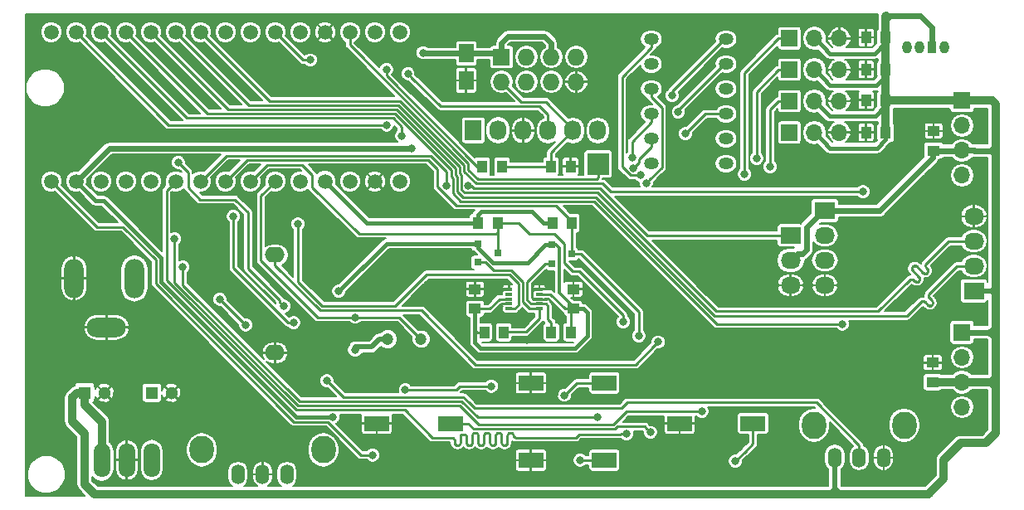
<source format=gtl>
G04 #@! TF.GenerationSoftware,KiCad,Pcbnew,no-vcs-found-7434~57~ubuntu14.04.1*
G04 #@! TF.CreationDate,2017-01-14T20:19:08+01:00*
G04 #@! TF.ProjectId,Nano_PB,4E616E6F5F50422E6B696361645F7063,rev?*
G04 #@! TF.FileFunction,Copper,L1,Top,Signal*
G04 #@! TF.FilePolarity,Positive*
%FSLAX46Y46*%
G04 Gerber Fmt 4.6, Leading zero omitted, Abs format (unit mm)*
G04 Created by KiCad (PCBNEW no-vcs-found-7434~57~ubuntu14.04.1) date Sat Jan 14 20:19:08 2017*
%MOMM*%
%LPD*%
G01*
G04 APERTURE LIST*
%ADD10C,0.100000*%
%ADD11C,0.800000*%
%ADD12O,2.000000X1.600000*%
%ADD13O,1.400000X2.000000*%
%ADD14O,2.500000X2.800000*%
%ADD15O,1.524000X1.200000*%
%ADD16R,2.032000X1.727200*%
%ADD17O,2.032000X1.727200*%
%ADD18R,1.727200X2.032000*%
%ADD19O,1.727200X2.032000*%
%ADD20R,2.235200X2.235200*%
%ADD21C,1.200000*%
%ADD22R,1.300000X1.300000*%
%ADD23C,1.300000*%
%ADD24R,0.650000X0.300000*%
%ADD25O,2.000000X4.000000*%
%ADD26O,4.000000X2.000000*%
%ADD27O,0.950000X1.300000*%
%ADD28R,0.950000X1.300000*%
%ADD29R,1.250000X1.000000*%
%ADD30R,0.800100X0.800100*%
%ADD31R,2.500000X1.600000*%
%ADD32O,1.699260X3.500120*%
%ADD33C,1.500000*%
%ADD34R,1.000000X1.300000*%
%ADD35R,1.500000X1.950000*%
%ADD36R,1.000000X1.250000*%
%ADD37O,1.727200X1.727200*%
%ADD38R,1.727200X1.727200*%
%ADD39O,1.700000X1.700000*%
%ADD40R,1.700000X1.700000*%
%ADD41C,0.254000*%
%ADD42C,0.406400*%
%ADD43C,0.812800*%
%ADD44C,0.508000*%
%ADD45C,0.609600*%
%ADD46C,0.558800*%
%ADD47C,0.304800*%
%ADD48C,0.203200*%
G04 APERTURE END LIST*
D10*
D11*
X122450000Y-58460000D03*
X92690000Y-53970000D03*
X104100000Y-64570000D03*
X100600000Y-70730000D03*
X64130000Y-40560000D03*
X103710000Y-58420000D03*
X100525000Y-60150000D03*
X100150000Y-53850000D03*
X122650000Y-68525000D03*
X122450000Y-63375000D03*
D12*
X77990000Y-49770000D03*
X77990000Y-59770000D03*
D11*
X85350000Y-48425000D03*
X102600000Y-56750000D03*
X92475000Y-50625000D03*
X94275000Y-44950000D03*
X93150000Y-44950000D03*
X117840000Y-56320000D03*
X140390000Y-25370000D03*
X117440000Y-72420000D03*
X88015000Y-68770000D03*
X91240000Y-67220000D03*
X107090000Y-56270000D03*
X103200000Y-55850000D03*
X136990000Y-26720000D03*
X137025000Y-30150000D03*
X137000000Y-33425000D03*
X137050000Y-36625000D03*
X106175000Y-52125000D03*
D13*
X137590000Y-70470000D03*
X135090000Y-70470000D03*
X140090000Y-70470000D03*
D14*
X132990000Y-67170000D03*
X142190000Y-67170000D03*
D15*
X116390000Y-27750000D03*
X116390000Y-30290000D03*
X116390000Y-32830000D03*
X116390000Y-35370000D03*
X116390000Y-37910000D03*
X116390000Y-40450000D03*
X124010000Y-27750000D03*
X124010000Y-30290000D03*
X124010000Y-32830000D03*
X124010000Y-35370000D03*
X124010000Y-37910000D03*
X124010000Y-40450000D03*
D13*
X76715000Y-72170000D03*
X74215000Y-72170000D03*
X79215000Y-72170000D03*
D14*
X70515000Y-69670000D03*
X82915000Y-69670000D03*
D16*
X149290000Y-53450000D03*
D17*
X149290000Y-50910000D03*
X149290000Y-48370000D03*
X149290000Y-45830000D03*
D16*
X130590000Y-47790000D03*
D17*
X130590000Y-50330000D03*
X130590000Y-52870000D03*
D18*
X98220000Y-37070000D03*
D19*
X100760000Y-37070000D03*
X103300000Y-37070000D03*
X105840000Y-37070000D03*
X108380000Y-37070000D03*
X110920000Y-37070000D03*
D20*
X110960000Y-40500000D03*
D21*
X89490000Y-58370000D03*
X92890000Y-58370000D03*
D22*
X65415000Y-63845000D03*
D23*
X67415000Y-63845000D03*
D22*
X58565000Y-63845000D03*
D23*
X60565000Y-63845000D03*
D24*
X101872500Y-53270000D03*
X101872500Y-53770000D03*
X101872500Y-54270000D03*
X101872500Y-54770000D03*
X101872500Y-55270000D03*
X104972500Y-55270000D03*
X104972500Y-54770000D03*
X104972500Y-54270000D03*
X104972500Y-53770000D03*
X104972500Y-53270000D03*
D25*
X63640000Y-52170000D03*
X57490000Y-52170000D03*
D26*
X60790000Y-57170000D03*
D27*
X143740000Y-28545000D03*
D28*
X145010000Y-28545000D03*
D27*
X142470000Y-28545000D03*
X146280000Y-28545000D03*
D29*
X98390000Y-55270000D03*
X98390000Y-53270000D03*
X108440000Y-55270000D03*
X108440000Y-53270000D03*
D30*
X106239240Y-48730000D03*
X106239240Y-50630000D03*
X108238220Y-49680000D03*
X98709240Y-48630000D03*
X98709240Y-50530000D03*
X100708220Y-49580000D03*
D31*
X88365000Y-66970000D03*
X95865000Y-66970000D03*
X104095000Y-62850000D03*
X111595000Y-62850000D03*
X104095000Y-70730000D03*
X111595000Y-70730000D03*
X119265000Y-66970000D03*
X126765000Y-66970000D03*
D32*
X62865000Y-70720000D03*
X65405000Y-70720000D03*
X60325000Y-70720000D03*
D33*
X90710000Y-27030000D03*
X88170000Y-27030000D03*
X85630000Y-27030000D03*
X83090000Y-27030000D03*
X80550000Y-27030000D03*
X78010000Y-27030000D03*
X75470000Y-27030000D03*
X72930000Y-27030000D03*
X70390000Y-27030000D03*
X67850000Y-27030000D03*
X65310000Y-27030000D03*
X62770000Y-27030000D03*
X60230000Y-27030000D03*
X57690000Y-27030000D03*
X55150000Y-27030000D03*
X55150000Y-42270000D03*
X57690000Y-42270000D03*
X60230000Y-42270000D03*
X62770000Y-42270000D03*
X65310000Y-42270000D03*
X67850000Y-42270000D03*
X70390000Y-42270000D03*
X72930000Y-42270000D03*
X75470000Y-42270000D03*
X78010000Y-42270000D03*
X80550000Y-42270000D03*
X83090000Y-42270000D03*
X85630000Y-42270000D03*
X88170000Y-42270000D03*
X90710000Y-42270000D03*
D34*
X101140000Y-40745000D03*
X99140000Y-40745000D03*
X106140000Y-40745000D03*
X108140000Y-40745000D03*
X108190000Y-57670000D03*
X106190000Y-57670000D03*
X99340000Y-57670000D03*
X101340000Y-57670000D03*
X106290000Y-46520000D03*
X108290000Y-46520000D03*
X98700000Y-46520000D03*
X100700000Y-46520000D03*
D35*
X97490000Y-29195000D03*
X97490000Y-31945000D03*
D36*
X138290000Y-27570000D03*
X140290000Y-27570000D03*
X140290000Y-30840000D03*
X138290000Y-30840000D03*
X138290000Y-33970000D03*
X140290000Y-33970000D03*
X140290000Y-37270000D03*
X138290000Y-37270000D03*
D29*
X145190000Y-39120000D03*
X145190000Y-37120000D03*
X145090000Y-62770000D03*
X145090000Y-60770000D03*
D37*
X108730000Y-32110000D03*
X108730000Y-29570000D03*
X106190000Y-32110000D03*
X106190000Y-29570000D03*
X103650000Y-32110000D03*
X103650000Y-29570000D03*
X101110000Y-32110000D03*
D38*
X101110000Y-29570000D03*
D17*
X134090000Y-52870000D03*
X134090000Y-50330000D03*
X134090000Y-47790000D03*
D16*
X134090000Y-45250000D03*
D39*
X135570000Y-34070000D03*
X133030000Y-34070000D03*
D40*
X130490000Y-34070000D03*
D39*
X135570000Y-37270000D03*
X133030000Y-37270000D03*
D40*
X130490000Y-37270000D03*
D39*
X135570000Y-27670000D03*
X133030000Y-27670000D03*
D40*
X130490000Y-27670000D03*
X130490000Y-30870000D03*
D39*
X133030000Y-30870000D03*
X135570000Y-30870000D03*
X148090000Y-41650000D03*
X148090000Y-39110000D03*
X148090000Y-36570000D03*
D40*
X148090000Y-34030000D03*
D39*
X148090000Y-65310000D03*
X148090000Y-62770000D03*
X148090000Y-60230000D03*
D40*
X148090000Y-57690000D03*
D11*
X86165000Y-59470000D03*
X91288177Y-63571823D03*
X100065000Y-63170000D03*
X91930000Y-38870002D03*
X84500000Y-53500000D03*
X83900000Y-66300000D03*
X93100000Y-29125000D03*
X137990000Y-43320000D03*
X113865000Y-68045000D03*
X115290000Y-41650000D03*
X115860000Y-42450000D03*
X115115000Y-58045000D03*
X113515000Y-56595000D03*
X119140000Y-35195000D03*
X119865000Y-37395000D03*
X114560000Y-40910000D03*
X135865000Y-56820000D03*
X90925000Y-37625000D03*
X91550000Y-31275000D03*
X89350000Y-30825000D03*
X89375000Y-36500000D03*
X86165000Y-56136621D03*
X83275000Y-62625000D03*
X81604801Y-29879801D03*
X80325000Y-46625000D03*
X87965000Y-70195000D03*
X73750000Y-45850000D03*
X79890000Y-56695000D03*
X68125000Y-40325000D03*
X78900000Y-55025000D03*
X72350000Y-54300002D03*
X75025000Y-56925000D03*
X110875000Y-66375000D03*
X68590000Y-50995000D03*
X121550000Y-65750000D03*
X67740000Y-48095000D03*
X97725008Y-42724992D03*
X95450000Y-42675000D03*
X118515000Y-33520000D03*
X114425000Y-39850000D03*
X107539998Y-64095000D03*
X125890004Y-41560000D03*
X127140000Y-39940000D03*
X128500000Y-40800000D03*
X116290000Y-67895000D03*
X124965000Y-70845000D03*
X109134810Y-70730000D03*
X117090000Y-58670000D03*
D41*
X101872500Y-54770000D02*
X101215000Y-54770000D01*
X101872500Y-53270000D02*
X101090000Y-53270000D01*
X104240000Y-53423500D02*
X104240000Y-54116500D01*
X104240000Y-54116500D02*
X104393500Y-54270000D01*
X104972500Y-53270000D02*
X104393500Y-53270000D01*
X104393500Y-53270000D02*
X104240000Y-53423500D01*
X105551500Y-54270000D02*
X105715000Y-54270000D01*
X104972500Y-54270000D02*
X105551500Y-54270000D01*
X104393500Y-54270000D02*
X104972500Y-54270000D01*
X104393500Y-54270000D02*
X104343500Y-54220000D01*
D42*
X98700000Y-46520000D02*
X98700000Y-45690000D01*
X98700000Y-45690000D02*
X99029754Y-45360246D01*
X99029754Y-45360246D02*
X104223846Y-45360246D01*
X104223846Y-45360246D02*
X105383600Y-46520000D01*
X105383600Y-46520000D02*
X106290000Y-46520000D01*
X83090000Y-42270000D02*
X87340000Y-46520000D01*
X87340000Y-46520000D02*
X98700000Y-46520000D01*
D43*
X128465000Y-74170000D02*
X128840000Y-74170000D01*
X128840000Y-74170000D02*
X129215000Y-74170000D01*
X112290000Y-74170000D02*
X128130000Y-74170000D01*
X128130000Y-74170000D02*
X128465000Y-74170000D01*
X134965000Y-74170000D02*
X135830000Y-74170000D01*
X135830000Y-74170000D02*
X144640000Y-74170000D01*
D41*
X135060000Y-73440000D02*
X135100000Y-73440000D01*
X135100000Y-73440000D02*
X135830000Y-74170000D01*
D44*
X135090000Y-73440000D02*
X135090000Y-74045000D01*
X135090000Y-70470000D02*
X135090000Y-73440000D01*
D43*
X129215000Y-74170000D02*
X134330000Y-74170000D01*
X134330000Y-74170000D02*
X134965000Y-74170000D01*
D41*
X135090000Y-73440000D02*
X135060000Y-73440000D01*
X135060000Y-73440000D02*
X134330000Y-74170000D01*
D43*
X151515000Y-67945000D02*
X151515000Y-63660000D01*
X151515000Y-63660000D02*
X151515000Y-63170000D01*
D41*
X150630000Y-62770000D02*
X150630000Y-62775000D01*
X150630000Y-62775000D02*
X151515000Y-63660000D01*
D43*
X150630000Y-62770000D02*
X148090000Y-62770000D01*
X151115000Y-62770000D02*
X150630000Y-62770000D01*
X151515000Y-63170000D02*
X151515000Y-61870000D01*
X151515000Y-61870000D02*
X151515000Y-58550000D01*
D41*
X150630000Y-62770000D02*
X150630000Y-62755000D01*
X150630000Y-62755000D02*
X151515000Y-61870000D01*
D43*
X151515000Y-58550000D02*
X151515000Y-57845000D01*
D41*
X150810000Y-57690000D02*
X150810000Y-57845000D01*
X150810000Y-57845000D02*
X151515000Y-58550000D01*
D45*
X150810000Y-57690000D02*
X151360000Y-57690000D01*
X148090000Y-57690000D02*
X150810000Y-57690000D01*
D43*
X151515000Y-57251400D02*
X151515000Y-56850000D01*
X151515000Y-56850000D02*
X151515000Y-54100000D01*
D41*
X150810000Y-57690000D02*
X150810000Y-57555000D01*
X150810000Y-57555000D02*
X151515000Y-56850000D01*
D43*
X151515000Y-54100000D02*
X151515000Y-53370000D01*
D41*
X150960000Y-53315000D02*
X150960000Y-53545000D01*
X150960000Y-53545000D02*
X151515000Y-54100000D01*
D44*
X150960000Y-53450000D02*
X151435000Y-53450000D01*
X149390000Y-53450000D02*
X150960000Y-53450000D01*
D43*
X151515000Y-53370000D02*
X151515000Y-52760000D01*
X151515000Y-52760000D02*
X151515000Y-39860000D01*
D41*
X150960000Y-53450000D02*
X150960000Y-53315000D01*
X150960000Y-53315000D02*
X151515000Y-52760000D01*
X150970000Y-39120000D02*
X150970000Y-39315000D01*
D43*
X151515000Y-39860000D02*
X151515000Y-39120000D01*
D41*
X150970000Y-39315000D02*
X151515000Y-39860000D01*
D45*
X150970000Y-39120000D02*
X151515000Y-39120000D01*
X149302081Y-39120000D02*
X150970000Y-39120000D01*
D43*
X151515000Y-39120000D02*
X151515000Y-38410000D01*
X151515000Y-38410000D02*
X151515000Y-34380000D01*
D41*
X150970000Y-39120000D02*
X150970000Y-38955000D01*
X150970000Y-38955000D02*
X151515000Y-38410000D01*
D43*
X148090000Y-34030000D02*
X150650000Y-34030000D01*
X150650000Y-34030000D02*
X151165000Y-34030000D01*
X151165000Y-34030000D02*
X151515000Y-34380000D01*
D45*
X145065000Y-39120000D02*
X145065000Y-39835000D01*
X145065000Y-39835000D02*
X139650000Y-45250000D01*
X139650000Y-45250000D02*
X134090000Y-45250000D01*
D42*
X133879999Y-31719999D02*
X133030000Y-30870000D01*
X134610000Y-32450000D02*
X133879999Y-31719999D01*
X139340000Y-32450000D02*
X134610000Y-32450000D01*
X140290000Y-31500000D02*
X139340000Y-32450000D01*
X140290000Y-31095000D02*
X140290000Y-31500000D01*
X140290000Y-27695000D02*
X140290000Y-28100000D01*
X140290000Y-28100000D02*
X139165000Y-29225000D01*
X134585000Y-29225000D02*
X133879999Y-28519999D01*
X139165000Y-29225000D02*
X134585000Y-29225000D01*
X133879999Y-28519999D02*
X133030000Y-27670000D01*
D46*
X145010000Y-28545000D02*
X145010000Y-26540000D01*
X145010000Y-26540000D02*
X143815000Y-25345000D01*
X143815000Y-25345000D02*
X140815000Y-25345000D01*
D42*
X140290000Y-37395000D02*
X140290000Y-37990000D01*
X140290000Y-37990000D02*
X139405000Y-38875000D01*
X133879999Y-38119999D02*
X133030000Y-37270000D01*
X139405000Y-38875000D02*
X134635000Y-38875000D01*
X134635000Y-38875000D02*
X133879999Y-38119999D01*
X140290000Y-34095000D02*
X140290000Y-34540000D01*
X140290000Y-34540000D02*
X139230000Y-35600000D01*
X139230000Y-35600000D02*
X134560000Y-35600000D01*
X134560000Y-35600000D02*
X133879999Y-34919999D01*
X133879999Y-34919999D02*
X133030000Y-34070000D01*
D43*
X58565000Y-63845000D02*
X58565000Y-65095000D01*
X58565000Y-65095000D02*
X60325000Y-66855000D01*
X60325000Y-66855000D02*
X60325000Y-68157140D01*
X60325000Y-68157140D02*
X60325000Y-70720000D01*
X58565000Y-63845000D02*
X57785000Y-63845000D01*
X57785000Y-63845000D02*
X57290000Y-64340000D01*
X59565000Y-74170000D02*
X104140000Y-74170000D01*
X57290000Y-64340000D02*
X57290000Y-66760000D01*
X58555000Y-68025000D02*
X58555000Y-73160000D01*
X57290000Y-66760000D02*
X58555000Y-68025000D01*
X58555000Y-73160000D02*
X59565000Y-74170000D01*
D45*
X140815000Y-25345000D02*
X140415000Y-25345000D01*
X140415000Y-25345000D02*
X140390000Y-25370000D01*
D43*
X140290000Y-25870000D02*
X140290000Y-25470000D01*
X140290000Y-25470000D02*
X140390000Y-25370000D01*
X148090000Y-34030000D02*
X140350000Y-34030000D01*
X140350000Y-34030000D02*
X140290000Y-33970000D01*
X144640000Y-74170000D02*
X146215000Y-72595000D01*
X146215000Y-70717422D02*
X147962422Y-68970000D01*
X146215000Y-72595000D02*
X146215000Y-70717422D01*
X147962422Y-68970000D02*
X150490000Y-68970000D01*
X150490000Y-68970000D02*
X151515000Y-67945000D01*
D46*
X145190000Y-39120000D02*
X145065000Y-39120000D01*
D44*
X86165000Y-59170000D02*
X86165000Y-59470000D01*
X87841472Y-59170000D02*
X86165000Y-59170000D01*
X88641472Y-58370000D02*
X87841472Y-59170000D01*
X89490000Y-58370000D02*
X88641472Y-58370000D01*
D45*
X148090000Y-39110000D02*
X149292081Y-39110000D01*
X149292081Y-39110000D02*
X149302081Y-39120000D01*
X145190000Y-39120000D02*
X148080000Y-39120000D01*
X148080000Y-39120000D02*
X148090000Y-39110000D01*
D43*
X148090000Y-62770000D02*
X145090000Y-62770000D01*
X151515000Y-63170000D02*
X151115000Y-62770000D01*
D45*
X151360000Y-57690000D02*
X151515000Y-57845000D01*
D43*
X151515000Y-57845000D02*
X151515000Y-57251400D01*
D41*
X140290000Y-37270000D02*
X140290000Y-37395000D01*
X140290000Y-33970000D02*
X140290000Y-34095000D01*
X140290000Y-30970000D02*
X140290000Y-31095000D01*
X140290000Y-27570000D02*
X140290000Y-27695000D01*
D45*
X131790000Y-49645000D02*
X131275000Y-49645000D01*
X131275000Y-49645000D02*
X130590000Y-50330000D01*
X132215601Y-49219399D02*
X131790000Y-49645000D01*
X134090000Y-45250000D02*
X133937600Y-45250000D01*
X133937600Y-45250000D02*
X132215601Y-46971999D01*
X132215601Y-46971999D02*
X132215601Y-49219399D01*
D43*
X140290000Y-33970000D02*
X140290000Y-37270000D01*
X140290000Y-30970000D02*
X140290000Y-33970000D01*
X140290000Y-27570000D02*
X140290000Y-30970000D01*
D46*
X140815000Y-25345000D02*
X140290000Y-25870000D01*
D43*
X140290000Y-25870000D02*
X140290000Y-27570000D01*
X104140000Y-74170000D02*
X112290000Y-74170000D01*
D44*
X135090000Y-74045000D02*
X134965000Y-74170000D01*
X151435000Y-53450000D02*
X151515000Y-53370000D01*
D41*
X100065000Y-63170000D02*
X96870000Y-63170000D01*
X91855685Y-63570000D02*
X96470000Y-63570000D01*
X96470000Y-63570000D02*
X96870000Y-63170000D01*
X91288177Y-63571823D02*
X91853862Y-63571823D01*
X91853862Y-63571823D02*
X91855685Y-63570000D01*
D42*
X109840000Y-55638600D02*
X109840000Y-55760000D01*
X109840000Y-55760000D02*
X109840000Y-58045000D01*
X108440000Y-55270000D02*
X109471400Y-55270000D01*
X109471400Y-55270000D02*
X109840000Y-55638600D01*
D47*
X108304198Y-54945000D02*
X107032789Y-53673591D01*
X107032789Y-53673591D02*
X107032789Y-49082789D01*
X107032789Y-49082789D02*
X106680000Y-48730000D01*
X106680000Y-48730000D02*
X106239240Y-48730000D01*
D42*
X106239240Y-48730000D02*
X105585190Y-48730000D01*
X103745190Y-50570000D02*
X100235000Y-50570000D01*
X105585190Y-48730000D02*
X103745190Y-50570000D01*
X100235000Y-50570000D02*
X98709240Y-49044240D01*
X98709240Y-49044240D02*
X98709240Y-48630000D01*
X84500000Y-53500000D02*
X89370000Y-48630000D01*
X89370000Y-48630000D02*
X98709240Y-48630000D01*
X57690000Y-42270000D02*
X59660000Y-44240000D01*
X66325001Y-52507889D02*
X80117112Y-66300000D01*
X59660000Y-44240000D02*
X60508436Y-44240000D01*
X66325001Y-50056565D02*
X66325001Y-52507889D01*
X60508436Y-44240000D02*
X66325001Y-50056565D01*
X80117112Y-66300000D02*
X83334315Y-66300000D01*
X83334315Y-66300000D02*
X83900000Y-66300000D01*
D46*
X61089998Y-38870002D02*
X91364315Y-38870002D01*
X57690000Y-42270000D02*
X61089998Y-38870002D01*
X91364315Y-38870002D02*
X91930000Y-38870002D01*
X101110000Y-29570000D02*
X101110000Y-28110000D01*
X106190000Y-28130000D02*
X106190000Y-29570000D01*
X101110000Y-28110000D02*
X101770000Y-27450000D01*
X101770000Y-27450000D02*
X105510000Y-27450000D01*
X105510000Y-27450000D02*
X106190000Y-28130000D01*
X97490000Y-29195000D02*
X100735000Y-29195000D01*
X100735000Y-29195000D02*
X101110000Y-29570000D01*
D41*
X101872500Y-54270000D02*
X100880000Y-54270000D01*
X100880000Y-54270000D02*
X99880000Y-55270000D01*
X99880000Y-55270000D02*
X98390000Y-55270000D01*
D42*
X109840000Y-58045000D02*
X108610000Y-59275000D01*
X108610000Y-59275000D02*
X98920000Y-59275000D01*
X98920000Y-59275000D02*
X98390000Y-58745000D01*
X98390000Y-58745000D02*
X98390000Y-57474000D01*
D46*
X97490000Y-29195000D02*
X93170000Y-29195000D01*
X93170000Y-29195000D02*
X93100000Y-29125000D01*
D41*
X104972500Y-53770000D02*
X106090000Y-53770000D01*
X106090000Y-53770000D02*
X107590000Y-55270000D01*
X107590000Y-55270000D02*
X108440000Y-55270000D01*
D42*
X98390000Y-57474000D02*
X98390000Y-55270000D01*
D41*
X99340000Y-57670000D02*
X98586000Y-57670000D01*
X98586000Y-57670000D02*
X98390000Y-57474000D01*
X108190000Y-57670000D02*
X108190000Y-55520000D01*
X108190000Y-55520000D02*
X108440000Y-55270000D01*
X101110000Y-29570000D02*
X101110000Y-30015000D01*
X97700000Y-40420672D02*
X97700000Y-41090000D01*
X85630000Y-28350672D02*
X97700000Y-40420672D01*
X85630000Y-27030000D02*
X85630000Y-28350672D01*
X110960000Y-41871600D02*
X110960000Y-40500000D01*
X98670000Y-42060000D02*
X110771600Y-42060000D01*
X97700000Y-41090000D02*
X98670000Y-42060000D01*
X110771600Y-42060000D02*
X110960000Y-41871600D01*
X97268189Y-40599533D02*
X97268189Y-41268861D01*
X112220000Y-43320000D02*
X137424315Y-43320000D01*
X77427954Y-34067954D02*
X90736610Y-34067954D01*
X70390000Y-27030000D02*
X77427954Y-34067954D01*
X90736610Y-34067954D02*
X97268189Y-40599533D01*
X97268189Y-41268861D02*
X98499328Y-42500000D01*
X98499328Y-42500000D02*
X111400000Y-42500000D01*
X111400000Y-42500000D02*
X112220000Y-43320000D01*
X137424315Y-43320000D02*
X137990000Y-43320000D01*
X67850000Y-27030000D02*
X75319765Y-34499765D01*
X97020198Y-41631542D02*
X97020198Y-43138306D01*
X142967820Y-51202469D02*
X142967820Y-51135291D01*
X96836378Y-41447722D02*
X97020198Y-41631542D01*
X142782522Y-52288114D02*
X142843048Y-52258967D01*
X144474994Y-51623819D02*
X144527516Y-51581934D01*
X75319765Y-34499765D02*
X90557749Y-34499765D01*
X143106326Y-50914862D02*
X143166851Y-50885716D01*
X90557749Y-34499765D02*
X96836378Y-40778394D01*
X143433268Y-52516443D02*
X143500446Y-52516443D01*
X96836378Y-40778394D02*
X96836378Y-41447722D01*
X144103252Y-51581934D02*
X144155774Y-51623819D01*
X97020198Y-43138306D02*
X97311694Y-43429802D01*
X97311694Y-43429802D02*
X110919130Y-43429802D01*
X110919130Y-43429802D02*
X123019328Y-55530000D01*
X144414468Y-51652967D02*
X144474994Y-51623819D01*
X123019328Y-55530000D02*
X139530000Y-55530000D01*
X143720874Y-52377938D02*
X143750021Y-52317412D01*
X142975721Y-52244018D02*
X143041215Y-52258967D01*
X143750021Y-52119245D02*
X143720874Y-52058719D01*
X139530000Y-55530000D02*
X142730000Y-52330000D01*
X143678989Y-52006196D02*
X143053803Y-51381011D01*
X142730000Y-52330000D02*
X142782522Y-52288114D01*
X142843048Y-52258967D02*
X142908542Y-52244018D01*
X143764970Y-52251918D02*
X143764970Y-52184739D01*
X142908542Y-52244018D02*
X142975721Y-52244018D01*
X143053803Y-50956747D02*
X143106326Y-50914862D01*
X143041215Y-52258967D02*
X143101741Y-52288114D01*
X143500446Y-52516443D02*
X143565941Y-52501494D01*
X143053803Y-51381011D02*
X143011917Y-51328490D01*
X143254725Y-52430461D02*
X143307247Y-52472346D01*
X143764970Y-52184739D02*
X143750021Y-52119245D01*
X144598548Y-51468885D02*
X144613497Y-51403391D01*
X143101741Y-52288114D02*
X143154264Y-52330000D01*
X143154264Y-52330000D02*
X143254725Y-52430461D01*
X144348973Y-51667916D02*
X144414468Y-51652967D01*
X143307247Y-52472346D02*
X143367773Y-52501494D01*
X143367773Y-52501494D02*
X143433268Y-52516443D01*
X143565941Y-52501494D02*
X143626467Y-52472346D01*
X143626467Y-52472346D02*
X143678989Y-52430461D01*
X143678989Y-52430461D02*
X143720874Y-52377938D01*
X143750021Y-52317412D02*
X143764970Y-52251918D01*
X143720874Y-52058719D02*
X143678989Y-52006196D01*
X144385169Y-51004685D02*
X144356021Y-50944159D01*
X143011917Y-51328490D02*
X142982769Y-51267964D01*
X143011917Y-51009270D02*
X143053803Y-50956747D01*
X142982769Y-51267964D02*
X142967820Y-51202469D01*
X142967820Y-51135291D02*
X142982769Y-51069796D01*
X142982769Y-51069796D02*
X143011917Y-51009270D01*
X146690000Y-48370000D02*
X149390000Y-48370000D01*
X144527516Y-51581934D02*
X144569401Y-51529411D01*
X143166851Y-50885716D02*
X143232346Y-50870766D01*
X143232346Y-50870766D02*
X143299524Y-50870767D01*
X144527516Y-51157669D02*
X144427054Y-51057207D01*
X143299524Y-50870767D02*
X143365019Y-50885715D01*
X143365019Y-50885715D02*
X143425544Y-50914863D01*
X143425544Y-50914863D02*
X143478067Y-50956748D01*
X143478067Y-50956748D02*
X144103252Y-51581934D01*
X144155774Y-51623819D02*
X144216300Y-51652967D01*
X144216300Y-51652967D02*
X144281795Y-51667916D01*
X144427054Y-50632943D02*
X146690000Y-48370000D01*
X144281795Y-51667916D02*
X144348973Y-51667916D01*
X144427054Y-51057207D02*
X144385169Y-51004685D01*
X144569401Y-51529411D02*
X144598548Y-51468885D01*
X144613497Y-51403391D02*
X144613497Y-51336212D01*
X144613497Y-51336212D02*
X144598548Y-51270718D01*
X144598548Y-51270718D02*
X144569401Y-51210192D01*
X144569401Y-51210192D02*
X144527516Y-51157669D01*
X144356021Y-50944159D02*
X144341072Y-50878664D01*
X144356021Y-50745991D02*
X144385169Y-50685465D01*
X144341072Y-50878664D02*
X144341072Y-50811486D01*
X144341072Y-50811486D02*
X144356021Y-50745991D01*
X144385169Y-50685465D02*
X144427054Y-50632943D01*
X65310000Y-27030000D02*
X73211576Y-34931576D01*
X73211576Y-34931576D02*
X90378888Y-34931576D01*
X90378888Y-34931576D02*
X96404567Y-40957255D01*
X110700941Y-43861613D02*
X122861139Y-56021811D01*
X144642545Y-53910012D02*
X144657494Y-53844518D01*
X147550000Y-50910000D02*
X149390000Y-50910000D01*
X144191215Y-54508967D02*
X144251741Y-54538114D01*
X144058542Y-54494018D02*
X144125721Y-54494018D01*
X96404567Y-40957255D02*
X96404567Y-41626583D01*
X143932522Y-54538114D02*
X143993048Y-54508967D01*
X96588387Y-41810403D02*
X96588387Y-43317167D01*
X96404567Y-41626583D02*
X96588387Y-41810403D01*
X143993048Y-54508967D02*
X144058542Y-54494018D01*
X145053255Y-54491100D02*
X145011370Y-54438577D01*
X96588387Y-43317167D02*
X97132833Y-43861613D01*
X144125721Y-54494018D02*
X144191215Y-54508967D01*
X144639629Y-54904727D02*
X144700155Y-54933875D01*
X97132833Y-43861613D02*
X110700941Y-43861613D01*
X145082402Y-54551626D02*
X145053255Y-54491100D01*
X144700155Y-54933875D02*
X144765649Y-54948824D01*
X122861139Y-56021811D02*
X142438189Y-56021811D01*
X145011370Y-54862842D02*
X145053255Y-54810319D01*
X142438189Y-56021811D02*
X143880000Y-54580000D01*
X145082402Y-54749793D02*
X145097351Y-54684299D01*
X143880000Y-54580000D02*
X143932522Y-54538114D01*
X144251741Y-54538114D02*
X144304264Y-54580000D01*
X144728527Y-54155734D02*
X144686642Y-54103211D01*
X144304264Y-54580000D02*
X144587106Y-54862842D01*
X144587106Y-54862842D02*
X144639629Y-54904727D01*
X144898322Y-54933875D02*
X144958848Y-54904727D01*
X144686642Y-53783992D02*
X144728528Y-53731471D01*
X144765649Y-54948824D02*
X144832828Y-54948824D01*
X145053255Y-54810319D02*
X145082402Y-54749793D01*
X144832828Y-54948824D02*
X144898322Y-54933875D01*
X144642545Y-53977191D02*
X144642545Y-53910012D01*
X144958848Y-54904727D02*
X145011370Y-54862842D01*
X145097351Y-54684299D02*
X145097351Y-54617120D01*
X145097351Y-54617120D02*
X145082402Y-54551626D01*
X145011370Y-54438577D02*
X144728527Y-54155734D01*
X144686642Y-54103211D02*
X144657494Y-54042685D01*
X144657494Y-54042685D02*
X144642545Y-53977191D01*
X144657494Y-53844518D02*
X144686642Y-53783992D01*
X144728528Y-53731471D02*
X147550000Y-50910000D01*
X96870290Y-69037551D02*
X96892478Y-68974142D01*
X96666756Y-69199864D02*
X96730165Y-69177676D01*
X67850000Y-42270000D02*
X66910000Y-43210000D01*
X97733243Y-69199864D02*
X97800000Y-69207386D01*
X66910000Y-43210000D02*
X66910000Y-52374452D01*
X97415822Y-68127340D02*
X97444015Y-68145055D01*
X96329709Y-69037551D02*
X96365450Y-69094432D01*
X99292478Y-68974142D02*
X99300000Y-68907386D01*
X66910000Y-52374452D02*
X80130746Y-65595198D01*
X96292478Y-68643243D02*
X96300000Y-68710000D01*
X96300000Y-68907386D02*
X96307521Y-68974142D01*
X80130746Y-65595198D02*
X91225198Y-65595198D01*
X101692478Y-68974142D02*
X101700000Y-68907386D01*
X91225198Y-65595198D02*
X94040000Y-68410000D01*
X97565450Y-69094432D02*
X97612953Y-69141935D01*
X96000000Y-68410000D02*
X96066756Y-68417521D01*
X102173363Y-67984767D02*
X102215777Y-68011417D01*
X96066756Y-68417521D02*
X96130165Y-68439709D01*
X100434549Y-69094432D02*
X100470290Y-69037551D01*
X94040000Y-68410000D02*
X96000000Y-68410000D01*
X102473916Y-68404392D02*
X102523693Y-68410000D01*
X100505608Y-68136531D02*
X100522152Y-68089251D01*
X98700000Y-68907386D02*
X98707521Y-68974142D01*
X98184222Y-68011417D02*
X98226636Y-67984767D01*
X96130165Y-68439709D02*
X96187046Y-68475450D01*
X96187046Y-68475450D02*
X96234549Y-68522953D01*
X96234549Y-68522953D02*
X96270290Y-68579834D01*
X101826636Y-67984767D02*
X101873916Y-67968223D01*
X96270290Y-68579834D02*
X96292478Y-68643243D01*
X96300000Y-68710000D02*
X96300000Y-68907386D01*
X97500000Y-68261307D02*
X97500000Y-68907386D01*
X98869834Y-69177676D02*
X98933243Y-69199864D01*
X96730165Y-69177676D02*
X96787046Y-69141935D01*
X99066756Y-69199864D02*
X99130165Y-69177676D01*
X96307521Y-68974142D02*
X96329709Y-69037551D01*
X99130165Y-69177676D02*
X99187046Y-69141935D01*
X96365450Y-69094432D02*
X96412953Y-69141935D01*
X101530165Y-69177676D02*
X101587046Y-69141935D01*
X98122152Y-68089251D02*
X98148802Y-68046837D01*
X100266756Y-69199864D02*
X100330165Y-69177676D01*
X99270290Y-69037551D02*
X99292478Y-68974142D01*
X96412953Y-69141935D02*
X96469834Y-69177676D01*
X96984177Y-68127340D02*
X97015605Y-68116343D01*
X98100000Y-68907386D02*
X98100000Y-68186307D01*
X100492478Y-68974142D02*
X100500000Y-68907386D01*
X96469834Y-69177676D02*
X96533243Y-69199864D01*
X98694391Y-68136531D02*
X98700000Y-68186307D01*
X96533243Y-69199864D02*
X96600000Y-69207386D01*
X96600000Y-69207386D02*
X96666756Y-69199864D01*
X97015605Y-68116343D02*
X97048693Y-68112614D01*
X101333243Y-69199864D02*
X101400000Y-69207386D01*
X97500000Y-68907386D02*
X97507521Y-68974142D01*
X99300000Y-68907386D02*
X99300000Y-68186307D01*
X98615777Y-68011417D02*
X98651197Y-68046837D01*
X96787046Y-69141935D02*
X96834549Y-69094432D01*
X97384394Y-68116343D02*
X97415822Y-68127340D01*
X97800000Y-69207386D02*
X97866756Y-69199864D01*
X101466756Y-69199864D02*
X101530165Y-69177676D01*
X100500000Y-68186307D02*
X100505608Y-68136531D01*
X96900000Y-68261307D02*
X96903728Y-68228220D01*
X96892478Y-68974142D02*
X96900000Y-68907386D01*
X96834549Y-69094432D02*
X96870290Y-69037551D01*
X97351307Y-68112614D02*
X97384394Y-68116343D01*
X100973363Y-67984767D02*
X101015777Y-68011417D01*
X96900000Y-68907386D02*
X96900000Y-68261307D01*
X100387046Y-69141935D02*
X100434549Y-69094432D01*
X99894391Y-68136531D02*
X99900000Y-68186307D01*
X98700000Y-68186307D02*
X98700000Y-68907386D01*
X99000000Y-69207386D02*
X99066756Y-69199864D01*
X96903728Y-68228220D02*
X96914725Y-68196792D01*
X97048693Y-68112614D02*
X97351307Y-68112614D01*
X96914725Y-68196792D02*
X96932440Y-68168599D01*
X96932440Y-68168599D02*
X96955984Y-68145055D01*
X96955984Y-68145055D02*
X96984177Y-68127340D01*
X97444015Y-68145055D02*
X97467559Y-68168599D01*
X98476307Y-67962614D02*
X98526083Y-67968223D01*
X109010000Y-68074801D02*
X113269514Y-68074801D01*
X97467559Y-68168599D02*
X97485274Y-68196792D01*
X97485274Y-68196792D02*
X97496271Y-68228220D01*
X98148802Y-68046837D02*
X98184222Y-68011417D01*
X97496271Y-68228220D02*
X97500000Y-68261307D01*
X97507521Y-68974142D02*
X97529709Y-69037551D01*
X97529709Y-69037551D02*
X97565450Y-69094432D01*
X99676307Y-67962614D02*
X99726083Y-67968223D01*
X100200000Y-69207386D02*
X100266756Y-69199864D01*
X98092478Y-68974142D02*
X98100000Y-68907386D01*
X98034549Y-69094432D02*
X98070290Y-69037551D01*
X100500000Y-68907386D02*
X100500000Y-68186307D01*
X97612953Y-69141935D02*
X97669834Y-69177676D01*
X97669834Y-69177676D02*
X97733243Y-69199864D01*
X97866756Y-69199864D02*
X97930165Y-69177676D01*
X97930165Y-69177676D02*
X97987046Y-69141935D01*
X98573363Y-67984767D02*
X98615777Y-68011417D01*
X97987046Y-69141935D02*
X98034549Y-69094432D01*
X101923693Y-67962614D02*
X102076307Y-67962614D01*
X98707521Y-68974142D02*
X98729709Y-69037551D01*
X98070290Y-69037551D02*
X98092478Y-68974142D01*
X99473916Y-67968223D02*
X99523693Y-67962614D01*
X98100000Y-68186307D02*
X98105608Y-68136531D01*
X98729709Y-69037551D02*
X98765450Y-69094432D01*
X98105608Y-68136531D02*
X98122152Y-68089251D01*
X99384222Y-68011417D02*
X99426636Y-67984767D01*
X98226636Y-67984767D02*
X98273916Y-67968223D01*
X98273916Y-67968223D02*
X98323693Y-67962614D01*
X99773363Y-67984767D02*
X99815777Y-68011417D01*
X100584222Y-68011417D02*
X100626636Y-67984767D01*
X98323693Y-67962614D02*
X98476307Y-67962614D01*
X101212953Y-69141935D02*
X101269834Y-69177676D01*
X98526083Y-67968223D02*
X98573363Y-67984767D01*
X100626636Y-67984767D02*
X100673916Y-67968223D01*
X98651197Y-68046837D02*
X98677847Y-68089251D01*
X101722152Y-68089251D02*
X101748802Y-68046837D01*
X99900000Y-68907386D02*
X99907521Y-68974142D01*
X99877847Y-68089251D02*
X99894391Y-68136531D01*
X98677847Y-68089251D02*
X98694391Y-68136531D01*
X98765450Y-69094432D02*
X98812953Y-69141935D01*
X98812953Y-69141935D02*
X98869834Y-69177676D01*
X98933243Y-69199864D02*
X99000000Y-69207386D01*
X99187046Y-69141935D02*
X99234549Y-69094432D01*
X99234549Y-69094432D02*
X99270290Y-69037551D01*
X99300000Y-68186307D02*
X99305608Y-68136531D01*
X100069834Y-69177676D02*
X100133243Y-69199864D01*
X99305608Y-68136531D02*
X99322152Y-68089251D01*
X99322152Y-68089251D02*
X99348802Y-68046837D01*
X99348802Y-68046837D02*
X99384222Y-68011417D01*
X102294391Y-68136531D02*
X102305608Y-68236084D01*
X100470290Y-69037551D02*
X100492478Y-68974142D01*
X99426636Y-67984767D02*
X99473916Y-67968223D01*
X99523693Y-67962614D02*
X99676307Y-67962614D01*
X101269834Y-69177676D02*
X101333243Y-69199864D01*
X99726083Y-67968223D02*
X99773363Y-67984767D01*
X102251197Y-68046837D02*
X102277847Y-68089251D01*
X99815777Y-68011417D02*
X99851197Y-68046837D01*
X99851197Y-68046837D02*
X99877847Y-68089251D01*
X100133243Y-69199864D02*
X100200000Y-69207386D01*
X99900000Y-68186307D02*
X99900000Y-68907386D01*
X99907521Y-68974142D02*
X99929709Y-69037551D01*
X100723693Y-67962614D02*
X100876307Y-67962614D01*
X99929709Y-69037551D02*
X99965450Y-69094432D01*
X99965450Y-69094432D02*
X100012953Y-69141935D01*
X100012953Y-69141935D02*
X100069834Y-69177676D01*
X100330165Y-69177676D02*
X100387046Y-69141935D01*
X100876307Y-67962614D02*
X100926083Y-67968223D01*
X100522152Y-68089251D02*
X100548802Y-68046837D01*
X100548802Y-68046837D02*
X100584222Y-68011417D01*
X100673916Y-67968223D02*
X100723693Y-67962614D01*
X100926083Y-67968223D02*
X100973363Y-67984767D01*
X101015777Y-68011417D02*
X101051197Y-68046837D01*
X101051197Y-68046837D02*
X101077847Y-68089251D01*
X101077847Y-68089251D02*
X101094391Y-68136531D01*
X101094391Y-68136531D02*
X101100000Y-68186307D01*
X102426636Y-68387848D02*
X102473916Y-68404392D01*
X101100000Y-68186307D02*
X101100000Y-68907386D01*
X101100000Y-68907386D02*
X101107521Y-68974142D01*
X101107521Y-68974142D02*
X101129709Y-69037551D01*
X101129709Y-69037551D02*
X101165450Y-69094432D01*
X102076307Y-67962614D02*
X102126083Y-67968223D01*
X101165450Y-69094432D02*
X101212953Y-69141935D01*
X101400000Y-69207386D02*
X101466756Y-69199864D01*
X101587046Y-69141935D02*
X101634549Y-69094432D01*
X101634549Y-69094432D02*
X101670290Y-69037551D01*
X101670290Y-69037551D02*
X101692478Y-68974142D01*
X101700000Y-68907386D02*
X101700000Y-68186307D01*
X101700000Y-68186307D02*
X101705608Y-68136531D01*
X101705608Y-68136531D02*
X101722152Y-68089251D01*
X101748802Y-68046837D02*
X101784222Y-68011417D01*
X101784222Y-68011417D02*
X101826636Y-67984767D01*
X101873916Y-67968223D02*
X101923693Y-67962614D01*
X102126083Y-67968223D02*
X102173363Y-67984767D01*
X102215777Y-68011417D02*
X102251197Y-68046837D01*
X102277847Y-68089251D02*
X102294391Y-68136531D01*
X102305608Y-68236084D02*
X102322152Y-68283364D01*
X102322152Y-68283364D02*
X102348802Y-68325778D01*
X102348802Y-68325778D02*
X102384222Y-68361198D01*
X102384222Y-68361198D02*
X102426636Y-68387848D01*
X102523693Y-68410000D02*
X108674801Y-68410000D01*
X108674801Y-68410000D02*
X109010000Y-68074801D01*
X113269514Y-68074801D02*
X113299315Y-68045000D01*
X113299315Y-68045000D02*
X113865000Y-68045000D01*
X114256894Y-41650000D02*
X114724315Y-41650000D01*
X114724315Y-41650000D02*
X115290000Y-41650000D01*
X113390000Y-40783106D02*
X114256894Y-41650000D01*
X113390000Y-31604000D02*
X113390000Y-40783106D01*
X116390000Y-27750000D02*
X116390000Y-28604000D01*
X116390000Y-28604000D02*
X113390000Y-31604000D01*
X116390000Y-33684000D02*
X117456810Y-34750810D01*
X117456810Y-40853190D02*
X116259999Y-42050001D01*
X117456810Y-34750810D02*
X117456810Y-40853190D01*
X116259999Y-42050001D02*
X115860000Y-42450000D01*
X116390000Y-32830000D02*
X116390000Y-33684000D01*
X108290000Y-46370000D02*
X106645235Y-44725235D01*
X106645235Y-44725235D02*
X96500235Y-44725235D01*
X94581803Y-42806803D02*
X94581803Y-41051803D01*
X73679999Y-41520001D02*
X72930000Y-42270000D01*
X96500235Y-44725235D02*
X94581803Y-42806803D01*
X94581803Y-41051803D02*
X93600000Y-40070000D01*
X93600000Y-40070000D02*
X75130000Y-40070000D01*
X75130000Y-40070000D02*
X73679999Y-41520001D01*
X108290000Y-46520000D02*
X108290000Y-49628220D01*
X108290000Y-49628220D02*
X108238220Y-49680000D01*
D48*
X108290000Y-46520000D02*
X108290000Y-46370000D01*
D41*
X108238220Y-49680000D02*
X109175000Y-49680000D01*
X109175000Y-49680000D02*
X115115000Y-55620000D01*
X115115000Y-55620000D02*
X115115000Y-58045000D01*
X108238220Y-46571780D02*
X108290000Y-46520000D01*
X113515000Y-56595000D02*
X113515000Y-55925000D01*
X113515000Y-55925000D02*
X109060000Y-51470000D01*
X109060000Y-51470000D02*
X108390000Y-51470000D01*
X108390000Y-51470000D02*
X107490000Y-50570000D01*
X107490000Y-50570000D02*
X107490000Y-48632018D01*
X102852270Y-46520000D02*
X100700000Y-46520000D01*
X107490000Y-48632018D02*
X106502982Y-47645000D01*
X106502982Y-47645000D02*
X103977270Y-47645000D01*
X103977270Y-47645000D02*
X102852270Y-46520000D01*
X75470000Y-42270000D02*
X77180000Y-40560000D01*
X77180000Y-40560000D02*
X80765464Y-40560000D01*
X80765464Y-40560000D02*
X81800000Y-41594536D01*
X81800000Y-41594536D02*
X81800000Y-42850000D01*
X81800000Y-42850000D02*
X86551801Y-47601801D01*
X86551801Y-47601801D02*
X100558199Y-47601801D01*
X100700000Y-47460000D02*
X100700000Y-47740000D01*
X100700000Y-47740000D02*
X100700000Y-49571780D01*
X100558199Y-47601801D02*
X100561801Y-47601801D01*
X100561801Y-47601801D02*
X100700000Y-47740000D01*
X100700000Y-46520000D02*
X100700000Y-47460000D01*
X100558199Y-47601801D02*
X100700000Y-47460000D01*
X100700000Y-49571780D02*
X100708220Y-49580000D01*
X124010000Y-30290000D02*
X123848000Y-30290000D01*
X123848000Y-30290000D02*
X119140000Y-34998000D01*
X119140000Y-34998000D02*
X119140000Y-35195000D01*
X121890000Y-35370000D02*
X120264999Y-36995001D01*
X120264999Y-36995001D02*
X119865000Y-37395000D01*
X124010000Y-35370000D02*
X121890000Y-35370000D01*
X114959999Y-40510001D02*
X114560000Y-40910000D01*
X115129999Y-40024001D02*
X115129999Y-40340001D01*
X115129999Y-40340001D02*
X114959999Y-40510001D01*
X116390000Y-38764000D02*
X115129999Y-40024001D01*
X116390000Y-37910000D02*
X116390000Y-38764000D01*
X116140000Y-40700000D02*
X116390000Y-40450000D01*
X110522080Y-44293424D02*
X123048656Y-56820000D01*
X96156576Y-43496028D02*
X96953972Y-44293424D01*
X90200027Y-35363387D02*
X95972756Y-41136116D01*
X71103387Y-35363387D02*
X90200027Y-35363387D01*
X62770000Y-27030000D02*
X71103387Y-35363387D01*
X96953972Y-44293424D02*
X110522080Y-44293424D01*
X135299315Y-56820000D02*
X135865000Y-56820000D01*
X95972756Y-41805444D02*
X96156576Y-41989264D01*
X96156576Y-41989264D02*
X96156576Y-43496028D01*
X95972756Y-41136116D02*
X95972756Y-41805444D01*
X123048656Y-56820000D02*
X135299315Y-56820000D01*
X90925000Y-37059315D02*
X90925000Y-37625000D01*
X90925000Y-36699032D02*
X90925000Y-37059315D01*
X90021166Y-35795198D02*
X90925000Y-36699032D01*
X68995198Y-35795198D02*
X90021166Y-35795198D01*
X60230000Y-27030000D02*
X68995198Y-35795198D01*
X105840000Y-37070000D02*
X105840000Y-35430000D01*
X105840000Y-35430000D02*
X104985000Y-34575000D01*
X104985000Y-34575000D02*
X94850000Y-34575000D01*
X94850000Y-34575000D02*
X91949999Y-31674999D01*
X91949999Y-31674999D02*
X91550000Y-31275000D01*
X89350000Y-31460000D02*
X89350000Y-30825000D01*
X98635000Y-40745000D02*
X89350000Y-31460000D01*
X99140000Y-40745000D02*
X98635000Y-40745000D01*
X88809315Y-36500000D02*
X89375000Y-36500000D01*
X67160000Y-36500000D02*
X88809315Y-36500000D01*
X57690000Y-27030000D02*
X67160000Y-36500000D01*
X78010000Y-42270000D02*
X76540000Y-43740000D01*
X76540000Y-43740000D02*
X76540000Y-50293780D01*
X76540000Y-50293780D02*
X82382841Y-56136621D01*
X82382841Y-56136621D02*
X85599315Y-56136621D01*
X85599315Y-56136621D02*
X86165000Y-56136621D01*
X86730685Y-56136621D02*
X86165000Y-56136621D01*
X90656621Y-56136621D02*
X86730685Y-56136621D01*
X92890000Y-58370000D02*
X90656621Y-56136621D01*
X83275000Y-62625000D02*
X84949765Y-64299765D01*
X97216109Y-64299765D02*
X97761344Y-64845000D01*
X84949765Y-64299765D02*
X97216109Y-64299765D01*
X97761344Y-64845000D02*
X97775000Y-64845000D01*
X137590000Y-69216000D02*
X137590000Y-70470000D01*
X97775000Y-64845000D02*
X98360000Y-65430000D01*
X113365000Y-65430000D02*
X113950000Y-64845000D01*
X98360000Y-65430000D02*
X113365000Y-65430000D01*
X113950000Y-64845000D02*
X133219000Y-64845000D01*
X133219000Y-64845000D02*
X137590000Y-69216000D01*
X101872500Y-55270000D02*
X102451500Y-55270000D01*
X102826378Y-54895122D02*
X102826378Y-52706378D01*
X93480000Y-51770000D02*
X90250000Y-55000000D01*
X102451500Y-55270000D02*
X102826378Y-54895122D01*
X80325000Y-52525000D02*
X80325000Y-46625000D01*
X102826378Y-52706378D02*
X101890000Y-51770000D01*
X101890000Y-51770000D02*
X93480000Y-51770000D01*
X90250000Y-55000000D02*
X82800000Y-55000000D01*
X82800000Y-55000000D02*
X80325000Y-52525000D01*
X78010000Y-27030000D02*
X80859801Y-29879801D01*
X80859801Y-29879801D02*
X81604801Y-29879801D01*
X86751892Y-70195000D02*
X87399315Y-70195000D01*
X87399315Y-70195000D02*
X87965000Y-70195000D01*
X83364903Y-66808011D02*
X86751892Y-70195000D01*
X79906687Y-66808011D02*
X83364903Y-66808011D01*
X65816990Y-52718314D02*
X79906687Y-66808011D01*
X65816990Y-50266990D02*
X65816990Y-52718314D01*
X62470000Y-46920000D02*
X65816990Y-50266990D01*
X59800000Y-46920000D02*
X62470000Y-46920000D01*
X55150000Y-42270000D02*
X59800000Y-46920000D01*
X73750000Y-46415685D02*
X73750000Y-45850000D01*
X73750000Y-51120685D02*
X73750000Y-46415685D01*
X79324315Y-56695000D02*
X73750000Y-51120685D01*
X79890000Y-56695000D02*
X79324315Y-56695000D01*
X78900000Y-55025000D02*
X78500001Y-54625001D01*
X78500001Y-54625001D02*
X78500001Y-54400001D01*
X78500001Y-54400001D02*
X75250000Y-51150000D01*
X75250000Y-51150000D02*
X75250000Y-45450000D01*
X70365000Y-44125000D02*
X69130000Y-42890000D01*
X75250000Y-45450000D02*
X73925000Y-44125000D01*
X73925000Y-44125000D02*
X70365000Y-44125000D01*
X69130000Y-41330000D02*
X68125000Y-40325000D01*
X69130000Y-42890000D02*
X69130000Y-41330000D01*
X72350000Y-54300002D02*
X74974998Y-56925000D01*
X74974998Y-56925000D02*
X75025000Y-56925000D01*
X68590000Y-50995000D02*
X68590000Y-52833108D01*
X98680672Y-66375000D02*
X110309315Y-66375000D01*
X110309315Y-66375000D02*
X110875000Y-66375000D01*
X97037248Y-64731576D02*
X98680672Y-66375000D01*
X80488468Y-64731576D02*
X97037248Y-64731576D01*
X68590000Y-52833108D02*
X80488468Y-64731576D01*
X96858387Y-65163387D02*
X98790000Y-67095000D01*
X112515000Y-67095000D02*
X113860000Y-65750000D01*
X98790000Y-67095000D02*
X112515000Y-67095000D01*
X80309607Y-65163387D02*
X96858387Y-65163387D01*
X67740000Y-52593780D02*
X80309607Y-65163387D01*
X120984315Y-65750000D02*
X121550000Y-65750000D01*
X113860000Y-65750000D02*
X120984315Y-65750000D01*
X67740000Y-48095000D02*
X67740000Y-52593780D01*
X95450000Y-42675000D02*
X95450000Y-41240000D01*
X95450000Y-41240000D02*
X93848189Y-39638189D01*
X93848189Y-39638189D02*
X73021811Y-39638189D01*
X73021811Y-39638189D02*
X71139999Y-41520001D01*
X71139999Y-41520001D02*
X70390000Y-42270000D01*
X111106811Y-42931811D02*
X98260000Y-42931811D01*
X97725008Y-42724992D02*
X98053181Y-42724992D01*
X98053181Y-42724992D02*
X98260000Y-42931811D01*
X115965000Y-47790000D02*
X111106811Y-42931811D01*
X130590000Y-47790000D02*
X115965000Y-47790000D01*
X118515000Y-33083000D02*
X118515000Y-33520000D01*
X124010000Y-27750000D02*
X123848000Y-27750000D01*
X123848000Y-27750000D02*
X118515000Y-33083000D01*
X114425000Y-38189000D02*
X114425000Y-39284315D01*
X116390000Y-36224000D02*
X114425000Y-38189000D01*
X114425000Y-39284315D02*
X114425000Y-39850000D01*
X116390000Y-35370000D02*
X116390000Y-36224000D01*
X107939997Y-63695001D02*
X107539998Y-64095000D01*
X110770000Y-62850000D02*
X108784998Y-62850000D01*
X108784998Y-62850000D02*
X107939997Y-63695001D01*
X101110000Y-32110000D02*
X103140000Y-34140000D01*
X105602400Y-34140000D02*
X108380000Y-36917600D01*
X103140000Y-34140000D02*
X105602400Y-34140000D01*
X108380000Y-36917600D02*
X108380000Y-37070000D01*
X106140000Y-40745000D02*
X106140000Y-39310000D01*
X106140000Y-39310000D02*
X108380000Y-37070000D01*
X101140000Y-40745000D02*
X101894000Y-40745000D01*
X101894000Y-40745000D02*
X106140000Y-40745000D01*
X108730000Y-36720000D02*
X108380000Y-37070000D01*
X129386000Y-27670000D02*
X125890004Y-31165996D01*
X130490000Y-27670000D02*
X129386000Y-27670000D01*
X125890004Y-31165996D02*
X125890004Y-40994315D01*
X125890004Y-40994315D02*
X125890004Y-41560000D01*
X127140000Y-39374315D02*
X127140000Y-39940000D01*
X129386000Y-30870000D02*
X127140000Y-33116000D01*
X130490000Y-30870000D02*
X129386000Y-30870000D01*
X127140000Y-33116000D02*
X127140000Y-39374315D01*
X105825000Y-54980000D02*
X105615000Y-54770000D01*
X106150000Y-56700000D02*
X105825000Y-56375000D01*
X105825000Y-56375000D02*
X105825000Y-54980000D01*
X106190000Y-57670000D02*
X106190000Y-56700000D01*
X106190000Y-56700000D02*
X106150000Y-56700000D01*
X106239240Y-50630000D02*
X105585190Y-50630000D01*
X105585190Y-50630000D02*
X103690000Y-52525190D01*
X103690000Y-52525190D02*
X103690000Y-54370000D01*
X104090000Y-54770000D02*
X104972500Y-54770000D01*
X103690000Y-54370000D02*
X104090000Y-54770000D01*
X105615000Y-54770000D02*
X104972500Y-54770000D01*
X104972500Y-55270000D02*
X103979328Y-55270000D01*
X103979328Y-55270000D02*
X103258189Y-54548861D01*
X103258189Y-54548861D02*
X103258189Y-52527517D01*
X103258189Y-52527517D02*
X102068861Y-51338189D01*
X102068861Y-51338189D02*
X100284755Y-51338189D01*
X100284755Y-51338189D02*
X99476566Y-50530000D01*
X99476566Y-50530000D02*
X98709240Y-50530000D01*
X101340000Y-57670000D02*
X101365000Y-57645000D01*
X101365000Y-57645000D02*
X103605000Y-57645000D01*
X103605000Y-57645000D02*
X104972500Y-56277500D01*
X104972500Y-56277500D02*
X104972500Y-55270000D01*
X128500000Y-34956000D02*
X128500000Y-40234315D01*
X130490000Y-34070000D02*
X129386000Y-34070000D01*
X129386000Y-34070000D02*
X128500000Y-34956000D01*
X128500000Y-40234315D02*
X128500000Y-40800000D01*
X112918861Y-67301811D02*
X115696811Y-67301811D01*
X112693861Y-67526811D02*
X112918861Y-67301811D01*
X98251811Y-67526811D02*
X112693861Y-67526811D01*
X97695000Y-66970000D02*
X98251811Y-67526811D01*
X115890001Y-67495001D02*
X116290000Y-67895000D01*
X115696811Y-67301811D02*
X115890001Y-67495001D01*
X97695000Y-66970000D02*
X95865000Y-66970000D01*
X95040000Y-66970000D02*
X97695000Y-66970000D01*
X125955000Y-69870000D02*
X126765000Y-69060000D01*
X126765000Y-69060000D02*
X126765000Y-66970000D01*
X125940000Y-69870000D02*
X125955000Y-69870000D01*
X125940000Y-69870000D02*
X124965000Y-70845000D01*
X111595000Y-70730000D02*
X109134810Y-70730000D01*
X77990000Y-49770000D02*
X77990000Y-50824000D01*
X77990000Y-50824000D02*
X82597811Y-55431811D01*
X82597811Y-55431811D02*
X92901811Y-55431811D01*
X92901811Y-55431811D02*
X98445000Y-60975000D01*
X98445000Y-60975000D02*
X114785000Y-60975000D01*
X114785000Y-60975000D02*
X116690001Y-59069999D01*
X116690001Y-59069999D02*
X117090000Y-58670000D01*
D48*
G36*
X139477200Y-25470000D02*
X139477200Y-26681640D01*
X139407180Y-26786431D01*
X139375639Y-26945000D01*
X139375639Y-28152257D01*
X138912496Y-28615400D01*
X136300999Y-28615400D01*
X136584446Y-28321443D01*
X136756522Y-27883643D01*
X136686435Y-27695400D01*
X135595400Y-27695400D01*
X135595400Y-27715400D01*
X135544600Y-27715400D01*
X135544600Y-27695400D01*
X134453565Y-27695400D01*
X134383478Y-27883643D01*
X134555554Y-28321443D01*
X134839001Y-28615400D01*
X134837504Y-28615400D01*
X134225066Y-28002962D01*
X134286400Y-27694614D01*
X134286400Y-27684300D01*
X137434400Y-27684300D01*
X137434400Y-28265733D01*
X137488537Y-28396431D01*
X137588569Y-28496463D01*
X137719267Y-28550600D01*
X138175700Y-28550600D01*
X138264600Y-28461700D01*
X138264600Y-27595400D01*
X138315400Y-27595400D01*
X138315400Y-28461700D01*
X138404300Y-28550600D01*
X138860733Y-28550600D01*
X138991431Y-28496463D01*
X139091463Y-28396431D01*
X139145600Y-28265733D01*
X139145600Y-27684300D01*
X139056700Y-27595400D01*
X138315400Y-27595400D01*
X138264600Y-27595400D01*
X137523300Y-27595400D01*
X137434400Y-27684300D01*
X134286400Y-27684300D01*
X134286400Y-27645386D01*
X134248800Y-27456357D01*
X134383478Y-27456357D01*
X134453565Y-27644600D01*
X135544600Y-27644600D01*
X135544600Y-26553589D01*
X135595400Y-26553589D01*
X135595400Y-27644600D01*
X136686435Y-27644600D01*
X136756522Y-27456357D01*
X136584446Y-27018557D01*
X136445315Y-26874267D01*
X137434400Y-26874267D01*
X137434400Y-27455700D01*
X137523300Y-27544600D01*
X138264600Y-27544600D01*
X138264600Y-26678300D01*
X138315400Y-26678300D01*
X138315400Y-27544600D01*
X139056700Y-27544600D01*
X139145600Y-27455700D01*
X139145600Y-26874267D01*
X139091463Y-26743569D01*
X138991431Y-26643537D01*
X138860733Y-26589400D01*
X138404300Y-26589400D01*
X138315400Y-26678300D01*
X138264600Y-26678300D01*
X138175700Y-26589400D01*
X137719267Y-26589400D01*
X137588569Y-26643537D01*
X137488537Y-26743569D01*
X137434400Y-26874267D01*
X136445315Y-26874267D01*
X136257929Y-26679933D01*
X135826681Y-26492038D01*
X135783643Y-26483481D01*
X135595400Y-26553589D01*
X135544600Y-26553589D01*
X135356357Y-26483481D01*
X135313319Y-26492038D01*
X134882071Y-26679933D01*
X134555554Y-27018557D01*
X134383478Y-27456357D01*
X134248800Y-27456357D01*
X134190762Y-27164583D01*
X133918409Y-26756977D01*
X133510803Y-26484624D01*
X133030000Y-26388986D01*
X132549197Y-26484624D01*
X132141591Y-26756977D01*
X131869238Y-27164583D01*
X131773600Y-27645386D01*
X131773600Y-27694614D01*
X131869238Y-28175417D01*
X132141591Y-28583023D01*
X132549197Y-28855376D01*
X133030000Y-28951014D01*
X133379408Y-28881512D01*
X134153948Y-29656052D01*
X134351716Y-29788197D01*
X134585000Y-29834600D01*
X134986117Y-29834600D01*
X134882071Y-29879933D01*
X134555554Y-30218557D01*
X134383478Y-30656357D01*
X134453565Y-30844600D01*
X135544600Y-30844600D01*
X135544600Y-30824600D01*
X135595400Y-30824600D01*
X135595400Y-30844600D01*
X136686435Y-30844600D01*
X136756522Y-30656357D01*
X136584446Y-30218557D01*
X136512813Y-30144267D01*
X137434400Y-30144267D01*
X137434400Y-30725700D01*
X137523300Y-30814600D01*
X138264600Y-30814600D01*
X138264600Y-29948300D01*
X138315400Y-29948300D01*
X138315400Y-30814600D01*
X139056700Y-30814600D01*
X139145600Y-30725700D01*
X139145600Y-30144267D01*
X139091463Y-30013569D01*
X138991431Y-29913537D01*
X138860733Y-29859400D01*
X138404300Y-29859400D01*
X138315400Y-29948300D01*
X138264600Y-29948300D01*
X138175700Y-29859400D01*
X137719267Y-29859400D01*
X137588569Y-29913537D01*
X137488537Y-30013569D01*
X137434400Y-30144267D01*
X136512813Y-30144267D01*
X136257929Y-29879933D01*
X136153883Y-29834600D01*
X139165000Y-29834600D01*
X139398284Y-29788197D01*
X139477200Y-29735467D01*
X139477200Y-29951640D01*
X139407180Y-30056431D01*
X139375639Y-30215000D01*
X139375639Y-31465000D01*
X139390116Y-31537780D01*
X139087496Y-31840400D01*
X136276893Y-31840400D01*
X136584446Y-31521443D01*
X136756522Y-31083643D01*
X136708365Y-30954300D01*
X137434400Y-30954300D01*
X137434400Y-31535733D01*
X137488537Y-31666431D01*
X137588569Y-31766463D01*
X137719267Y-31820600D01*
X138175700Y-31820600D01*
X138264600Y-31731700D01*
X138264600Y-30865400D01*
X138315400Y-30865400D01*
X138315400Y-31731700D01*
X138404300Y-31820600D01*
X138860733Y-31820600D01*
X138991431Y-31766463D01*
X139091463Y-31666431D01*
X139145600Y-31535733D01*
X139145600Y-30954300D01*
X139056700Y-30865400D01*
X138315400Y-30865400D01*
X138264600Y-30865400D01*
X137523300Y-30865400D01*
X137434400Y-30954300D01*
X136708365Y-30954300D01*
X136686435Y-30895400D01*
X135595400Y-30895400D01*
X135595400Y-30915400D01*
X135544600Y-30915400D01*
X135544600Y-30895400D01*
X134453565Y-30895400D01*
X134383478Y-31083643D01*
X134555554Y-31521443D01*
X134863107Y-31840400D01*
X134862505Y-31840400D01*
X134311051Y-31288947D01*
X134225066Y-31202962D01*
X134286400Y-30894614D01*
X134286400Y-30845386D01*
X134190762Y-30364583D01*
X133918409Y-29956977D01*
X133510803Y-29684624D01*
X133030000Y-29588986D01*
X132549197Y-29684624D01*
X132141591Y-29956977D01*
X131869238Y-30364583D01*
X131773600Y-30845386D01*
X131773600Y-30894614D01*
X131869238Y-31375417D01*
X132141591Y-31783023D01*
X132549197Y-32055376D01*
X133030000Y-32151014D01*
X133379408Y-32081512D01*
X133448947Y-32151051D01*
X134178947Y-32881052D01*
X134341101Y-32989400D01*
X134376716Y-33013197D01*
X134610000Y-33059600D01*
X134928738Y-33059600D01*
X134882071Y-33079933D01*
X134555554Y-33418557D01*
X134383478Y-33856357D01*
X134453565Y-34044600D01*
X135544600Y-34044600D01*
X135544600Y-34024600D01*
X135595400Y-34024600D01*
X135595400Y-34044600D01*
X136686435Y-34044600D01*
X136756522Y-33856357D01*
X136584446Y-33418557D01*
X136257929Y-33079933D01*
X136211262Y-33059600D01*
X137572506Y-33059600D01*
X137488537Y-33143569D01*
X137434400Y-33274267D01*
X137434400Y-33855700D01*
X137523300Y-33944600D01*
X138264600Y-33944600D01*
X138264600Y-33924600D01*
X138315400Y-33924600D01*
X138315400Y-33944600D01*
X139056700Y-33944600D01*
X139145600Y-33855700D01*
X139145600Y-33274267D01*
X139091463Y-33143569D01*
X139007494Y-33059600D01*
X139340000Y-33059600D01*
X139477200Y-33032309D01*
X139477200Y-33081640D01*
X139407180Y-33186431D01*
X139375639Y-33345000D01*
X139375639Y-34592256D01*
X138977496Y-34990400D01*
X136325105Y-34990400D01*
X136584446Y-34721443D01*
X136756522Y-34283643D01*
X136686435Y-34095400D01*
X135595400Y-34095400D01*
X135595400Y-34115400D01*
X135544600Y-34115400D01*
X135544600Y-34095400D01*
X134453565Y-34095400D01*
X134383478Y-34283643D01*
X134555554Y-34721443D01*
X134814895Y-34990400D01*
X134812505Y-34990400D01*
X134311051Y-34488947D01*
X134225066Y-34402962D01*
X134286400Y-34094614D01*
X134286400Y-34084300D01*
X137434400Y-34084300D01*
X137434400Y-34665733D01*
X137488537Y-34796431D01*
X137588569Y-34896463D01*
X137719267Y-34950600D01*
X138175700Y-34950600D01*
X138264600Y-34861700D01*
X138264600Y-33995400D01*
X138315400Y-33995400D01*
X138315400Y-34861700D01*
X138404300Y-34950600D01*
X138860733Y-34950600D01*
X138991431Y-34896463D01*
X139091463Y-34796431D01*
X139145600Y-34665733D01*
X139145600Y-34084300D01*
X139056700Y-33995400D01*
X138315400Y-33995400D01*
X138264600Y-33995400D01*
X137523300Y-33995400D01*
X137434400Y-34084300D01*
X134286400Y-34084300D01*
X134286400Y-34045386D01*
X134190762Y-33564583D01*
X133918409Y-33156977D01*
X133510803Y-32884624D01*
X133030000Y-32788986D01*
X132549197Y-32884624D01*
X132141591Y-33156977D01*
X131869238Y-33564583D01*
X131773600Y-34045386D01*
X131773600Y-34094614D01*
X131869238Y-34575417D01*
X132141591Y-34983023D01*
X132549197Y-35255376D01*
X133030000Y-35351014D01*
X133379408Y-35281512D01*
X133448947Y-35351051D01*
X134128948Y-36031053D01*
X134245062Y-36108637D01*
X134326716Y-36163197D01*
X134560000Y-36209600D01*
X135043496Y-36209600D01*
X134882071Y-36279933D01*
X134555554Y-36618557D01*
X134383478Y-37056357D01*
X134453565Y-37244600D01*
X135544600Y-37244600D01*
X135544600Y-37224600D01*
X135595400Y-37224600D01*
X135595400Y-37244600D01*
X136686435Y-37244600D01*
X136756522Y-37056357D01*
X136584446Y-36618557D01*
X136541740Y-36574267D01*
X137434400Y-36574267D01*
X137434400Y-37155700D01*
X137523300Y-37244600D01*
X138264600Y-37244600D01*
X138264600Y-36378300D01*
X138315400Y-36378300D01*
X138315400Y-37244600D01*
X139056700Y-37244600D01*
X139145600Y-37155700D01*
X139145600Y-36574267D01*
X139091463Y-36443569D01*
X138991431Y-36343537D01*
X138860733Y-36289400D01*
X138404300Y-36289400D01*
X138315400Y-36378300D01*
X138264600Y-36378300D01*
X138175700Y-36289400D01*
X137719267Y-36289400D01*
X137588569Y-36343537D01*
X137488537Y-36443569D01*
X137434400Y-36574267D01*
X136541740Y-36574267D01*
X136257929Y-36279933D01*
X136096504Y-36209600D01*
X139230000Y-36209600D01*
X139463284Y-36163197D01*
X139477200Y-36153899D01*
X139477200Y-36381640D01*
X139407180Y-36486431D01*
X139375639Y-36645000D01*
X139375639Y-37895000D01*
X139400070Y-38017826D01*
X139152496Y-38265400D01*
X136245689Y-38265400D01*
X136257929Y-38260067D01*
X136584446Y-37921443D01*
X136756522Y-37483643D01*
X136719535Y-37384300D01*
X137434400Y-37384300D01*
X137434400Y-37965733D01*
X137488537Y-38096431D01*
X137588569Y-38196463D01*
X137719267Y-38250600D01*
X138175700Y-38250600D01*
X138264600Y-38161700D01*
X138264600Y-37295400D01*
X138315400Y-37295400D01*
X138315400Y-38161700D01*
X138404300Y-38250600D01*
X138860733Y-38250600D01*
X138991431Y-38196463D01*
X139091463Y-38096431D01*
X139145600Y-37965733D01*
X139145600Y-37384300D01*
X139056700Y-37295400D01*
X138315400Y-37295400D01*
X138264600Y-37295400D01*
X137523300Y-37295400D01*
X137434400Y-37384300D01*
X136719535Y-37384300D01*
X136686435Y-37295400D01*
X135595400Y-37295400D01*
X135595400Y-37315400D01*
X135544600Y-37315400D01*
X135544600Y-37295400D01*
X134453565Y-37295400D01*
X134383478Y-37483643D01*
X134555554Y-37921443D01*
X134879354Y-38257249D01*
X134311051Y-37688947D01*
X134225066Y-37602962D01*
X134286400Y-37294614D01*
X134286400Y-37245386D01*
X134190762Y-36764583D01*
X133918409Y-36356977D01*
X133510803Y-36084624D01*
X133030000Y-35988986D01*
X132549197Y-36084624D01*
X132141591Y-36356977D01*
X131869238Y-36764583D01*
X131773600Y-37245386D01*
X131773600Y-37294614D01*
X131869238Y-37775417D01*
X132141591Y-38183023D01*
X132549197Y-38455376D01*
X133030000Y-38551014D01*
X133379408Y-38481512D01*
X133448947Y-38551051D01*
X134203948Y-39306053D01*
X134306110Y-39374315D01*
X134401716Y-39438197D01*
X134635000Y-39484600D01*
X139405000Y-39484600D01*
X139638284Y-39438197D01*
X139836052Y-39306052D01*
X140721052Y-38421052D01*
X140796553Y-38308058D01*
X140948569Y-38277820D01*
X141082997Y-38187997D01*
X141172820Y-38053569D01*
X141204361Y-37895000D01*
X141204361Y-37234300D01*
X144209400Y-37234300D01*
X144209400Y-37690733D01*
X144263537Y-37821431D01*
X144363569Y-37921463D01*
X144494267Y-37975600D01*
X145075700Y-37975600D01*
X145164600Y-37886700D01*
X145164600Y-37145400D01*
X145215400Y-37145400D01*
X145215400Y-37886700D01*
X145304300Y-37975600D01*
X145885733Y-37975600D01*
X146016431Y-37921463D01*
X146116463Y-37821431D01*
X146170600Y-37690733D01*
X146170600Y-37234300D01*
X146081700Y-37145400D01*
X145215400Y-37145400D01*
X145164600Y-37145400D01*
X144298300Y-37145400D01*
X144209400Y-37234300D01*
X141204361Y-37234300D01*
X141204361Y-36645000D01*
X141185319Y-36549267D01*
X144209400Y-36549267D01*
X144209400Y-37005700D01*
X144298300Y-37094600D01*
X145164600Y-37094600D01*
X145164600Y-36353300D01*
X145215400Y-36353300D01*
X145215400Y-37094600D01*
X146081700Y-37094600D01*
X146170600Y-37005700D01*
X146170600Y-36570000D01*
X146860781Y-36570000D01*
X146952552Y-37031363D01*
X147213893Y-37422488D01*
X147605018Y-37683829D01*
X148066381Y-37775600D01*
X148113619Y-37775600D01*
X148574982Y-37683829D01*
X148966107Y-37422488D01*
X149227448Y-37031363D01*
X149319219Y-36570000D01*
X149227448Y-36108637D01*
X148966107Y-35717512D01*
X148574982Y-35456171D01*
X148113619Y-35364400D01*
X148066381Y-35364400D01*
X147605018Y-35456171D01*
X147213893Y-35717512D01*
X146952552Y-36108637D01*
X146860781Y-36570000D01*
X146170600Y-36570000D01*
X146170600Y-36549267D01*
X146116463Y-36418569D01*
X146016431Y-36318537D01*
X145885733Y-36264400D01*
X145304300Y-36264400D01*
X145215400Y-36353300D01*
X145164600Y-36353300D01*
X145075700Y-36264400D01*
X144494267Y-36264400D01*
X144363569Y-36318537D01*
X144263537Y-36418569D01*
X144209400Y-36549267D01*
X141185319Y-36549267D01*
X141172820Y-36486431D01*
X141102800Y-36381640D01*
X141102800Y-34858360D01*
X141113197Y-34842800D01*
X146825639Y-34842800D01*
X146825639Y-34880000D01*
X146857180Y-35038569D01*
X146947003Y-35172997D01*
X147081431Y-35262820D01*
X147240000Y-35294361D01*
X148940000Y-35294361D01*
X149098569Y-35262820D01*
X149232997Y-35172997D01*
X149322820Y-35038569D01*
X149354361Y-34880000D01*
X149354361Y-34842800D01*
X150702200Y-34842800D01*
X150702200Y-38408800D01*
X149342354Y-38408800D01*
X149292081Y-38398800D01*
X149121430Y-38398800D01*
X149003023Y-38221591D01*
X148595417Y-37949238D01*
X148114614Y-37853600D01*
X148065386Y-37853600D01*
X147584583Y-37949238D01*
X147176977Y-38221591D01*
X147051888Y-38408800D01*
X146162653Y-38408800D01*
X146107997Y-38327003D01*
X145973569Y-38237180D01*
X145815000Y-38205639D01*
X144565000Y-38205639D01*
X144406431Y-38237180D01*
X144272003Y-38327003D01*
X144182180Y-38461431D01*
X144150639Y-38620000D01*
X144150639Y-39620000D01*
X144171141Y-39723070D01*
X139355412Y-44538800D01*
X135520361Y-44538800D01*
X135520361Y-44386400D01*
X135488820Y-44227831D01*
X135398997Y-44093403D01*
X135264569Y-44003580D01*
X135106000Y-43972039D01*
X133074000Y-43972039D01*
X132915431Y-44003580D01*
X132781003Y-44093403D01*
X132691180Y-44227831D01*
X132659639Y-44386400D01*
X132659639Y-45522172D01*
X131712707Y-46469105D01*
X131644318Y-46571456D01*
X131606000Y-46563834D01*
X129574000Y-46563834D01*
X129435252Y-46591433D01*
X129317627Y-46670027D01*
X129239033Y-46787652D01*
X129211434Y-46926400D01*
X129211434Y-47307400D01*
X116164900Y-47307400D01*
X112660100Y-43802600D01*
X137404110Y-43802600D01*
X137561428Y-43960193D01*
X137839043Y-44075468D01*
X138139639Y-44075731D01*
X138417454Y-43960940D01*
X138630193Y-43748572D01*
X138745468Y-43470957D01*
X138745731Y-43170361D01*
X138630940Y-42892546D01*
X138418572Y-42679807D01*
X138140957Y-42564532D01*
X137840361Y-42564269D01*
X137562546Y-42679060D01*
X137403929Y-42837400D01*
X116517289Y-42837400D01*
X116615468Y-42600957D01*
X116615664Y-42376836D01*
X117282860Y-41709639D01*
X125134273Y-41709639D01*
X125249064Y-41987454D01*
X125461432Y-42200193D01*
X125739047Y-42315468D01*
X126039643Y-42315731D01*
X126317458Y-42200940D01*
X126530197Y-41988572D01*
X126645472Y-41710957D01*
X126645735Y-41410361D01*
X126530944Y-41132546D01*
X126372604Y-40973929D01*
X126372604Y-40949639D01*
X127744269Y-40949639D01*
X127859060Y-41227454D01*
X128071428Y-41440193D01*
X128349043Y-41555468D01*
X128649639Y-41555731D01*
X128927454Y-41440940D01*
X129140193Y-41228572D01*
X129255468Y-40950957D01*
X129255731Y-40650361D01*
X129140940Y-40372546D01*
X128982600Y-40213929D01*
X128982600Y-36420000D01*
X129277434Y-36420000D01*
X129277434Y-38120000D01*
X129305033Y-38258748D01*
X129383627Y-38376373D01*
X129501252Y-38454967D01*
X129640000Y-38482566D01*
X131340000Y-38482566D01*
X131478748Y-38454967D01*
X131596373Y-38376373D01*
X131674967Y-38258748D01*
X131702566Y-38120000D01*
X131702566Y-36420000D01*
X131674967Y-36281252D01*
X131596373Y-36163627D01*
X131478748Y-36085033D01*
X131340000Y-36057434D01*
X129640000Y-36057434D01*
X129501252Y-36085033D01*
X129383627Y-36163627D01*
X129305033Y-36281252D01*
X129277434Y-36420000D01*
X128982600Y-36420000D01*
X128982600Y-35155900D01*
X129277434Y-34861066D01*
X129277434Y-34920000D01*
X129305033Y-35058748D01*
X129383627Y-35176373D01*
X129501252Y-35254967D01*
X129640000Y-35282566D01*
X131340000Y-35282566D01*
X131478748Y-35254967D01*
X131596373Y-35176373D01*
X131674967Y-35058748D01*
X131702566Y-34920000D01*
X131702566Y-33220000D01*
X131674967Y-33081252D01*
X131596373Y-32963627D01*
X131478748Y-32885033D01*
X131340000Y-32857434D01*
X129640000Y-32857434D01*
X129501252Y-32885033D01*
X129383627Y-32963627D01*
X129305033Y-33081252D01*
X129277434Y-33220000D01*
X129277434Y-33608995D01*
X129201317Y-33624136D01*
X129044750Y-33728750D01*
X128158750Y-34614750D01*
X128054136Y-34771317D01*
X128017400Y-34956000D01*
X128017400Y-40214110D01*
X127859807Y-40371428D01*
X127744532Y-40649043D01*
X127744269Y-40949639D01*
X126372604Y-40949639D01*
X126372604Y-40089639D01*
X126384269Y-40089639D01*
X126499060Y-40367454D01*
X126711428Y-40580193D01*
X126989043Y-40695468D01*
X127289639Y-40695731D01*
X127567454Y-40580940D01*
X127780193Y-40368572D01*
X127895468Y-40090957D01*
X127895731Y-39790361D01*
X127780940Y-39512546D01*
X127622600Y-39353929D01*
X127622600Y-33315900D01*
X129277434Y-31661065D01*
X129277434Y-31720000D01*
X129305033Y-31858748D01*
X129383627Y-31976373D01*
X129501252Y-32054967D01*
X129640000Y-32082566D01*
X131340000Y-32082566D01*
X131478748Y-32054967D01*
X131596373Y-31976373D01*
X131674967Y-31858748D01*
X131702566Y-31720000D01*
X131702566Y-30020000D01*
X131674967Y-29881252D01*
X131596373Y-29763627D01*
X131478748Y-29685033D01*
X131340000Y-29657434D01*
X129640000Y-29657434D01*
X129501252Y-29685033D01*
X129383627Y-29763627D01*
X129305033Y-29881252D01*
X129277434Y-30020000D01*
X129277434Y-30408995D01*
X129201317Y-30424136D01*
X129044750Y-30528750D01*
X129044748Y-30528753D01*
X126798750Y-32774750D01*
X126694136Y-32931317D01*
X126657400Y-33116000D01*
X126657400Y-39354110D01*
X126499807Y-39511428D01*
X126384532Y-39789043D01*
X126384269Y-40089639D01*
X126372604Y-40089639D01*
X126372604Y-31365896D01*
X129277434Y-28461066D01*
X129277434Y-28520000D01*
X129305033Y-28658748D01*
X129383627Y-28776373D01*
X129501252Y-28854967D01*
X129640000Y-28882566D01*
X131340000Y-28882566D01*
X131478748Y-28854967D01*
X131596373Y-28776373D01*
X131674967Y-28658748D01*
X131702566Y-28520000D01*
X131702566Y-26820000D01*
X131674967Y-26681252D01*
X131596373Y-26563627D01*
X131478748Y-26485033D01*
X131340000Y-26457434D01*
X129640000Y-26457434D01*
X129501252Y-26485033D01*
X129383627Y-26563627D01*
X129305033Y-26681252D01*
X129277434Y-26820000D01*
X129277434Y-27208995D01*
X129201317Y-27224136D01*
X129044750Y-27328750D01*
X125548754Y-30824746D01*
X125444140Y-30981313D01*
X125407404Y-31165996D01*
X125407404Y-40974110D01*
X125249811Y-41131428D01*
X125134536Y-41409043D01*
X125134273Y-41709639D01*
X117282860Y-41709639D01*
X117798057Y-41194442D01*
X117798060Y-41194440D01*
X117902674Y-41037873D01*
X117939410Y-40853190D01*
X117939410Y-40450000D01*
X122870505Y-40450000D01*
X122943246Y-40815692D01*
X123150394Y-41125711D01*
X123460413Y-41332859D01*
X123826105Y-41405600D01*
X124193895Y-41405600D01*
X124559587Y-41332859D01*
X124869606Y-41125711D01*
X125076754Y-40815692D01*
X125149495Y-40450000D01*
X125076754Y-40084308D01*
X124869606Y-39774289D01*
X124559587Y-39567141D01*
X124193895Y-39494400D01*
X123826105Y-39494400D01*
X123460413Y-39567141D01*
X123150394Y-39774289D01*
X122943246Y-40084308D01*
X122870505Y-40450000D01*
X117939410Y-40450000D01*
X117939410Y-37544639D01*
X119109269Y-37544639D01*
X119224060Y-37822454D01*
X119436428Y-38035193D01*
X119714043Y-38150468D01*
X120014639Y-38150731D01*
X120292454Y-38035940D01*
X120418614Y-37910000D01*
X122870505Y-37910000D01*
X122943246Y-38275692D01*
X123150394Y-38585711D01*
X123460413Y-38792859D01*
X123826105Y-38865600D01*
X124193895Y-38865600D01*
X124559587Y-38792859D01*
X124869606Y-38585711D01*
X125076754Y-38275692D01*
X125149495Y-37910000D01*
X125076754Y-37544308D01*
X124869606Y-37234289D01*
X124559587Y-37027141D01*
X124193895Y-36954400D01*
X123826105Y-36954400D01*
X123460413Y-37027141D01*
X123150394Y-37234289D01*
X122943246Y-37544308D01*
X122870505Y-37910000D01*
X120418614Y-37910000D01*
X120505193Y-37823572D01*
X120620468Y-37545957D01*
X120620664Y-37321836D01*
X122089899Y-35852600D01*
X123021361Y-35852600D01*
X123150394Y-36045711D01*
X123460413Y-36252859D01*
X123826105Y-36325600D01*
X124193895Y-36325600D01*
X124559587Y-36252859D01*
X124869606Y-36045711D01*
X125076754Y-35735692D01*
X125149495Y-35370000D01*
X125076754Y-35004308D01*
X124869606Y-34694289D01*
X124559587Y-34487141D01*
X124193895Y-34414400D01*
X123826105Y-34414400D01*
X123460413Y-34487141D01*
X123150394Y-34694289D01*
X123021361Y-34887400D01*
X121890000Y-34887400D01*
X121705317Y-34924136D01*
X121548750Y-35028750D01*
X121548748Y-35028753D01*
X119938036Y-36639464D01*
X119715361Y-36639269D01*
X119437546Y-36754060D01*
X119224807Y-36966428D01*
X119109532Y-37244043D01*
X119109269Y-37544639D01*
X117939410Y-37544639D01*
X117939410Y-35344639D01*
X118384269Y-35344639D01*
X118499060Y-35622454D01*
X118711428Y-35835193D01*
X118989043Y-35950468D01*
X119289639Y-35950731D01*
X119567454Y-35835940D01*
X119780193Y-35623572D01*
X119895468Y-35345957D01*
X119895731Y-35045361D01*
X119860472Y-34960028D01*
X121990499Y-32830000D01*
X122870505Y-32830000D01*
X122943246Y-33195692D01*
X123150394Y-33505711D01*
X123460413Y-33712859D01*
X123826105Y-33785600D01*
X124193895Y-33785600D01*
X124559587Y-33712859D01*
X124869606Y-33505711D01*
X125076754Y-33195692D01*
X125149495Y-32830000D01*
X125076754Y-32464308D01*
X124869606Y-32154289D01*
X124559587Y-31947141D01*
X124193895Y-31874400D01*
X123826105Y-31874400D01*
X123460413Y-31947141D01*
X123150394Y-32154289D01*
X122943246Y-32464308D01*
X122870505Y-32830000D01*
X121990499Y-32830000D01*
X123616577Y-31203922D01*
X123826105Y-31245600D01*
X124193895Y-31245600D01*
X124559587Y-31172859D01*
X124869606Y-30965711D01*
X125076754Y-30655692D01*
X125149495Y-30290000D01*
X125076754Y-29924308D01*
X124869606Y-29614289D01*
X124559587Y-29407141D01*
X124193895Y-29334400D01*
X123826105Y-29334400D01*
X123460413Y-29407141D01*
X123150394Y-29614289D01*
X122943246Y-29924308D01*
X122870505Y-30290000D01*
X122919448Y-30536053D01*
X119016208Y-34439292D01*
X118990361Y-34439269D01*
X118712546Y-34554060D01*
X118499807Y-34766428D01*
X118384532Y-35044043D01*
X118384269Y-35344639D01*
X117939410Y-35344639D01*
X117939410Y-34750810D01*
X117902674Y-34566127D01*
X117798060Y-34409560D01*
X117058139Y-33669639D01*
X117759269Y-33669639D01*
X117874060Y-33947454D01*
X118086428Y-34160193D01*
X118364043Y-34275468D01*
X118664639Y-34275731D01*
X118942454Y-34160940D01*
X119155193Y-33948572D01*
X119270468Y-33670957D01*
X119270731Y-33370361D01*
X119165300Y-33115200D01*
X123616578Y-28663922D01*
X123826105Y-28705600D01*
X124193895Y-28705600D01*
X124559587Y-28632859D01*
X124869606Y-28425711D01*
X125076754Y-28115692D01*
X125149495Y-27750000D01*
X125076754Y-27384308D01*
X124869606Y-27074289D01*
X124559587Y-26867141D01*
X124193895Y-26794400D01*
X123826105Y-26794400D01*
X123460413Y-26867141D01*
X123150394Y-27074289D01*
X122943246Y-27384308D01*
X122870505Y-27750000D01*
X122919448Y-27996052D01*
X118173750Y-32741750D01*
X118070900Y-32895677D01*
X117874807Y-33091428D01*
X117759532Y-33369043D01*
X117759269Y-33669639D01*
X117058139Y-33669639D01*
X117036562Y-33648062D01*
X117249606Y-33505711D01*
X117456754Y-33195692D01*
X117529495Y-32830000D01*
X117456754Y-32464308D01*
X117249606Y-32154289D01*
X116939587Y-31947141D01*
X116573895Y-31874400D01*
X116206105Y-31874400D01*
X115840413Y-31947141D01*
X115530394Y-32154289D01*
X115323246Y-32464308D01*
X115250505Y-32830000D01*
X115323246Y-33195692D01*
X115530394Y-33505711D01*
X115840413Y-33712859D01*
X115916137Y-33727921D01*
X115944136Y-33868683D01*
X116048750Y-34025250D01*
X116437900Y-34414400D01*
X116206105Y-34414400D01*
X115840413Y-34487141D01*
X115530394Y-34694289D01*
X115323246Y-35004308D01*
X115250505Y-35370000D01*
X115323246Y-35735692D01*
X115530394Y-36045711D01*
X115743438Y-36188063D01*
X114083750Y-37847750D01*
X113979136Y-38004317D01*
X113942400Y-38189000D01*
X113942400Y-39264110D01*
X113872600Y-39333788D01*
X113872600Y-31803900D01*
X115273068Y-30403432D01*
X115323246Y-30655692D01*
X115530394Y-30965711D01*
X115840413Y-31172859D01*
X116206105Y-31245600D01*
X116573895Y-31245600D01*
X116939587Y-31172859D01*
X117249606Y-30965711D01*
X117456754Y-30655692D01*
X117529495Y-30290000D01*
X117456754Y-29924308D01*
X117249606Y-29614289D01*
X116939587Y-29407141D01*
X116573895Y-29334400D01*
X116342100Y-29334400D01*
X116731250Y-28945250D01*
X116835864Y-28788683D01*
X116863864Y-28647921D01*
X116939587Y-28632859D01*
X117249606Y-28425711D01*
X117456754Y-28115692D01*
X117529495Y-27750000D01*
X117456754Y-27384308D01*
X117249606Y-27074289D01*
X116939587Y-26867141D01*
X116573895Y-26794400D01*
X116206105Y-26794400D01*
X115840413Y-26867141D01*
X115530394Y-27074289D01*
X115323246Y-27384308D01*
X115250505Y-27750000D01*
X115323246Y-28115692D01*
X115530394Y-28425711D01*
X115743438Y-28568062D01*
X113048750Y-31262750D01*
X112944136Y-31419317D01*
X112907400Y-31604000D01*
X112907400Y-40783106D01*
X112944136Y-40967789D01*
X113048750Y-41124356D01*
X113915644Y-41991250D01*
X114072211Y-42095864D01*
X114256894Y-42132600D01*
X114704110Y-42132600D01*
X114861428Y-42290193D01*
X115104451Y-42391104D01*
X115104269Y-42599639D01*
X115202510Y-42837400D01*
X112419900Y-42837400D01*
X111741250Y-42158750D01*
X111584683Y-42054136D01*
X111413081Y-42020002D01*
X111421005Y-41980166D01*
X112077600Y-41980166D01*
X112216348Y-41952567D01*
X112333973Y-41873973D01*
X112412567Y-41756348D01*
X112440166Y-41617600D01*
X112440166Y-39382400D01*
X112412567Y-39243652D01*
X112333973Y-39126027D01*
X112216348Y-39047433D01*
X112077600Y-39019834D01*
X109842400Y-39019834D01*
X109703652Y-39047433D01*
X109586027Y-39126027D01*
X109507433Y-39243652D01*
X109479834Y-39382400D01*
X109479834Y-41577400D01*
X108949346Y-41577400D01*
X108995600Y-41465733D01*
X108995600Y-40859300D01*
X108906700Y-40770400D01*
X108165400Y-40770400D01*
X108165400Y-40790400D01*
X108114600Y-40790400D01*
X108114600Y-40770400D01*
X107373300Y-40770400D01*
X107284400Y-40859300D01*
X107284400Y-41465733D01*
X107330654Y-41577400D01*
X106945800Y-41577400D01*
X106974967Y-41533748D01*
X107002566Y-41395000D01*
X107002566Y-40095000D01*
X106988497Y-40024267D01*
X107284400Y-40024267D01*
X107284400Y-40630700D01*
X107373300Y-40719600D01*
X108114600Y-40719600D01*
X108114600Y-39828300D01*
X108165400Y-39828300D01*
X108165400Y-40719600D01*
X108906700Y-40719600D01*
X108995600Y-40630700D01*
X108995600Y-40024267D01*
X108941463Y-39893569D01*
X108841431Y-39793537D01*
X108710733Y-39739400D01*
X108254300Y-39739400D01*
X108165400Y-39828300D01*
X108114600Y-39828300D01*
X108025700Y-39739400D01*
X107569267Y-39739400D01*
X107438569Y-39793537D01*
X107338537Y-39893569D01*
X107284400Y-40024267D01*
X106988497Y-40024267D01*
X106974967Y-39956252D01*
X106896373Y-39838627D01*
X106778748Y-39760033D01*
X106640000Y-39732434D01*
X106622600Y-39732434D01*
X106622600Y-39509900D01*
X107819559Y-38312941D01*
X107913432Y-38375665D01*
X108380000Y-38468471D01*
X108846568Y-38375665D01*
X109242105Y-38111376D01*
X109506394Y-37715839D01*
X109599200Y-37249271D01*
X109599200Y-36890729D01*
X109700800Y-36890729D01*
X109700800Y-37249271D01*
X109793606Y-37715839D01*
X110057895Y-38111376D01*
X110453432Y-38375665D01*
X110920000Y-38468471D01*
X111386568Y-38375665D01*
X111782105Y-38111376D01*
X112046394Y-37715839D01*
X112139200Y-37249271D01*
X112139200Y-36890729D01*
X112046394Y-36424161D01*
X111782105Y-36028624D01*
X111386568Y-35764335D01*
X110920000Y-35671529D01*
X110453432Y-35764335D01*
X110057895Y-36028624D01*
X109793606Y-36424161D01*
X109700800Y-36890729D01*
X109599200Y-36890729D01*
X109506394Y-36424161D01*
X109242105Y-36028624D01*
X108846568Y-35764335D01*
X108380000Y-35671529D01*
X107913432Y-35764335D01*
X107910916Y-35766016D01*
X105943650Y-33798750D01*
X105787083Y-33694136D01*
X105602400Y-33657400D01*
X103339899Y-33657400D01*
X102259794Y-32577295D01*
X102260280Y-32576568D01*
X102353086Y-32110000D01*
X102406914Y-32110000D01*
X102499720Y-32576568D01*
X102764009Y-32972105D01*
X103159546Y-33236394D01*
X103626114Y-33329200D01*
X103673886Y-33329200D01*
X104140454Y-33236394D01*
X104535991Y-32972105D01*
X104800280Y-32576568D01*
X104893086Y-32110000D01*
X104946914Y-32110000D01*
X105039720Y-32576568D01*
X105304009Y-32972105D01*
X105699546Y-33236394D01*
X106166114Y-33329200D01*
X106213886Y-33329200D01*
X106680454Y-33236394D01*
X107075991Y-32972105D01*
X107340280Y-32576568D01*
X107390166Y-32325771D01*
X107530046Y-32325771D01*
X107538812Y-32369858D01*
X107728929Y-32805925D01*
X108071450Y-33136044D01*
X108514229Y-33309957D01*
X108704600Y-33240038D01*
X108704600Y-32135400D01*
X108755400Y-32135400D01*
X108755400Y-33240038D01*
X108945771Y-33309957D01*
X109388550Y-33136044D01*
X109731071Y-32805925D01*
X109921188Y-32369858D01*
X109929954Y-32325771D01*
X109860015Y-32135400D01*
X108755400Y-32135400D01*
X108704600Y-32135400D01*
X107599985Y-32135400D01*
X107530046Y-32325771D01*
X107390166Y-32325771D01*
X107433086Y-32110000D01*
X107390167Y-31894229D01*
X107530046Y-31894229D01*
X107599985Y-32084600D01*
X108704600Y-32084600D01*
X108704600Y-30979962D01*
X108755400Y-30979962D01*
X108755400Y-32084600D01*
X109860015Y-32084600D01*
X109929954Y-31894229D01*
X109921188Y-31850142D01*
X109731071Y-31414075D01*
X109388550Y-31083956D01*
X108945771Y-30910043D01*
X108755400Y-30979962D01*
X108704600Y-30979962D01*
X108514229Y-30910043D01*
X108071450Y-31083956D01*
X107728929Y-31414075D01*
X107538812Y-31850142D01*
X107530046Y-31894229D01*
X107390167Y-31894229D01*
X107340280Y-31643432D01*
X107075991Y-31247895D01*
X106680454Y-30983606D01*
X106213886Y-30890800D01*
X106166114Y-30890800D01*
X105699546Y-30983606D01*
X105304009Y-31247895D01*
X105039720Y-31643432D01*
X104946914Y-32110000D01*
X104893086Y-32110000D01*
X104800280Y-31643432D01*
X104535991Y-31247895D01*
X104140454Y-30983606D01*
X103673886Y-30890800D01*
X103626114Y-30890800D01*
X103159546Y-30983606D01*
X102764009Y-31247895D01*
X102499720Y-31643432D01*
X102406914Y-32110000D01*
X102353086Y-32110000D01*
X102260280Y-31643432D01*
X101995991Y-31247895D01*
X101600454Y-30983606D01*
X101133886Y-30890800D01*
X101086114Y-30890800D01*
X100619546Y-30983606D01*
X100224009Y-31247895D01*
X99959720Y-31643432D01*
X99866914Y-32110000D01*
X99959720Y-32576568D01*
X100224009Y-32972105D01*
X100619546Y-33236394D01*
X101086114Y-33329200D01*
X101133886Y-33329200D01*
X101561619Y-33244119D01*
X102409901Y-34092400D01*
X95049900Y-34092400D01*
X93016800Y-32059300D01*
X96384400Y-32059300D01*
X96384400Y-32990733D01*
X96438537Y-33121431D01*
X96538569Y-33221463D01*
X96669267Y-33275600D01*
X97375700Y-33275600D01*
X97464600Y-33186700D01*
X97464600Y-31970400D01*
X97515400Y-31970400D01*
X97515400Y-33186700D01*
X97604300Y-33275600D01*
X98310733Y-33275600D01*
X98441431Y-33221463D01*
X98541463Y-33121431D01*
X98595600Y-32990733D01*
X98595600Y-32059300D01*
X98506700Y-31970400D01*
X97515400Y-31970400D01*
X97464600Y-31970400D01*
X96473300Y-31970400D01*
X96384400Y-32059300D01*
X93016800Y-32059300D01*
X92305536Y-31348036D01*
X92305731Y-31125361D01*
X92212311Y-30899267D01*
X96384400Y-30899267D01*
X96384400Y-31830700D01*
X96473300Y-31919600D01*
X97464600Y-31919600D01*
X97464600Y-30703300D01*
X97515400Y-30703300D01*
X97515400Y-31919600D01*
X98506700Y-31919600D01*
X98595600Y-31830700D01*
X98595600Y-30899267D01*
X98541463Y-30768569D01*
X98441431Y-30668537D01*
X98310733Y-30614400D01*
X97604300Y-30614400D01*
X97515400Y-30703300D01*
X97464600Y-30703300D01*
X97375700Y-30614400D01*
X96669267Y-30614400D01*
X96538569Y-30668537D01*
X96438537Y-30768569D01*
X96384400Y-30899267D01*
X92212311Y-30899267D01*
X92190940Y-30847546D01*
X91978572Y-30634807D01*
X91700957Y-30519532D01*
X91400361Y-30519269D01*
X91122546Y-30634060D01*
X90909807Y-30846428D01*
X90794532Y-31124043D01*
X90794269Y-31424639D01*
X90909060Y-31702454D01*
X91121428Y-31915193D01*
X91399043Y-32030468D01*
X91623164Y-32030664D01*
X94508750Y-34916250D01*
X94665317Y-35020864D01*
X94850000Y-35057601D01*
X94850005Y-35057600D01*
X104785100Y-35057600D01*
X105357400Y-35629899D01*
X105357400Y-35775047D01*
X104977895Y-36028624D01*
X104713606Y-36424161D01*
X104620800Y-36890729D01*
X104620800Y-37249271D01*
X104713606Y-37715839D01*
X104977895Y-38111376D01*
X105373432Y-38375665D01*
X105840000Y-38468471D01*
X106306568Y-38375665D01*
X106563535Y-38203965D01*
X105798750Y-38968750D01*
X105694136Y-39125317D01*
X105657400Y-39310000D01*
X105657400Y-39732434D01*
X105640000Y-39732434D01*
X105501252Y-39760033D01*
X105383627Y-39838627D01*
X105305033Y-39956252D01*
X105277434Y-40095000D01*
X105277434Y-40262400D01*
X102002566Y-40262400D01*
X102002566Y-40095000D01*
X101974967Y-39956252D01*
X101896373Y-39838627D01*
X101778748Y-39760033D01*
X101640000Y-39732434D01*
X100640000Y-39732434D01*
X100501252Y-39760033D01*
X100383627Y-39838627D01*
X100305033Y-39956252D01*
X100277434Y-40095000D01*
X100277434Y-41395000D01*
X100305033Y-41533748D01*
X100334200Y-41577400D01*
X99945800Y-41577400D01*
X99974967Y-41533748D01*
X100002566Y-41395000D01*
X100002566Y-40095000D01*
X99974967Y-39956252D01*
X99896373Y-39838627D01*
X99778748Y-39760033D01*
X99640000Y-39732434D01*
X98640000Y-39732434D01*
X98501252Y-39760033D01*
X98400112Y-39827612D01*
X94626500Y-36054000D01*
X96993834Y-36054000D01*
X96993834Y-38086000D01*
X97021433Y-38224748D01*
X97100027Y-38342373D01*
X97217652Y-38420967D01*
X97356400Y-38448566D01*
X99083600Y-38448566D01*
X99222348Y-38420967D01*
X99339973Y-38342373D01*
X99418567Y-38224748D01*
X99446166Y-38086000D01*
X99446166Y-36889734D01*
X99490000Y-36889734D01*
X99490000Y-37250266D01*
X99586673Y-37736274D01*
X99861974Y-38148292D01*
X100273992Y-38423593D01*
X100760000Y-38520266D01*
X101246008Y-38423593D01*
X101658026Y-38148292D01*
X101933327Y-37736274D01*
X102030000Y-37250266D01*
X102030000Y-37095400D01*
X102080800Y-37095400D01*
X102080800Y-37247800D01*
X102183326Y-37712434D01*
X102455856Y-38102465D01*
X102856899Y-38358514D01*
X103084229Y-38422354D01*
X103274600Y-38352415D01*
X103274600Y-37095400D01*
X103325400Y-37095400D01*
X103325400Y-38352415D01*
X103515771Y-38422354D01*
X103743101Y-38358514D01*
X104144144Y-38102465D01*
X104416674Y-37712434D01*
X104519200Y-37247800D01*
X104519200Y-37095400D01*
X103325400Y-37095400D01*
X103274600Y-37095400D01*
X102080800Y-37095400D01*
X102030000Y-37095400D01*
X102030000Y-36892200D01*
X102080800Y-36892200D01*
X102080800Y-37044600D01*
X103274600Y-37044600D01*
X103274600Y-35787585D01*
X103325400Y-35787585D01*
X103325400Y-37044600D01*
X104519200Y-37044600D01*
X104519200Y-36892200D01*
X104416674Y-36427566D01*
X104144144Y-36037535D01*
X103743101Y-35781486D01*
X103515771Y-35717646D01*
X103325400Y-35787585D01*
X103274600Y-35787585D01*
X103084229Y-35717646D01*
X102856899Y-35781486D01*
X102455856Y-36037535D01*
X102183326Y-36427566D01*
X102080800Y-36892200D01*
X102030000Y-36892200D01*
X102030000Y-36889734D01*
X101933327Y-36403726D01*
X101658026Y-35991708D01*
X101246008Y-35716407D01*
X100760000Y-35619734D01*
X100273992Y-35716407D01*
X99861974Y-35991708D01*
X99586673Y-36403726D01*
X99490000Y-36889734D01*
X99446166Y-36889734D01*
X99446166Y-36054000D01*
X99418567Y-35915252D01*
X99339973Y-35797627D01*
X99222348Y-35719033D01*
X99083600Y-35691434D01*
X97356400Y-35691434D01*
X97217652Y-35719033D01*
X97100027Y-35797627D01*
X97021433Y-35915252D01*
X96993834Y-36054000D01*
X94626500Y-36054000D01*
X89908061Y-31335561D01*
X89990193Y-31253572D01*
X90105468Y-30975957D01*
X90105731Y-30675361D01*
X89990940Y-30397546D01*
X89778572Y-30184807D01*
X89500957Y-30069532D01*
X89200361Y-30069269D01*
X88922546Y-30184060D01*
X88709807Y-30396428D01*
X88606661Y-30644833D01*
X87236467Y-29274639D01*
X92344269Y-29274639D01*
X92459060Y-29552454D01*
X92671428Y-29765193D01*
X92949043Y-29880468D01*
X93249639Y-29880731D01*
X93372417Y-29830000D01*
X96377434Y-29830000D01*
X96377434Y-30170000D01*
X96405033Y-30308748D01*
X96483627Y-30426373D01*
X96601252Y-30504967D01*
X96740000Y-30532566D01*
X98240000Y-30532566D01*
X98378748Y-30504967D01*
X98496373Y-30426373D01*
X98574967Y-30308748D01*
X98602566Y-30170000D01*
X98602566Y-29830000D01*
X99883834Y-29830000D01*
X99883834Y-30433600D01*
X99911433Y-30572348D01*
X99990027Y-30689973D01*
X100107652Y-30768567D01*
X100246400Y-30796166D01*
X101973600Y-30796166D01*
X102112348Y-30768567D01*
X102229973Y-30689973D01*
X102308567Y-30572348D01*
X102336166Y-30433600D01*
X102336166Y-29570000D01*
X102406914Y-29570000D01*
X102499720Y-30036568D01*
X102764009Y-30432105D01*
X103159546Y-30696394D01*
X103626114Y-30789200D01*
X103673886Y-30789200D01*
X104140454Y-30696394D01*
X104535991Y-30432105D01*
X104800280Y-30036568D01*
X104893086Y-29570000D01*
X104800280Y-29103432D01*
X104535991Y-28707895D01*
X104140454Y-28443606D01*
X103673886Y-28350800D01*
X103626114Y-28350800D01*
X103159546Y-28443606D01*
X102764009Y-28707895D01*
X102499720Y-29103432D01*
X102406914Y-29570000D01*
X102336166Y-29570000D01*
X102336166Y-28706400D01*
X102308567Y-28567652D01*
X102229973Y-28450027D01*
X102112348Y-28371433D01*
X101973600Y-28343834D01*
X101774192Y-28343834D01*
X102033026Y-28085000D01*
X105246974Y-28085000D01*
X105555000Y-28393026D01*
X105555000Y-28540188D01*
X105304009Y-28707895D01*
X105039720Y-29103432D01*
X104946914Y-29570000D01*
X105039720Y-30036568D01*
X105304009Y-30432105D01*
X105699546Y-30696394D01*
X106166114Y-30789200D01*
X106213886Y-30789200D01*
X106680454Y-30696394D01*
X107075991Y-30432105D01*
X107340280Y-30036568D01*
X107433086Y-29570000D01*
X107486914Y-29570000D01*
X107579720Y-30036568D01*
X107844009Y-30432105D01*
X108239546Y-30696394D01*
X108706114Y-30789200D01*
X108753886Y-30789200D01*
X109220454Y-30696394D01*
X109615991Y-30432105D01*
X109880280Y-30036568D01*
X109973086Y-29570000D01*
X109880280Y-29103432D01*
X109615991Y-28707895D01*
X109220454Y-28443606D01*
X108753886Y-28350800D01*
X108706114Y-28350800D01*
X108239546Y-28443606D01*
X107844009Y-28707895D01*
X107579720Y-29103432D01*
X107486914Y-29570000D01*
X107433086Y-29570000D01*
X107340280Y-29103432D01*
X107075991Y-28707895D01*
X106825000Y-28540188D01*
X106825000Y-28130000D01*
X106776664Y-27886996D01*
X106639013Y-27680987D01*
X105959013Y-27000987D01*
X105753004Y-26863336D01*
X105510000Y-26815000D01*
X101770000Y-26815000D01*
X101526996Y-26863336D01*
X101320987Y-27000987D01*
X100660987Y-27660987D01*
X100523336Y-27866996D01*
X100475000Y-28110000D01*
X100475000Y-28343834D01*
X100246400Y-28343834D01*
X100107652Y-28371433D01*
X99990027Y-28450027D01*
X99916546Y-28560000D01*
X98602566Y-28560000D01*
X98602566Y-28220000D01*
X98574967Y-28081252D01*
X98496373Y-27963627D01*
X98378748Y-27885033D01*
X98240000Y-27857434D01*
X96740000Y-27857434D01*
X96601252Y-27885033D01*
X96483627Y-27963627D01*
X96405033Y-28081252D01*
X96377434Y-28220000D01*
X96377434Y-28560000D01*
X93603634Y-28560000D01*
X93528572Y-28484807D01*
X93250957Y-28369532D01*
X92950361Y-28369269D01*
X92672546Y-28484060D01*
X92459807Y-28696428D01*
X92344532Y-28974043D01*
X92344269Y-29274639D01*
X87236467Y-29274639D01*
X86112600Y-28150772D01*
X86112600Y-28026855D01*
X86255454Y-27967829D01*
X86566736Y-27657090D01*
X86735408Y-27250882D01*
X86735409Y-27248953D01*
X87064208Y-27248953D01*
X87232171Y-27655454D01*
X87542910Y-27966736D01*
X87949118Y-28135408D01*
X88388953Y-28135792D01*
X88795454Y-27967829D01*
X89106736Y-27657090D01*
X89275408Y-27250882D01*
X89275409Y-27248953D01*
X89604208Y-27248953D01*
X89772171Y-27655454D01*
X90082910Y-27966736D01*
X90489118Y-28135408D01*
X90928953Y-28135792D01*
X91335454Y-27967829D01*
X91646736Y-27657090D01*
X91815408Y-27250882D01*
X91815792Y-26811047D01*
X91647829Y-26404546D01*
X91337090Y-26093264D01*
X90930882Y-25924592D01*
X90491047Y-25924208D01*
X90084546Y-26092171D01*
X89773264Y-26402910D01*
X89604592Y-26809118D01*
X89604208Y-27248953D01*
X89275409Y-27248953D01*
X89275792Y-26811047D01*
X89107829Y-26404546D01*
X88797090Y-26093264D01*
X88390882Y-25924592D01*
X87951047Y-25924208D01*
X87544546Y-26092171D01*
X87233264Y-26402910D01*
X87064592Y-26809118D01*
X87064208Y-27248953D01*
X86735409Y-27248953D01*
X86735792Y-26811047D01*
X86567829Y-26404546D01*
X86257090Y-26093264D01*
X85850882Y-25924592D01*
X85411047Y-25924208D01*
X85004546Y-26092171D01*
X84693264Y-26402910D01*
X84524592Y-26809118D01*
X84524208Y-27248953D01*
X84692171Y-27655454D01*
X85002910Y-27966736D01*
X85147400Y-28026733D01*
X85147400Y-28350672D01*
X85184136Y-28535355D01*
X85288750Y-28691922D01*
X90182182Y-33585354D01*
X77627854Y-33585354D01*
X71436133Y-27393633D01*
X71495408Y-27250882D01*
X71495409Y-27248953D01*
X71824208Y-27248953D01*
X71992171Y-27655454D01*
X72302910Y-27966736D01*
X72709118Y-28135408D01*
X73148953Y-28135792D01*
X73555454Y-27967829D01*
X73866736Y-27657090D01*
X74035408Y-27250882D01*
X74035409Y-27248953D01*
X74364208Y-27248953D01*
X74532171Y-27655454D01*
X74842910Y-27966736D01*
X75249118Y-28135408D01*
X75688953Y-28135792D01*
X76095454Y-27967829D01*
X76406736Y-27657090D01*
X76575408Y-27250882D01*
X76575409Y-27248953D01*
X76904208Y-27248953D01*
X77072171Y-27655454D01*
X77382910Y-27966736D01*
X77789118Y-28135408D01*
X78228953Y-28135792D01*
X78373547Y-28076047D01*
X80518551Y-30221051D01*
X80675118Y-30325665D01*
X80859801Y-30362401D01*
X81018911Y-30362401D01*
X81176229Y-30519994D01*
X81453844Y-30635269D01*
X81754440Y-30635532D01*
X82032255Y-30520741D01*
X82244994Y-30308373D01*
X82360269Y-30030758D01*
X82360532Y-29730162D01*
X82245741Y-29452347D01*
X82033373Y-29239608D01*
X81755758Y-29124333D01*
X81455162Y-29124070D01*
X81177347Y-29238861D01*
X81039234Y-29376734D01*
X79056133Y-27393633D01*
X79115408Y-27250882D01*
X79115409Y-27248953D01*
X79444208Y-27248953D01*
X79612171Y-27655454D01*
X79922910Y-27966736D01*
X80329118Y-28135408D01*
X80768953Y-28135792D01*
X81175454Y-27967829D01*
X81361635Y-27781972D01*
X82373949Y-27781972D01*
X82448130Y-27956671D01*
X82851612Y-28131766D01*
X83291385Y-28139127D01*
X83700500Y-27977633D01*
X83731870Y-27956671D01*
X83806051Y-27781972D01*
X83090000Y-27065921D01*
X82373949Y-27781972D01*
X81361635Y-27781972D01*
X81486736Y-27657090D01*
X81655408Y-27250882D01*
X81655425Y-27231385D01*
X81980873Y-27231385D01*
X82142367Y-27640500D01*
X82163329Y-27671870D01*
X82338028Y-27746051D01*
X83054079Y-27030000D01*
X83125921Y-27030000D01*
X83841972Y-27746051D01*
X84016671Y-27671870D01*
X84191766Y-27268388D01*
X84199127Y-26828615D01*
X84037633Y-26419500D01*
X84016671Y-26388130D01*
X83841972Y-26313949D01*
X83125921Y-27030000D01*
X83054079Y-27030000D01*
X82338028Y-26313949D01*
X82163329Y-26388130D01*
X81988234Y-26791612D01*
X81980873Y-27231385D01*
X81655425Y-27231385D01*
X81655792Y-26811047D01*
X81487829Y-26404546D01*
X81361532Y-26278028D01*
X82373949Y-26278028D01*
X83090000Y-26994079D01*
X83806051Y-26278028D01*
X83731870Y-26103329D01*
X83328388Y-25928234D01*
X82888615Y-25920873D01*
X82479500Y-26082367D01*
X82448130Y-26103329D01*
X82373949Y-26278028D01*
X81361532Y-26278028D01*
X81177090Y-26093264D01*
X80770882Y-25924592D01*
X80331047Y-25924208D01*
X79924546Y-26092171D01*
X79613264Y-26402910D01*
X79444592Y-26809118D01*
X79444208Y-27248953D01*
X79115409Y-27248953D01*
X79115792Y-26811047D01*
X78947829Y-26404546D01*
X78637090Y-26093264D01*
X78230882Y-25924592D01*
X77791047Y-25924208D01*
X77384546Y-26092171D01*
X77073264Y-26402910D01*
X76904592Y-26809118D01*
X76904208Y-27248953D01*
X76575409Y-27248953D01*
X76575792Y-26811047D01*
X76407829Y-26404546D01*
X76097090Y-26093264D01*
X75690882Y-25924592D01*
X75251047Y-25924208D01*
X74844546Y-26092171D01*
X74533264Y-26402910D01*
X74364592Y-26809118D01*
X74364208Y-27248953D01*
X74035409Y-27248953D01*
X74035792Y-26811047D01*
X73867829Y-26404546D01*
X73557090Y-26093264D01*
X73150882Y-25924592D01*
X72711047Y-25924208D01*
X72304546Y-26092171D01*
X71993264Y-26402910D01*
X71824592Y-26809118D01*
X71824208Y-27248953D01*
X71495409Y-27248953D01*
X71495792Y-26811047D01*
X71327829Y-26404546D01*
X71017090Y-26093264D01*
X70610882Y-25924592D01*
X70171047Y-25924208D01*
X69764546Y-26092171D01*
X69453264Y-26402910D01*
X69284592Y-26809118D01*
X69284208Y-27248953D01*
X69452171Y-27655454D01*
X69762910Y-27966736D01*
X70169118Y-28135408D01*
X70608953Y-28135792D01*
X70753547Y-28076047D01*
X76694665Y-34017165D01*
X75519665Y-34017165D01*
X68896133Y-27393633D01*
X68955408Y-27250882D01*
X68955792Y-26811047D01*
X68787829Y-26404546D01*
X68477090Y-26093264D01*
X68070882Y-25924592D01*
X67631047Y-25924208D01*
X67224546Y-26092171D01*
X66913264Y-26402910D01*
X66744592Y-26809118D01*
X66744208Y-27248953D01*
X66912171Y-27655454D01*
X67222910Y-27966736D01*
X67629118Y-28135408D01*
X68068953Y-28135792D01*
X68213547Y-28076047D01*
X74586476Y-34448976D01*
X73411476Y-34448976D01*
X66356133Y-27393633D01*
X66415408Y-27250882D01*
X66415792Y-26811047D01*
X66247829Y-26404546D01*
X65937090Y-26093264D01*
X65530882Y-25924592D01*
X65091047Y-25924208D01*
X64684546Y-26092171D01*
X64373264Y-26402910D01*
X64204592Y-26809118D01*
X64204208Y-27248953D01*
X64372171Y-27655454D01*
X64682910Y-27966736D01*
X65089118Y-28135408D01*
X65528953Y-28135792D01*
X65673547Y-28076047D01*
X72478287Y-34880787D01*
X71303287Y-34880787D01*
X63816133Y-27393633D01*
X63875408Y-27250882D01*
X63875792Y-26811047D01*
X63707829Y-26404546D01*
X63397090Y-26093264D01*
X62990882Y-25924592D01*
X62551047Y-25924208D01*
X62144546Y-26092171D01*
X61833264Y-26402910D01*
X61664592Y-26809118D01*
X61664208Y-27248953D01*
X61832171Y-27655454D01*
X62142910Y-27966736D01*
X62549118Y-28135408D01*
X62988953Y-28135792D01*
X63133547Y-28076047D01*
X70370098Y-35312598D01*
X69195098Y-35312598D01*
X61276133Y-27393633D01*
X61335408Y-27250882D01*
X61335792Y-26811047D01*
X61167829Y-26404546D01*
X60857090Y-26093264D01*
X60450882Y-25924592D01*
X60011047Y-25924208D01*
X59604546Y-26092171D01*
X59293264Y-26402910D01*
X59124592Y-26809118D01*
X59124208Y-27248953D01*
X59292171Y-27655454D01*
X59602910Y-27966736D01*
X60009118Y-28135408D01*
X60448953Y-28135792D01*
X60593547Y-28076047D01*
X68534900Y-36017400D01*
X67359899Y-36017400D01*
X58736133Y-27393633D01*
X58795408Y-27250882D01*
X58795792Y-26811047D01*
X58627829Y-26404546D01*
X58317090Y-26093264D01*
X57910882Y-25924592D01*
X57471047Y-25924208D01*
X57064546Y-26092171D01*
X56753264Y-26402910D01*
X56584592Y-26809118D01*
X56584208Y-27248953D01*
X56752171Y-27655454D01*
X57062910Y-27966736D01*
X57469118Y-28135408D01*
X57908953Y-28135792D01*
X58053547Y-28076047D01*
X66818748Y-36841247D01*
X66818750Y-36841250D01*
X66949438Y-36928572D01*
X66975317Y-36945864D01*
X67160000Y-36982600D01*
X88789110Y-36982600D01*
X88946428Y-37140193D01*
X89224043Y-37255468D01*
X89524639Y-37255731D01*
X89802454Y-37140940D01*
X90015193Y-36928572D01*
X90130468Y-36650957D01*
X90130524Y-36587056D01*
X90442400Y-36898932D01*
X90442400Y-37039110D01*
X90284807Y-37196428D01*
X90169532Y-37474043D01*
X90169269Y-37774639D01*
X90284060Y-38052454D01*
X90466290Y-38235002D01*
X61089998Y-38235002D01*
X60846993Y-38283338D01*
X60640985Y-38420989D01*
X57897394Y-41164580D01*
X57471047Y-41164208D01*
X57064546Y-41332171D01*
X56753264Y-41642910D01*
X56584592Y-42049118D01*
X56584208Y-42488953D01*
X56752171Y-42895454D01*
X57062910Y-43206736D01*
X57469118Y-43375408D01*
X57908953Y-43375792D01*
X57977293Y-43347555D01*
X59264869Y-44635131D01*
X59446157Y-44756265D01*
X59660000Y-44798800D01*
X60276974Y-44798800D01*
X61915574Y-46437400D01*
X59999900Y-46437400D01*
X56196133Y-42633633D01*
X56255408Y-42490882D01*
X56255792Y-42051047D01*
X56087829Y-41644546D01*
X55777090Y-41333264D01*
X55370882Y-41164592D01*
X54931047Y-41164208D01*
X54524546Y-41332171D01*
X54213264Y-41642910D01*
X54044592Y-42049118D01*
X54044208Y-42488953D01*
X54212171Y-42895454D01*
X54522910Y-43206736D01*
X54929118Y-43375408D01*
X55368953Y-43375792D01*
X55513547Y-43316047D01*
X59458750Y-47261250D01*
X59615317Y-47365864D01*
X59800000Y-47402600D01*
X62270100Y-47402600D01*
X65334390Y-50466889D01*
X65334390Y-52718314D01*
X65371126Y-52902997D01*
X65475740Y-53059564D01*
X79565435Y-67149258D01*
X79565437Y-67149261D01*
X79659633Y-67212200D01*
X79722004Y-67253875D01*
X79906687Y-67290612D01*
X79906692Y-67290611D01*
X83165003Y-67290611D01*
X86410642Y-70536250D01*
X86567209Y-70640864D01*
X86751892Y-70677601D01*
X86751897Y-70677600D01*
X87379110Y-70677600D01*
X87536428Y-70835193D01*
X87814043Y-70950468D01*
X88114639Y-70950731D01*
X88372221Y-70844300D01*
X102489400Y-70844300D01*
X102489400Y-71600733D01*
X102543537Y-71731431D01*
X102643569Y-71831463D01*
X102774267Y-71885600D01*
X103980700Y-71885600D01*
X104069600Y-71796700D01*
X104069600Y-70755400D01*
X104120400Y-70755400D01*
X104120400Y-71796700D01*
X104209300Y-71885600D01*
X105415733Y-71885600D01*
X105546431Y-71831463D01*
X105646463Y-71731431D01*
X105700600Y-71600733D01*
X105700600Y-70879639D01*
X108379079Y-70879639D01*
X108493870Y-71157454D01*
X108706238Y-71370193D01*
X108983853Y-71485468D01*
X109284449Y-71485731D01*
X109562264Y-71370940D01*
X109720881Y-71212600D01*
X109982434Y-71212600D01*
X109982434Y-71530000D01*
X110010033Y-71668748D01*
X110088627Y-71786373D01*
X110206252Y-71864967D01*
X110345000Y-71892566D01*
X112845000Y-71892566D01*
X112983748Y-71864967D01*
X113101373Y-71786373D01*
X113179967Y-71668748D01*
X113207566Y-71530000D01*
X113207566Y-70994639D01*
X124209269Y-70994639D01*
X124324060Y-71272454D01*
X124536428Y-71485193D01*
X124814043Y-71600468D01*
X125114639Y-71600731D01*
X125392454Y-71485940D01*
X125605193Y-71273572D01*
X125720468Y-70995957D01*
X125720664Y-70771836D01*
X126251046Y-70241454D01*
X126296250Y-70211250D01*
X127106250Y-69401250D01*
X127210864Y-69244683D01*
X127247600Y-69060000D01*
X127247600Y-68132566D01*
X128015000Y-68132566D01*
X128153748Y-68104967D01*
X128271373Y-68026373D01*
X128349967Y-67908748D01*
X128377566Y-67770000D01*
X128377566Y-66170000D01*
X128349967Y-66031252D01*
X128271373Y-65913627D01*
X128153748Y-65835033D01*
X128015000Y-65807434D01*
X125515000Y-65807434D01*
X125376252Y-65835033D01*
X125258627Y-65913627D01*
X125180033Y-66031252D01*
X125152434Y-66170000D01*
X125152434Y-67770000D01*
X125180033Y-67908748D01*
X125258627Y-68026373D01*
X125376252Y-68104967D01*
X125515000Y-68132566D01*
X126282400Y-68132566D01*
X126282400Y-68860100D01*
X125643954Y-69498546D01*
X125598750Y-69528750D01*
X125038036Y-70089464D01*
X124815361Y-70089269D01*
X124537546Y-70204060D01*
X124324807Y-70416428D01*
X124209532Y-70694043D01*
X124209269Y-70994639D01*
X113207566Y-70994639D01*
X113207566Y-69930000D01*
X113179967Y-69791252D01*
X113101373Y-69673627D01*
X112983748Y-69595033D01*
X112845000Y-69567434D01*
X110345000Y-69567434D01*
X110206252Y-69595033D01*
X110088627Y-69673627D01*
X110010033Y-69791252D01*
X109982434Y-69930000D01*
X109982434Y-70247400D01*
X109720700Y-70247400D01*
X109563382Y-70089807D01*
X109285767Y-69974532D01*
X108985171Y-69974269D01*
X108707356Y-70089060D01*
X108494617Y-70301428D01*
X108379342Y-70579043D01*
X108379079Y-70879639D01*
X105700600Y-70879639D01*
X105700600Y-70844300D01*
X105611700Y-70755400D01*
X104120400Y-70755400D01*
X104069600Y-70755400D01*
X102578300Y-70755400D01*
X102489400Y-70844300D01*
X88372221Y-70844300D01*
X88392454Y-70835940D01*
X88605193Y-70623572D01*
X88720468Y-70345957D01*
X88720731Y-70045361D01*
X88643839Y-69859267D01*
X102489400Y-69859267D01*
X102489400Y-70615700D01*
X102578300Y-70704600D01*
X104069600Y-70704600D01*
X104069600Y-69663300D01*
X104120400Y-69663300D01*
X104120400Y-70704600D01*
X105611700Y-70704600D01*
X105700600Y-70615700D01*
X105700600Y-69859267D01*
X105646463Y-69728569D01*
X105546431Y-69628537D01*
X105415733Y-69574400D01*
X104209300Y-69574400D01*
X104120400Y-69663300D01*
X104069600Y-69663300D01*
X103980700Y-69574400D01*
X102774267Y-69574400D01*
X102643569Y-69628537D01*
X102543537Y-69728569D01*
X102489400Y-69859267D01*
X88643839Y-69859267D01*
X88605940Y-69767546D01*
X88393572Y-69554807D01*
X88115957Y-69439532D01*
X87815361Y-69439269D01*
X87537546Y-69554060D01*
X87378929Y-69712400D01*
X86951792Y-69712400D01*
X84323692Y-67084300D01*
X86759400Y-67084300D01*
X86759400Y-67840733D01*
X86813537Y-67971431D01*
X86913569Y-68071463D01*
X87044267Y-68125600D01*
X88250700Y-68125600D01*
X88339600Y-68036700D01*
X88339600Y-66995400D01*
X88390400Y-66995400D01*
X88390400Y-68036700D01*
X88479300Y-68125600D01*
X89685733Y-68125600D01*
X89816431Y-68071463D01*
X89916463Y-67971431D01*
X89970600Y-67840733D01*
X89970600Y-67084300D01*
X89881700Y-66995400D01*
X88390400Y-66995400D01*
X88339600Y-66995400D01*
X86848300Y-66995400D01*
X86759400Y-67084300D01*
X84323692Y-67084300D01*
X84223348Y-66983956D01*
X84327454Y-66940940D01*
X84540193Y-66728572D01*
X84655468Y-66450957D01*
X84655731Y-66150361D01*
X84625749Y-66077798D01*
X86768293Y-66077798D01*
X86759400Y-66099267D01*
X86759400Y-66855700D01*
X86848300Y-66944600D01*
X88339600Y-66944600D01*
X88339600Y-66924600D01*
X88390400Y-66924600D01*
X88390400Y-66944600D01*
X89881700Y-66944600D01*
X89970600Y-66855700D01*
X89970600Y-66099267D01*
X89961707Y-66077798D01*
X91025298Y-66077798D01*
X93698750Y-68751250D01*
X93855317Y-68855864D01*
X94040000Y-68892600D01*
X95817400Y-68892600D01*
X95817400Y-68907386D01*
X95822731Y-68934187D01*
X95820434Y-68961416D01*
X95827955Y-69028172D01*
X95844422Y-69079838D01*
X95852003Y-69133536D01*
X95874191Y-69196945D01*
X95901744Y-69243653D01*
X95921081Y-69294311D01*
X95956822Y-69351192D01*
X95994073Y-69390594D01*
X96024200Y-69435682D01*
X96071703Y-69483184D01*
X96116789Y-69513310D01*
X96156193Y-69550563D01*
X96213074Y-69586304D01*
X96263732Y-69605641D01*
X96310440Y-69633194D01*
X96373849Y-69655382D01*
X96427545Y-69662963D01*
X96479207Y-69679429D01*
X96545963Y-69686951D01*
X96600000Y-69682393D01*
X96654037Y-69686951D01*
X96720792Y-69679429D01*
X96772453Y-69662963D01*
X96826150Y-69655382D01*
X96889559Y-69633194D01*
X96936267Y-69605641D01*
X96986925Y-69586304D01*
X97043806Y-69550563D01*
X97083208Y-69513312D01*
X97128296Y-69483185D01*
X97175798Y-69435682D01*
X97199999Y-69399463D01*
X97224200Y-69435682D01*
X97271703Y-69483184D01*
X97316789Y-69513310D01*
X97356193Y-69550563D01*
X97413074Y-69586304D01*
X97463732Y-69605641D01*
X97510440Y-69633194D01*
X97573849Y-69655382D01*
X97627545Y-69662963D01*
X97679207Y-69679429D01*
X97745963Y-69686951D01*
X97800000Y-69682393D01*
X97854037Y-69686951D01*
X97920792Y-69679429D01*
X97972453Y-69662963D01*
X98026150Y-69655382D01*
X98089559Y-69633194D01*
X98136267Y-69605641D01*
X98186925Y-69586304D01*
X98243806Y-69550563D01*
X98283208Y-69513312D01*
X98328296Y-69483185D01*
X98375798Y-69435682D01*
X98399999Y-69399463D01*
X98424200Y-69435682D01*
X98471703Y-69483184D01*
X98516789Y-69513310D01*
X98556193Y-69550563D01*
X98613074Y-69586304D01*
X98663732Y-69605641D01*
X98710440Y-69633194D01*
X98773849Y-69655382D01*
X98827545Y-69662963D01*
X98879207Y-69679429D01*
X98945963Y-69686951D01*
X99000000Y-69682393D01*
X99054037Y-69686951D01*
X99120792Y-69679429D01*
X99172453Y-69662963D01*
X99226150Y-69655382D01*
X99289559Y-69633194D01*
X99336267Y-69605641D01*
X99386925Y-69586304D01*
X99443806Y-69550563D01*
X99483208Y-69513312D01*
X99528296Y-69483185D01*
X99575798Y-69435682D01*
X99599999Y-69399463D01*
X99624200Y-69435682D01*
X99671703Y-69483184D01*
X99716789Y-69513310D01*
X99756193Y-69550563D01*
X99813074Y-69586304D01*
X99863732Y-69605641D01*
X99910440Y-69633194D01*
X99973849Y-69655382D01*
X100027545Y-69662963D01*
X100079207Y-69679429D01*
X100145963Y-69686951D01*
X100200000Y-69682393D01*
X100254037Y-69686951D01*
X100320792Y-69679429D01*
X100372453Y-69662963D01*
X100426150Y-69655382D01*
X100489559Y-69633194D01*
X100536267Y-69605641D01*
X100586925Y-69586304D01*
X100643806Y-69550563D01*
X100683208Y-69513312D01*
X100728296Y-69483185D01*
X100775798Y-69435682D01*
X100799999Y-69399463D01*
X100824200Y-69435682D01*
X100871703Y-69483184D01*
X100916789Y-69513310D01*
X100956193Y-69550563D01*
X101013074Y-69586304D01*
X101063732Y-69605641D01*
X101110440Y-69633194D01*
X101173849Y-69655382D01*
X101227545Y-69662963D01*
X101279207Y-69679429D01*
X101345963Y-69686951D01*
X101400000Y-69682393D01*
X101454037Y-69686951D01*
X101520792Y-69679429D01*
X101572453Y-69662963D01*
X101626150Y-69655382D01*
X101689559Y-69633194D01*
X101736267Y-69605641D01*
X101786925Y-69586304D01*
X101843806Y-69550563D01*
X101883208Y-69513312D01*
X101928296Y-69483185D01*
X101975798Y-69435682D01*
X102005924Y-69390596D01*
X102043177Y-69351192D01*
X102078918Y-69294311D01*
X102098255Y-69243653D01*
X102125808Y-69196945D01*
X102147996Y-69133536D01*
X102155577Y-69079840D01*
X102172043Y-69028179D01*
X102179565Y-68961423D01*
X102177268Y-68934191D01*
X102182600Y-68907386D01*
X102182600Y-68801334D01*
X102220537Y-68815815D01*
X102267243Y-68843366D01*
X102314523Y-68859910D01*
X102368220Y-68867491D01*
X102419887Y-68883958D01*
X102469664Y-68889566D01*
X102496892Y-68887269D01*
X102523693Y-68892600D01*
X108674801Y-68892600D01*
X108859484Y-68855864D01*
X109016051Y-68751250D01*
X109209900Y-68557401D01*
X113269514Y-68557401D01*
X113302341Y-68550871D01*
X113436428Y-68685193D01*
X113714043Y-68800468D01*
X114014639Y-68800731D01*
X114292454Y-68685940D01*
X114505193Y-68473572D01*
X114620468Y-68195957D01*
X114620731Y-67895361D01*
X114574887Y-67784411D01*
X115496911Y-67784411D01*
X115534464Y-67821964D01*
X115534269Y-68044639D01*
X115649060Y-68322454D01*
X115861428Y-68535193D01*
X116139043Y-68650468D01*
X116439639Y-68650731D01*
X116717454Y-68535940D01*
X116930193Y-68323572D01*
X117045468Y-68045957D01*
X117045731Y-67745361D01*
X116930940Y-67467546D01*
X116718572Y-67254807D01*
X116440957Y-67139532D01*
X116216836Y-67139336D01*
X116161800Y-67084300D01*
X117659400Y-67084300D01*
X117659400Y-67840733D01*
X117713537Y-67971431D01*
X117813569Y-68071463D01*
X117944267Y-68125600D01*
X119150700Y-68125600D01*
X119239600Y-68036700D01*
X119239600Y-66995400D01*
X119290400Y-66995400D01*
X119290400Y-68036700D01*
X119379300Y-68125600D01*
X120585733Y-68125600D01*
X120716431Y-68071463D01*
X120816463Y-67971431D01*
X120870600Y-67840733D01*
X120870600Y-67084300D01*
X120781700Y-66995400D01*
X119290400Y-66995400D01*
X119239600Y-66995400D01*
X117748300Y-66995400D01*
X117659400Y-67084300D01*
X116161800Y-67084300D01*
X116038061Y-66960561D01*
X115881494Y-66855947D01*
X115696811Y-66819211D01*
X113473289Y-66819211D01*
X114059900Y-66232600D01*
X117659400Y-66232600D01*
X117659400Y-66855700D01*
X117748300Y-66944600D01*
X119239600Y-66944600D01*
X119239600Y-66924600D01*
X119290400Y-66924600D01*
X119290400Y-66944600D01*
X120781700Y-66944600D01*
X120870600Y-66855700D01*
X120870600Y-66232600D01*
X120964110Y-66232600D01*
X121121428Y-66390193D01*
X121399043Y-66505468D01*
X121699639Y-66505731D01*
X121977454Y-66390940D01*
X122190193Y-66178572D01*
X122305468Y-65900957D01*
X122305731Y-65600361D01*
X122193028Y-65327600D01*
X133019100Y-65327600D01*
X133091744Y-65400244D01*
X132990000Y-65380006D01*
X132375563Y-65502225D01*
X131854669Y-65850275D01*
X131506619Y-66371169D01*
X131384400Y-66985606D01*
X131384400Y-67354394D01*
X131506619Y-67968831D01*
X131854669Y-68489725D01*
X132375563Y-68837775D01*
X132990000Y-68959994D01*
X133604437Y-68837775D01*
X134125331Y-68489725D01*
X134473381Y-67968831D01*
X134595600Y-67354394D01*
X134595600Y-66985606D01*
X134575362Y-66883861D01*
X136990411Y-69298910D01*
X136843578Y-69397020D01*
X136614753Y-69739481D01*
X136534400Y-70143442D01*
X136534400Y-70796558D01*
X136614753Y-71200519D01*
X136843578Y-71542980D01*
X137186039Y-71771805D01*
X137590000Y-71852158D01*
X137993961Y-71771805D01*
X138336422Y-71542980D01*
X138565247Y-71200519D01*
X138645600Y-70796558D01*
X138645600Y-70495400D01*
X139034400Y-70495400D01*
X139034400Y-70795400D01*
X139124473Y-71197427D01*
X139361539Y-71534382D01*
X139709506Y-71754967D01*
X139899828Y-71808328D01*
X140064600Y-71736366D01*
X140064600Y-70495400D01*
X140115400Y-70495400D01*
X140115400Y-71736366D01*
X140280172Y-71808328D01*
X140470494Y-71754967D01*
X140818461Y-71534382D01*
X141055527Y-71197427D01*
X141145600Y-70795400D01*
X141145600Y-70495400D01*
X140115400Y-70495400D01*
X140064600Y-70495400D01*
X139034400Y-70495400D01*
X138645600Y-70495400D01*
X138645600Y-70144600D01*
X139034400Y-70144600D01*
X139034400Y-70444600D01*
X140064600Y-70444600D01*
X140064600Y-69203634D01*
X140115400Y-69203634D01*
X140115400Y-70444600D01*
X141145600Y-70444600D01*
X141145600Y-70144600D01*
X141055527Y-69742573D01*
X140818461Y-69405618D01*
X140470494Y-69185033D01*
X140280172Y-69131672D01*
X140115400Y-69203634D01*
X140064600Y-69203634D01*
X139899828Y-69131672D01*
X139709506Y-69185033D01*
X139361539Y-69405618D01*
X139124473Y-69742573D01*
X139034400Y-70144600D01*
X138645600Y-70144600D01*
X138645600Y-70143442D01*
X138565247Y-69739481D01*
X138336422Y-69397020D01*
X138072600Y-69220740D01*
X138072600Y-69216000D01*
X138035864Y-69031317D01*
X137931250Y-68874750D01*
X137931247Y-68874748D01*
X136042106Y-66985606D01*
X140584400Y-66985606D01*
X140584400Y-67354394D01*
X140706619Y-67968831D01*
X141054669Y-68489725D01*
X141575563Y-68837775D01*
X142190000Y-68959994D01*
X142804437Y-68837775D01*
X143325331Y-68489725D01*
X143673381Y-67968831D01*
X143795600Y-67354394D01*
X143795600Y-66985606D01*
X143673381Y-66371169D01*
X143325331Y-65850275D01*
X142804437Y-65502225D01*
X142190000Y-65380006D01*
X141575563Y-65502225D01*
X141054669Y-65850275D01*
X140706619Y-66371169D01*
X140584400Y-66985606D01*
X136042106Y-66985606D01*
X134366500Y-65310000D01*
X146860781Y-65310000D01*
X146952552Y-65771363D01*
X147213893Y-66162488D01*
X147605018Y-66423829D01*
X148066381Y-66515600D01*
X148113619Y-66515600D01*
X148574982Y-66423829D01*
X148966107Y-66162488D01*
X149227448Y-65771363D01*
X149319219Y-65310000D01*
X149227448Y-64848637D01*
X148966107Y-64457512D01*
X148574982Y-64196171D01*
X148113619Y-64104400D01*
X148066381Y-64104400D01*
X147605018Y-64196171D01*
X147213893Y-64457512D01*
X146952552Y-64848637D01*
X146860781Y-65310000D01*
X134366500Y-65310000D01*
X133560250Y-64503750D01*
X133403683Y-64399136D01*
X133219000Y-64362400D01*
X113950000Y-64362400D01*
X113765317Y-64399136D01*
X113608750Y-64503750D01*
X113165100Y-64947400D01*
X98559900Y-64947400D01*
X98116250Y-64503750D01*
X98075096Y-64476252D01*
X97843483Y-64244639D01*
X106784267Y-64244639D01*
X106899058Y-64522454D01*
X107111426Y-64735193D01*
X107389041Y-64850468D01*
X107689637Y-64850731D01*
X107967452Y-64735940D01*
X108180191Y-64523572D01*
X108295466Y-64245957D01*
X108295662Y-64021836D01*
X108984898Y-63332600D01*
X109982434Y-63332600D01*
X109982434Y-63650000D01*
X110010033Y-63788748D01*
X110088627Y-63906373D01*
X110206252Y-63984967D01*
X110345000Y-64012566D01*
X112845000Y-64012566D01*
X112983748Y-63984967D01*
X113101373Y-63906373D01*
X113179967Y-63788748D01*
X113207566Y-63650000D01*
X113207566Y-62050000D01*
X113179967Y-61911252D01*
X113101373Y-61793627D01*
X112983748Y-61715033D01*
X112845000Y-61687434D01*
X110345000Y-61687434D01*
X110206252Y-61715033D01*
X110088627Y-61793627D01*
X110010033Y-61911252D01*
X109982434Y-62050000D01*
X109982434Y-62367400D01*
X108784998Y-62367400D01*
X108600315Y-62404136D01*
X108443748Y-62508750D01*
X107613034Y-63339464D01*
X107390359Y-63339269D01*
X107112544Y-63454060D01*
X106899805Y-63666428D01*
X106784530Y-63944043D01*
X106784267Y-64244639D01*
X97843483Y-64244639D01*
X97557359Y-63958515D01*
X97400792Y-63853901D01*
X97216109Y-63817165D01*
X96905335Y-63817165D01*
X97069899Y-63652600D01*
X99479110Y-63652600D01*
X99636428Y-63810193D01*
X99914043Y-63925468D01*
X100214639Y-63925731D01*
X100492454Y-63810940D01*
X100705193Y-63598572D01*
X100820468Y-63320957D01*
X100820731Y-63020361D01*
X100797568Y-62964300D01*
X102489400Y-62964300D01*
X102489400Y-63720733D01*
X102543537Y-63851431D01*
X102643569Y-63951463D01*
X102774267Y-64005600D01*
X103980700Y-64005600D01*
X104069600Y-63916700D01*
X104069600Y-62875400D01*
X104120400Y-62875400D01*
X104120400Y-63916700D01*
X104209300Y-64005600D01*
X105415733Y-64005600D01*
X105546431Y-63951463D01*
X105646463Y-63851431D01*
X105700600Y-63720733D01*
X105700600Y-62964300D01*
X105611700Y-62875400D01*
X104120400Y-62875400D01*
X104069600Y-62875400D01*
X102578300Y-62875400D01*
X102489400Y-62964300D01*
X100797568Y-62964300D01*
X100705940Y-62742546D01*
X100493572Y-62529807D01*
X100215957Y-62414532D01*
X99915361Y-62414269D01*
X99637546Y-62529060D01*
X99478929Y-62687400D01*
X96870000Y-62687400D01*
X96685317Y-62724136D01*
X96528750Y-62828750D01*
X96528748Y-62828753D01*
X96270100Y-63087400D01*
X91872247Y-63087400D01*
X91716749Y-62931630D01*
X91439134Y-62816355D01*
X91138538Y-62816092D01*
X90860723Y-62930883D01*
X90647984Y-63143251D01*
X90532709Y-63420866D01*
X90532446Y-63721462D01*
X90571990Y-63817165D01*
X85149664Y-63817165D01*
X84030536Y-62698036D01*
X84030731Y-62475361D01*
X83915940Y-62197546D01*
X83703572Y-61984807D01*
X83690231Y-61979267D01*
X102489400Y-61979267D01*
X102489400Y-62735700D01*
X102578300Y-62824600D01*
X104069600Y-62824600D01*
X104069600Y-61783300D01*
X104120400Y-61783300D01*
X104120400Y-62824600D01*
X105611700Y-62824600D01*
X105700600Y-62735700D01*
X105700600Y-61979267D01*
X105646463Y-61848569D01*
X105546431Y-61748537D01*
X105415733Y-61694400D01*
X104209300Y-61694400D01*
X104120400Y-61783300D01*
X104069600Y-61783300D01*
X103980700Y-61694400D01*
X102774267Y-61694400D01*
X102643569Y-61748537D01*
X102543537Y-61848569D01*
X102489400Y-61979267D01*
X83690231Y-61979267D01*
X83425957Y-61869532D01*
X83125361Y-61869269D01*
X82847546Y-61984060D01*
X82634807Y-62196428D01*
X82519532Y-62474043D01*
X82519269Y-62774639D01*
X82634060Y-63052454D01*
X82846428Y-63265193D01*
X83124043Y-63380468D01*
X83348164Y-63380664D01*
X84216477Y-64248976D01*
X80688368Y-64248976D01*
X77134032Y-60694640D01*
X77324304Y-60827915D01*
X77764600Y-60925600D01*
X77964600Y-60925600D01*
X77964600Y-59795400D01*
X78015400Y-59795400D01*
X78015400Y-60925600D01*
X78215400Y-60925600D01*
X78655696Y-60827915D01*
X79025094Y-60569172D01*
X79267356Y-60188762D01*
X79327124Y-59975819D01*
X79256398Y-59795400D01*
X78015400Y-59795400D01*
X77964600Y-59795400D01*
X76723602Y-59795400D01*
X76652876Y-59975819D01*
X76712644Y-60188762D01*
X76860809Y-60421417D01*
X76003573Y-59564181D01*
X76652876Y-59564181D01*
X76723602Y-59744600D01*
X77964600Y-59744600D01*
X77964600Y-58614400D01*
X78015400Y-58614400D01*
X78015400Y-59744600D01*
X79256398Y-59744600D01*
X79301440Y-59629699D01*
X85358461Y-59629699D01*
X85480969Y-59926192D01*
X85707615Y-60153234D01*
X86003893Y-60276259D01*
X86324699Y-60276539D01*
X86621192Y-60154031D01*
X86848234Y-59927385D01*
X86888506Y-59830400D01*
X87841472Y-59830400D01*
X88094196Y-59780130D01*
X88308445Y-59636973D01*
X88821039Y-59124379D01*
X88919176Y-59222687D01*
X89288936Y-59376225D01*
X89689307Y-59376575D01*
X90059335Y-59223682D01*
X90342687Y-58940824D01*
X90496225Y-58571064D01*
X90496575Y-58170693D01*
X90343682Y-57800665D01*
X90060824Y-57517313D01*
X89691064Y-57363775D01*
X89290693Y-57363425D01*
X88920665Y-57516318D01*
X88727045Y-57709600D01*
X88641472Y-57709600D01*
X88388748Y-57759870D01*
X88174499Y-57903027D01*
X87567926Y-58509600D01*
X86165000Y-58509600D01*
X85912276Y-58559870D01*
X85698027Y-58703027D01*
X85554870Y-58917276D01*
X85549320Y-58945179D01*
X85481766Y-59012615D01*
X85358741Y-59308893D01*
X85358461Y-59629699D01*
X79301440Y-59629699D01*
X79327124Y-59564181D01*
X79267356Y-59351238D01*
X79025094Y-58970828D01*
X78655696Y-58712085D01*
X78215400Y-58614400D01*
X78015400Y-58614400D01*
X77964600Y-58614400D01*
X77764600Y-58614400D01*
X77324304Y-58712085D01*
X76954906Y-58970828D01*
X76712644Y-59351238D01*
X76652876Y-59564181D01*
X76003573Y-59564181D01*
X70889033Y-54449641D01*
X71594269Y-54449641D01*
X71709060Y-54727456D01*
X71921428Y-54940195D01*
X72199043Y-55055470D01*
X72423164Y-55055666D01*
X74269420Y-56901922D01*
X74269269Y-57074639D01*
X74384060Y-57352454D01*
X74596428Y-57565193D01*
X74874043Y-57680468D01*
X75174639Y-57680731D01*
X75452454Y-57565940D01*
X75665193Y-57353572D01*
X75780468Y-57075957D01*
X75780731Y-56775361D01*
X75665940Y-56497546D01*
X75453572Y-56284807D01*
X75175957Y-56169532D01*
X74901790Y-56169292D01*
X73105536Y-54373038D01*
X73105731Y-54150363D01*
X72990940Y-53872548D01*
X72778572Y-53659809D01*
X72500957Y-53544534D01*
X72200361Y-53544271D01*
X71922546Y-53659062D01*
X71709807Y-53871430D01*
X71594532Y-54149045D01*
X71594269Y-54449641D01*
X70889033Y-54449641D01*
X69072600Y-52633208D01*
X69072600Y-51580890D01*
X69230193Y-51423572D01*
X69345468Y-51145957D01*
X69345731Y-50845361D01*
X69230940Y-50567546D01*
X69018572Y-50354807D01*
X68740957Y-50239532D01*
X68440361Y-50239269D01*
X68222600Y-50329246D01*
X68222600Y-48680890D01*
X68380193Y-48523572D01*
X68495468Y-48245957D01*
X68495731Y-47945361D01*
X68380940Y-47667546D01*
X68168572Y-47454807D01*
X67890957Y-47339532D01*
X67590361Y-47339269D01*
X67392600Y-47420982D01*
X67392600Y-43409900D01*
X67486367Y-43316133D01*
X67629118Y-43375408D01*
X68068953Y-43375792D01*
X68475454Y-43207829D01*
X68671660Y-43011965D01*
X68684136Y-43074683D01*
X68788750Y-43231250D01*
X70023750Y-44466250D01*
X70180317Y-44570864D01*
X70365000Y-44607601D01*
X70365005Y-44607600D01*
X73725100Y-44607600D01*
X74767400Y-45649900D01*
X74767400Y-51150000D01*
X74804136Y-51334683D01*
X74908750Y-51491250D01*
X78017401Y-54599900D01*
X78017401Y-54625001D01*
X78037411Y-54725596D01*
X74232600Y-50920785D01*
X74232600Y-46435890D01*
X74390193Y-46278572D01*
X74505468Y-46000957D01*
X74505731Y-45700361D01*
X74390940Y-45422546D01*
X74178572Y-45209807D01*
X73900957Y-45094532D01*
X73600361Y-45094269D01*
X73322546Y-45209060D01*
X73109807Y-45421428D01*
X72994532Y-45699043D01*
X72994269Y-45999639D01*
X73109060Y-46277454D01*
X73267400Y-46436071D01*
X73267400Y-51120685D01*
X73304136Y-51305368D01*
X73408750Y-51461935D01*
X78983065Y-57036250D01*
X79139632Y-57140864D01*
X79299104Y-57172585D01*
X79461428Y-57335193D01*
X79739043Y-57450468D01*
X80039639Y-57450731D01*
X80317454Y-57335940D01*
X80530193Y-57123572D01*
X80645468Y-56845957D01*
X80645731Y-56545361D01*
X80530940Y-56267546D01*
X80318572Y-56054807D01*
X80040957Y-55939532D01*
X79740361Y-55939269D01*
X79462546Y-56054060D01*
X79414168Y-56102353D01*
X79080001Y-55768186D01*
X79327454Y-55665940D01*
X79540193Y-55453572D01*
X79655468Y-55175957D01*
X79655731Y-54875361D01*
X79540940Y-54597546D01*
X79328572Y-54384807D01*
X79050957Y-54269532D01*
X78956632Y-54269449D01*
X78945865Y-54215318D01*
X78841251Y-54058751D01*
X78841247Y-54058748D01*
X75732600Y-50950100D01*
X75732600Y-45450000D01*
X75695864Y-45265317D01*
X75591250Y-45108750D01*
X74266250Y-43783750D01*
X74109683Y-43679136D01*
X73925000Y-43642400D01*
X70564900Y-43642400D01*
X70298021Y-43375521D01*
X70608953Y-43375792D01*
X71015454Y-43207829D01*
X71326736Y-42897090D01*
X71495408Y-42490882D01*
X71495792Y-42051047D01*
X71436047Y-41906453D01*
X73221711Y-40120789D01*
X74396711Y-40120789D01*
X73293633Y-41223867D01*
X73150882Y-41164592D01*
X72711047Y-41164208D01*
X72304546Y-41332171D01*
X71993264Y-41642910D01*
X71824592Y-42049118D01*
X71824208Y-42488953D01*
X71992171Y-42895454D01*
X72302910Y-43206736D01*
X72709118Y-43375408D01*
X73148953Y-43375792D01*
X73555454Y-43207829D01*
X73866736Y-42897090D01*
X74035408Y-42490882D01*
X74035792Y-42051047D01*
X73976047Y-41906453D01*
X75329900Y-40552600D01*
X76504900Y-40552600D01*
X75833633Y-41223867D01*
X75690882Y-41164592D01*
X75251047Y-41164208D01*
X74844546Y-41332171D01*
X74533264Y-41642910D01*
X74364592Y-42049118D01*
X74364208Y-42488953D01*
X74532171Y-42895454D01*
X74842910Y-43206736D01*
X75249118Y-43375408D01*
X75688953Y-43375792D01*
X76095454Y-43207829D01*
X76406736Y-42897090D01*
X76575408Y-42490882D01*
X76575792Y-42051047D01*
X76516047Y-41906453D01*
X77379900Y-41042600D01*
X80565564Y-41042600D01*
X80687483Y-41164519D01*
X80331047Y-41164208D01*
X79924546Y-41332171D01*
X79613264Y-41642910D01*
X79444592Y-42049118D01*
X79444208Y-42488953D01*
X79612171Y-42895454D01*
X79922910Y-43206736D01*
X80329118Y-43375408D01*
X80768953Y-43375792D01*
X81175454Y-43207829D01*
X81353269Y-43030324D01*
X81354136Y-43034683D01*
X81458750Y-43191250D01*
X86210549Y-47943048D01*
X86210551Y-47943051D01*
X86338810Y-48028750D01*
X86367118Y-48047665D01*
X86551801Y-48084401D01*
X89303634Y-48084401D01*
X89156156Y-48113736D01*
X89048210Y-48185864D01*
X88974869Y-48234869D01*
X84465368Y-52744370D01*
X84350361Y-52744269D01*
X84072546Y-52859060D01*
X83859807Y-53071428D01*
X83744532Y-53349043D01*
X83744269Y-53649639D01*
X83859060Y-53927454D01*
X84071428Y-54140193D01*
X84349043Y-54255468D01*
X84649639Y-54255731D01*
X84927454Y-54140940D01*
X85140193Y-53928572D01*
X85255468Y-53650957D01*
X85255570Y-53534692D01*
X89601462Y-49188800D01*
X97987588Y-49188800D01*
X98052817Y-49286423D01*
X98170442Y-49365017D01*
X98278833Y-49386578D01*
X98282868Y-49392616D01*
X98314109Y-49439371D01*
X98642122Y-49767384D01*
X98309190Y-49767384D01*
X98170442Y-49794983D01*
X98052817Y-49873577D01*
X97974223Y-49991202D01*
X97946624Y-50129950D01*
X97946624Y-50930050D01*
X97974223Y-51068798D01*
X98052817Y-51186423D01*
X98170442Y-51265017D01*
X98282968Y-51287400D01*
X93480005Y-51287400D01*
X93480000Y-51287399D01*
X93295317Y-51324136D01*
X93138750Y-51428750D01*
X90050100Y-54517400D01*
X82999899Y-54517400D01*
X80807600Y-52325100D01*
X80807600Y-47210890D01*
X80965193Y-47053572D01*
X81080468Y-46775957D01*
X81080731Y-46475361D01*
X80965940Y-46197546D01*
X80753572Y-45984807D01*
X80475957Y-45869532D01*
X80175361Y-45869269D01*
X79897546Y-45984060D01*
X79684807Y-46196428D01*
X79569532Y-46474043D01*
X79569269Y-46774639D01*
X79684060Y-47052454D01*
X79842400Y-47211071D01*
X79842400Y-51993900D01*
X78675181Y-50826681D01*
X79033691Y-50587133D01*
X79284193Y-50212229D01*
X79372158Y-49770000D01*
X79284193Y-49327771D01*
X79033691Y-48952867D01*
X78658787Y-48702365D01*
X78216558Y-48614400D01*
X77763442Y-48614400D01*
X77321213Y-48702365D01*
X77022600Y-48901891D01*
X77022600Y-43939900D01*
X77646367Y-43316133D01*
X77789118Y-43375408D01*
X78228953Y-43375792D01*
X78635454Y-43207829D01*
X78946736Y-42897090D01*
X79115408Y-42490882D01*
X79115792Y-42051047D01*
X78947829Y-41644546D01*
X78637090Y-41333264D01*
X78230882Y-41164592D01*
X77791047Y-41164208D01*
X77384546Y-41332171D01*
X77073264Y-41642910D01*
X76904592Y-42049118D01*
X76904208Y-42488953D01*
X76963953Y-42633547D01*
X76198750Y-43398750D01*
X76094136Y-43555317D01*
X76057400Y-43740000D01*
X76057400Y-50293780D01*
X76094136Y-50478463D01*
X76198750Y-50635030D01*
X82041591Y-56477871D01*
X82198158Y-56582485D01*
X82382841Y-56619221D01*
X85579110Y-56619221D01*
X85736428Y-56776814D01*
X86014043Y-56892089D01*
X86314639Y-56892352D01*
X86592454Y-56777561D01*
X86751071Y-56619221D01*
X90456721Y-56619221D01*
X91958632Y-58121132D01*
X91934567Y-58179086D01*
X91934235Y-58559247D01*
X92079410Y-58910597D01*
X92347989Y-59179646D01*
X92699086Y-59325433D01*
X93079247Y-59325765D01*
X93430597Y-59180590D01*
X93699646Y-58912011D01*
X93845433Y-58560914D01*
X93845765Y-58180753D01*
X93700590Y-57829403D01*
X93432011Y-57560354D01*
X93080914Y-57414567D01*
X92700753Y-57414235D01*
X92641300Y-57438800D01*
X91116911Y-55914411D01*
X92701911Y-55914411D01*
X98103750Y-61316250D01*
X98260317Y-61420864D01*
X98445000Y-61457600D01*
X114785000Y-61457600D01*
X114969683Y-61420864D01*
X115126250Y-61316250D01*
X115558200Y-60884300D01*
X144109400Y-60884300D01*
X144109400Y-61340733D01*
X144163537Y-61471431D01*
X144263569Y-61571463D01*
X144394267Y-61625600D01*
X144975700Y-61625600D01*
X145064600Y-61536700D01*
X145064600Y-60795400D01*
X145115400Y-60795400D01*
X145115400Y-61536700D01*
X145204300Y-61625600D01*
X145785733Y-61625600D01*
X145916431Y-61571463D01*
X146016463Y-61471431D01*
X146070600Y-61340733D01*
X146070600Y-60884300D01*
X145981700Y-60795400D01*
X145115400Y-60795400D01*
X145064600Y-60795400D01*
X144198300Y-60795400D01*
X144109400Y-60884300D01*
X115558200Y-60884300D01*
X116243233Y-60199267D01*
X144109400Y-60199267D01*
X144109400Y-60655700D01*
X144198300Y-60744600D01*
X145064600Y-60744600D01*
X145064600Y-60003300D01*
X145115400Y-60003300D01*
X145115400Y-60744600D01*
X145981700Y-60744600D01*
X146070600Y-60655700D01*
X146070600Y-60230000D01*
X146860781Y-60230000D01*
X146952552Y-60691363D01*
X147213893Y-61082488D01*
X147605018Y-61343829D01*
X148066381Y-61435600D01*
X148113619Y-61435600D01*
X148574982Y-61343829D01*
X148966107Y-61082488D01*
X149227448Y-60691363D01*
X149319219Y-60230000D01*
X149227448Y-59768637D01*
X148966107Y-59377512D01*
X148574982Y-59116171D01*
X148113619Y-59024400D01*
X148066381Y-59024400D01*
X147605018Y-59116171D01*
X147213893Y-59377512D01*
X146952552Y-59768637D01*
X146860781Y-60230000D01*
X146070600Y-60230000D01*
X146070600Y-60199267D01*
X146016463Y-60068569D01*
X145916431Y-59968537D01*
X145785733Y-59914400D01*
X145204300Y-59914400D01*
X145115400Y-60003300D01*
X145064600Y-60003300D01*
X144975700Y-59914400D01*
X144394267Y-59914400D01*
X144263569Y-59968537D01*
X144163537Y-60068569D01*
X144109400Y-60199267D01*
X116243233Y-60199267D01*
X117016964Y-59425536D01*
X117239639Y-59425731D01*
X117517454Y-59310940D01*
X117730193Y-59098572D01*
X117845468Y-58820957D01*
X117845731Y-58520361D01*
X117730940Y-58242546D01*
X117518572Y-58029807D01*
X117240957Y-57914532D01*
X116940361Y-57914269D01*
X116662546Y-58029060D01*
X116449807Y-58241428D01*
X116334532Y-58519043D01*
X116334336Y-58743164D01*
X114585100Y-60492400D01*
X98644900Y-60492400D01*
X93243061Y-55090561D01*
X93086494Y-54985947D01*
X92901811Y-54949211D01*
X90983289Y-54949211D01*
X92548200Y-53384300D01*
X97409400Y-53384300D01*
X97409400Y-53840733D01*
X97463537Y-53971431D01*
X97563569Y-54071463D01*
X97694267Y-54125600D01*
X98275700Y-54125600D01*
X98364600Y-54036700D01*
X98364600Y-53295400D01*
X98415400Y-53295400D01*
X98415400Y-54036700D01*
X98504300Y-54125600D01*
X99085733Y-54125600D01*
X99216431Y-54071463D01*
X99316463Y-53971431D01*
X99370600Y-53840733D01*
X99370600Y-53384300D01*
X99281700Y-53295400D01*
X98415400Y-53295400D01*
X98364600Y-53295400D01*
X97498300Y-53295400D01*
X97409400Y-53384300D01*
X92548200Y-53384300D01*
X93233233Y-52699267D01*
X97409400Y-52699267D01*
X97409400Y-53155700D01*
X97498300Y-53244600D01*
X98364600Y-53244600D01*
X98364600Y-52503300D01*
X98415400Y-52503300D01*
X98415400Y-53244600D01*
X99281700Y-53244600D01*
X99370600Y-53155700D01*
X99370600Y-53049267D01*
X101191900Y-53049267D01*
X101191900Y-53155700D01*
X101280800Y-53244600D01*
X101847100Y-53244600D01*
X101847100Y-52853300D01*
X101758200Y-52764400D01*
X101476767Y-52764400D01*
X101346069Y-52818537D01*
X101246037Y-52918569D01*
X101191900Y-53049267D01*
X99370600Y-53049267D01*
X99370600Y-52699267D01*
X99316463Y-52568569D01*
X99216431Y-52468537D01*
X99085733Y-52414400D01*
X98504300Y-52414400D01*
X98415400Y-52503300D01*
X98364600Y-52503300D01*
X98275700Y-52414400D01*
X97694267Y-52414400D01*
X97563569Y-52468537D01*
X97463537Y-52568569D01*
X97409400Y-52699267D01*
X93233233Y-52699267D01*
X93679900Y-52252600D01*
X101690100Y-52252600D01*
X102201901Y-52764400D01*
X101986800Y-52764400D01*
X101897900Y-52853300D01*
X101897900Y-53244600D01*
X101917900Y-53244600D01*
X101917900Y-53257434D01*
X101547500Y-53257434D01*
X101408752Y-53285033D01*
X101393237Y-53295400D01*
X101280800Y-53295400D01*
X101191900Y-53384300D01*
X101191900Y-53490733D01*
X101204565Y-53521309D01*
X101184934Y-53620000D01*
X101184934Y-53787400D01*
X100880005Y-53787400D01*
X100880000Y-53787399D01*
X100695317Y-53824136D01*
X100538750Y-53928750D01*
X100538748Y-53928753D01*
X99680100Y-54787400D01*
X99377566Y-54787400D01*
X99377566Y-54770000D01*
X99349967Y-54631252D01*
X99271373Y-54513627D01*
X99153748Y-54435033D01*
X99015000Y-54407434D01*
X97765000Y-54407434D01*
X97626252Y-54435033D01*
X97508627Y-54513627D01*
X97430033Y-54631252D01*
X97402434Y-54770000D01*
X97402434Y-55770000D01*
X97430033Y-55908748D01*
X97508627Y-56026373D01*
X97626252Y-56104967D01*
X97765000Y-56132566D01*
X97831200Y-56132566D01*
X97831200Y-58745000D01*
X97873736Y-58958844D01*
X97921549Y-59030400D01*
X97994869Y-59140131D01*
X98524869Y-59670131D01*
X98706156Y-59791264D01*
X98920000Y-59833800D01*
X108610000Y-59833800D01*
X108823844Y-59791264D01*
X109005131Y-59670131D01*
X110235131Y-58440131D01*
X110356265Y-58258843D01*
X110398800Y-58045000D01*
X110398800Y-55638600D01*
X110356264Y-55424756D01*
X110235131Y-55243469D01*
X109866531Y-54874869D01*
X109864045Y-54873208D01*
X109685244Y-54753736D01*
X109471400Y-54711200D01*
X109415870Y-54711200D01*
X109399967Y-54631252D01*
X109321373Y-54513627D01*
X109203748Y-54435033D01*
X109065000Y-54407434D01*
X108485052Y-54407434D01*
X108203218Y-54125600D01*
X108325700Y-54125600D01*
X108414600Y-54036700D01*
X108414600Y-53295400D01*
X108465400Y-53295400D01*
X108465400Y-54036700D01*
X108554300Y-54125600D01*
X109135733Y-54125600D01*
X109266431Y-54071463D01*
X109366463Y-53971431D01*
X109420600Y-53840733D01*
X109420600Y-53384300D01*
X109331700Y-53295400D01*
X108465400Y-53295400D01*
X108414600Y-53295400D01*
X108394600Y-53295400D01*
X108394600Y-53244600D01*
X108414600Y-53244600D01*
X108414600Y-52503300D01*
X108465400Y-52503300D01*
X108465400Y-53244600D01*
X109331700Y-53244600D01*
X109420600Y-53155700D01*
X109420600Y-52699267D01*
X109366463Y-52568569D01*
X109266431Y-52468537D01*
X109135733Y-52414400D01*
X108554300Y-52414400D01*
X108465400Y-52503300D01*
X108414600Y-52503300D01*
X108325700Y-52414400D01*
X107744267Y-52414400D01*
X107613569Y-52468537D01*
X107540789Y-52541317D01*
X107540789Y-51303289D01*
X108048750Y-51811250D01*
X108205317Y-51915864D01*
X108390000Y-51952600D01*
X108860100Y-51952600D01*
X112974455Y-56066954D01*
X112874807Y-56166428D01*
X112759532Y-56444043D01*
X112759269Y-56744639D01*
X112874060Y-57022454D01*
X113086428Y-57235193D01*
X113364043Y-57350468D01*
X113664639Y-57350731D01*
X113942454Y-57235940D01*
X114155193Y-57023572D01*
X114270468Y-56745957D01*
X114270731Y-56445361D01*
X114155940Y-56167546D01*
X113997600Y-56008929D01*
X113997600Y-55925000D01*
X113960864Y-55740317D01*
X113856250Y-55583750D01*
X113856247Y-55583748D01*
X109401250Y-51128750D01*
X109244683Y-51024136D01*
X109060000Y-50987400D01*
X108589900Y-50987400D01*
X108045116Y-50442616D01*
X108638270Y-50442616D01*
X108777018Y-50415017D01*
X108894643Y-50336423D01*
X108973237Y-50218798D01*
X108982870Y-50170370D01*
X114632400Y-55819899D01*
X114632400Y-57459110D01*
X114474807Y-57616428D01*
X114359532Y-57894043D01*
X114359269Y-58194639D01*
X114474060Y-58472454D01*
X114686428Y-58685193D01*
X114964043Y-58800468D01*
X115264639Y-58800731D01*
X115542454Y-58685940D01*
X115755193Y-58473572D01*
X115870468Y-58195957D01*
X115870731Y-57895361D01*
X115755940Y-57617546D01*
X115597600Y-57458929D01*
X115597600Y-55620005D01*
X115597601Y-55620000D01*
X115560864Y-55435317D01*
X115553707Y-55424606D01*
X115456250Y-55278750D01*
X115456247Y-55278748D01*
X109516250Y-49338750D01*
X109359683Y-49234136D01*
X109175000Y-49197400D01*
X108984416Y-49197400D01*
X108973237Y-49141202D01*
X108894643Y-49023577D01*
X108777018Y-48944983D01*
X108772600Y-48944104D01*
X108772600Y-47532566D01*
X108790000Y-47532566D01*
X108928748Y-47504967D01*
X109046373Y-47426373D01*
X109124967Y-47308748D01*
X109152566Y-47170000D01*
X109152566Y-45870000D01*
X109124967Y-45731252D01*
X109046373Y-45613627D01*
X108928748Y-45535033D01*
X108790000Y-45507434D01*
X108109934Y-45507434D01*
X107378524Y-44776024D01*
X110322180Y-44776024D01*
X122707404Y-57161247D01*
X122707406Y-57161250D01*
X122836420Y-57247454D01*
X122863973Y-57265864D01*
X123048656Y-57302601D01*
X123048661Y-57302600D01*
X135279110Y-57302600D01*
X135436428Y-57460193D01*
X135714043Y-57575468D01*
X136014639Y-57575731D01*
X136292454Y-57460940D01*
X136505193Y-57248572D01*
X136620468Y-56970957D01*
X136620731Y-56670361D01*
X136552162Y-56504411D01*
X142438189Y-56504411D01*
X142622872Y-56467675D01*
X142779439Y-56363061D01*
X144092132Y-55050368D01*
X144245856Y-55204092D01*
X144268582Y-55219277D01*
X144286213Y-55240156D01*
X144338736Y-55282041D01*
X144386908Y-55306927D01*
X144430235Y-55339534D01*
X144490762Y-55368682D01*
X144543267Y-55382226D01*
X144592764Y-55404375D01*
X144658257Y-55419323D01*
X144712460Y-55420844D01*
X144765649Y-55431424D01*
X144832828Y-55431424D01*
X144886011Y-55420845D01*
X144940219Y-55419324D01*
X145005713Y-55404375D01*
X145055210Y-55382226D01*
X145107716Y-55368682D01*
X145168242Y-55339534D01*
X145211569Y-55306927D01*
X145259745Y-55282039D01*
X145312266Y-55240154D01*
X145347253Y-55198721D01*
X145388684Y-55163735D01*
X145430569Y-55111212D01*
X145455457Y-55063036D01*
X145488065Y-55019707D01*
X145517212Y-54959181D01*
X145530755Y-54906677D01*
X145552902Y-54857184D01*
X145567850Y-54791691D01*
X145569371Y-54737488D01*
X145579951Y-54684299D01*
X145579951Y-54617120D01*
X145569371Y-54563931D01*
X145567850Y-54509728D01*
X145552902Y-54444235D01*
X145530755Y-54394742D01*
X145517212Y-54342238D01*
X145488065Y-54281712D01*
X145455457Y-54238383D01*
X145430569Y-54190207D01*
X145388684Y-54137684D01*
X145367803Y-54120051D01*
X145352619Y-54097327D01*
X145198896Y-53943603D01*
X147749899Y-51392600D01*
X147995047Y-51392600D01*
X148248624Y-51772105D01*
X148644161Y-52036394D01*
X149110729Y-52129200D01*
X149469271Y-52129200D01*
X149935839Y-52036394D01*
X150331376Y-51772105D01*
X150595665Y-51376568D01*
X150688471Y-50910000D01*
X150595665Y-50443432D01*
X150331376Y-50047895D01*
X149935839Y-49783606D01*
X149469271Y-49690800D01*
X149110729Y-49690800D01*
X148644161Y-49783606D01*
X148248624Y-50047895D01*
X147995047Y-50427400D01*
X147550000Y-50427400D01*
X147365317Y-50464136D01*
X147208750Y-50568750D01*
X144387278Y-53390221D01*
X144372097Y-53412941D01*
X144351223Y-53430567D01*
X144309337Y-53483087D01*
X144284445Y-53531267D01*
X144251835Y-53574598D01*
X144222687Y-53635124D01*
X144209143Y-53687630D01*
X144186994Y-53737127D01*
X144172045Y-53802621D01*
X144170524Y-53856829D01*
X144159945Y-53910012D01*
X144159945Y-53977191D01*
X144168444Y-54019916D01*
X144125721Y-54011418D01*
X144058542Y-54011418D01*
X144005353Y-54021998D01*
X143951150Y-54023519D01*
X143885657Y-54038467D01*
X143836164Y-54060614D01*
X143783660Y-54074157D01*
X143723134Y-54103304D01*
X143679802Y-54135914D01*
X143631621Y-54160806D01*
X143579099Y-54202692D01*
X143561470Y-54223570D01*
X143538751Y-54238750D01*
X142238289Y-55539211D01*
X140203289Y-55539211D01*
X142945083Y-52797416D01*
X142953828Y-52807773D01*
X143006350Y-52849657D01*
X143054523Y-52874544D01*
X143097853Y-52907153D01*
X143158380Y-52936301D01*
X143210886Y-52949845D01*
X143260383Y-52971994D01*
X143325878Y-52986943D01*
X143380083Y-52988464D01*
X143433268Y-52999043D01*
X143500446Y-52999043D01*
X143553631Y-52988464D01*
X143607836Y-52986943D01*
X143673331Y-52971994D01*
X143722828Y-52949845D01*
X143775335Y-52936301D01*
X143835861Y-52907153D01*
X143879188Y-52874546D01*
X143927364Y-52849658D01*
X143979885Y-52807773D01*
X144014872Y-52766340D01*
X144056303Y-52731354D01*
X144098188Y-52678831D01*
X144123076Y-52630655D01*
X144155684Y-52587326D01*
X144184831Y-52526800D01*
X144198374Y-52474296D01*
X144220521Y-52424803D01*
X144235469Y-52359310D01*
X144236990Y-52305107D01*
X144247570Y-52251918D01*
X144247570Y-52184739D01*
X144239072Y-52142018D01*
X144281795Y-52150516D01*
X144348973Y-52150516D01*
X144402158Y-52139937D01*
X144456363Y-52138416D01*
X144521858Y-52123467D01*
X144571355Y-52101318D01*
X144623862Y-52087774D01*
X144684388Y-52058626D01*
X144727715Y-52026019D01*
X144775891Y-52001131D01*
X144828412Y-51959246D01*
X144863399Y-51917813D01*
X144904830Y-51882827D01*
X144946715Y-51830304D01*
X144971603Y-51782128D01*
X145004211Y-51738799D01*
X145033358Y-51678273D01*
X145046901Y-51625769D01*
X145069048Y-51576276D01*
X145083996Y-51510783D01*
X145085517Y-51456580D01*
X145096097Y-51403391D01*
X145096097Y-51336212D01*
X145085517Y-51283023D01*
X145083996Y-51228820D01*
X145069048Y-51163327D01*
X145046901Y-51113834D01*
X145033358Y-51061330D01*
X145004211Y-51000804D01*
X144971603Y-50957475D01*
X144946715Y-50909299D01*
X144904830Y-50856776D01*
X144894470Y-50848027D01*
X146889900Y-48852600D01*
X147995047Y-48852600D01*
X148248624Y-49232105D01*
X148644161Y-49496394D01*
X149110729Y-49589200D01*
X149469271Y-49589200D01*
X149935839Y-49496394D01*
X150331376Y-49232105D01*
X150595665Y-48836568D01*
X150688471Y-48370000D01*
X150595665Y-47903432D01*
X150331376Y-47507895D01*
X149935839Y-47243606D01*
X149469271Y-47150800D01*
X149110729Y-47150800D01*
X148644161Y-47243606D01*
X148248624Y-47507895D01*
X147995047Y-47887400D01*
X146690005Y-47887400D01*
X146690000Y-47887399D01*
X146535959Y-47918041D01*
X146505317Y-47924136D01*
X146348750Y-48028750D01*
X146348748Y-48028753D01*
X144085804Y-50291693D01*
X144070621Y-50314417D01*
X144049742Y-50332047D01*
X144007857Y-50384568D01*
X143982969Y-50432744D01*
X143950362Y-50476071D01*
X143921214Y-50536597D01*
X143907670Y-50589104D01*
X143885521Y-50638601D01*
X143877511Y-50673693D01*
X143819317Y-50615499D01*
X143796593Y-50600315D01*
X143778960Y-50579434D01*
X143726437Y-50537549D01*
X143678265Y-50512663D01*
X143634940Y-50480057D01*
X143574415Y-50450909D01*
X143521901Y-50437363D01*
X143472402Y-50415214D01*
X143406907Y-50400266D01*
X143352711Y-50398746D01*
X143299531Y-50388167D01*
X143232353Y-50388166D01*
X143179160Y-50398746D01*
X143124950Y-50400268D01*
X143059454Y-50415218D01*
X143009965Y-50437364D01*
X142957466Y-50450905D01*
X142896941Y-50480051D01*
X142853611Y-50512659D01*
X142805433Y-50537548D01*
X142752910Y-50579433D01*
X142717926Y-50620861D01*
X142676492Y-50655849D01*
X142634606Y-50708372D01*
X142609717Y-50756549D01*
X142577110Y-50799876D01*
X142547962Y-50860402D01*
X142534418Y-50912909D01*
X142512269Y-50962406D01*
X142497320Y-51027901D01*
X142495799Y-51082106D01*
X142485220Y-51135291D01*
X142485220Y-51202469D01*
X142495799Y-51255654D01*
X142497320Y-51309859D01*
X142512269Y-51375354D01*
X142534418Y-51424851D01*
X142547962Y-51477358D01*
X142577110Y-51537884D01*
X142609720Y-51581215D01*
X142634612Y-51629395D01*
X142676498Y-51681915D01*
X142697374Y-51699542D01*
X142712554Y-51722261D01*
X142770750Y-51780457D01*
X142735657Y-51788467D01*
X142686164Y-51810614D01*
X142633660Y-51824157D01*
X142573134Y-51853304D01*
X142529802Y-51885914D01*
X142481621Y-51910806D01*
X142429099Y-51952692D01*
X142411469Y-51973571D01*
X142388750Y-51988751D01*
X139330100Y-55047400D01*
X123219228Y-55047400D01*
X121257599Y-53085771D01*
X129237646Y-53085771D01*
X129301486Y-53313101D01*
X129557535Y-53714144D01*
X129947566Y-53986674D01*
X130412200Y-54089200D01*
X130564600Y-54089200D01*
X130564600Y-52895400D01*
X130615400Y-52895400D01*
X130615400Y-54089200D01*
X130767800Y-54089200D01*
X131232434Y-53986674D01*
X131622465Y-53714144D01*
X131878514Y-53313101D01*
X131942354Y-53085771D01*
X132737646Y-53085771D01*
X132801486Y-53313101D01*
X133057535Y-53714144D01*
X133447566Y-53986674D01*
X133912200Y-54089200D01*
X134064600Y-54089200D01*
X134064600Y-52895400D01*
X134115400Y-52895400D01*
X134115400Y-54089200D01*
X134267800Y-54089200D01*
X134732434Y-53986674D01*
X135122465Y-53714144D01*
X135378514Y-53313101D01*
X135442354Y-53085771D01*
X135372415Y-52895400D01*
X134115400Y-52895400D01*
X134064600Y-52895400D01*
X132807585Y-52895400D01*
X132737646Y-53085771D01*
X131942354Y-53085771D01*
X131872415Y-52895400D01*
X130615400Y-52895400D01*
X130564600Y-52895400D01*
X129307585Y-52895400D01*
X129237646Y-53085771D01*
X121257599Y-53085771D01*
X120826057Y-52654229D01*
X129237646Y-52654229D01*
X129307585Y-52844600D01*
X130564600Y-52844600D01*
X130564600Y-51650800D01*
X130615400Y-51650800D01*
X130615400Y-52844600D01*
X131872415Y-52844600D01*
X131942354Y-52654229D01*
X132737646Y-52654229D01*
X132807585Y-52844600D01*
X134064600Y-52844600D01*
X134064600Y-51650800D01*
X134115400Y-51650800D01*
X134115400Y-52844600D01*
X135372415Y-52844600D01*
X135442354Y-52654229D01*
X135378514Y-52426899D01*
X135122465Y-52025856D01*
X134732434Y-51753326D01*
X134267800Y-51650800D01*
X134115400Y-51650800D01*
X134064600Y-51650800D01*
X133912200Y-51650800D01*
X133447566Y-51753326D01*
X133057535Y-52025856D01*
X132801486Y-52426899D01*
X132737646Y-52654229D01*
X131942354Y-52654229D01*
X131878514Y-52426899D01*
X131622465Y-52025856D01*
X131232434Y-51753326D01*
X130767800Y-51650800D01*
X130615400Y-51650800D01*
X130564600Y-51650800D01*
X130412200Y-51650800D01*
X129947566Y-51753326D01*
X129557535Y-52025856D01*
X129301486Y-52426899D01*
X129237646Y-52654229D01*
X120826057Y-52654229D01*
X116444428Y-48272600D01*
X129211434Y-48272600D01*
X129211434Y-48653600D01*
X129239033Y-48792348D01*
X129317627Y-48909973D01*
X129435252Y-48988567D01*
X129574000Y-49016166D01*
X130960587Y-49016166D01*
X130866374Y-49079117D01*
X130770266Y-49060000D01*
X130409734Y-49060000D01*
X129923726Y-49156673D01*
X129511708Y-49431974D01*
X129236407Y-49843992D01*
X129139734Y-50330000D01*
X129236407Y-50816008D01*
X129511708Y-51228026D01*
X129923726Y-51503327D01*
X130409734Y-51600000D01*
X130770266Y-51600000D01*
X131256274Y-51503327D01*
X131668292Y-51228026D01*
X131943593Y-50816008D01*
X132040266Y-50330000D01*
X132691529Y-50330000D01*
X132784335Y-50796568D01*
X133048624Y-51192105D01*
X133444161Y-51456394D01*
X133910729Y-51549200D01*
X134269271Y-51549200D01*
X134735839Y-51456394D01*
X135131376Y-51192105D01*
X135395665Y-50796568D01*
X135488471Y-50330000D01*
X135395665Y-49863432D01*
X135131376Y-49467895D01*
X134735839Y-49203606D01*
X134269271Y-49110800D01*
X133910729Y-49110800D01*
X133444161Y-49203606D01*
X133048624Y-49467895D01*
X132784335Y-49863432D01*
X132691529Y-50330000D01*
X132040266Y-50330000D01*
X132035754Y-50307316D01*
X132062165Y-50302063D01*
X132292894Y-50147894D01*
X132718496Y-49722293D01*
X132872664Y-49491563D01*
X132926801Y-49219399D01*
X132926801Y-48469784D01*
X133048624Y-48652105D01*
X133444161Y-48916394D01*
X133910729Y-49009200D01*
X134269271Y-49009200D01*
X134735839Y-48916394D01*
X135131376Y-48652105D01*
X135395665Y-48256568D01*
X135488471Y-47790000D01*
X135395665Y-47323432D01*
X135131376Y-46927895D01*
X134735839Y-46663606D01*
X134269271Y-46570800D01*
X133910729Y-46570800D01*
X133551043Y-46642346D01*
X133665428Y-46527961D01*
X135106000Y-46527961D01*
X135264569Y-46496420D01*
X135398997Y-46406597D01*
X135488820Y-46272169D01*
X135520361Y-46113600D01*
X135520361Y-46045771D01*
X147937646Y-46045771D01*
X148001486Y-46273101D01*
X148257535Y-46674144D01*
X148647566Y-46946674D01*
X149112200Y-47049200D01*
X149264600Y-47049200D01*
X149264600Y-45855400D01*
X149315400Y-45855400D01*
X149315400Y-47049200D01*
X149467800Y-47049200D01*
X149932434Y-46946674D01*
X150322465Y-46674144D01*
X150578514Y-46273101D01*
X150642354Y-46045771D01*
X150572415Y-45855400D01*
X149315400Y-45855400D01*
X149264600Y-45855400D01*
X148007585Y-45855400D01*
X147937646Y-46045771D01*
X135520361Y-46045771D01*
X135520361Y-45961200D01*
X139650000Y-45961200D01*
X139922165Y-45907063D01*
X140152894Y-45752894D01*
X140291559Y-45614229D01*
X147937646Y-45614229D01*
X148007585Y-45804600D01*
X149264600Y-45804600D01*
X149264600Y-44610800D01*
X149315400Y-44610800D01*
X149315400Y-45804600D01*
X150572415Y-45804600D01*
X150642354Y-45614229D01*
X150578514Y-45386899D01*
X150322465Y-44985856D01*
X149932434Y-44713326D01*
X149467800Y-44610800D01*
X149315400Y-44610800D01*
X149264600Y-44610800D01*
X149112200Y-44610800D01*
X148647566Y-44713326D01*
X148257535Y-44985856D01*
X148001486Y-45386899D01*
X147937646Y-45614229D01*
X140291559Y-45614229D01*
X144255788Y-41650000D01*
X146860781Y-41650000D01*
X146952552Y-42111363D01*
X147213893Y-42502488D01*
X147605018Y-42763829D01*
X148066381Y-42855600D01*
X148113619Y-42855600D01*
X148574982Y-42763829D01*
X148966107Y-42502488D01*
X149227448Y-42111363D01*
X149319219Y-41650000D01*
X149227448Y-41188637D01*
X148966107Y-40797512D01*
X148574982Y-40536171D01*
X148113619Y-40444400D01*
X148066381Y-40444400D01*
X147605018Y-40536171D01*
X147213893Y-40797512D01*
X146952552Y-41188637D01*
X146860781Y-41650000D01*
X144255788Y-41650000D01*
X145567894Y-40337895D01*
X145712959Y-40120789D01*
X145722063Y-40107164D01*
X145736544Y-40034361D01*
X145815000Y-40034361D01*
X145973569Y-40002820D01*
X146107997Y-39912997D01*
X146162653Y-39831200D01*
X147065252Y-39831200D01*
X147176977Y-39998409D01*
X147584583Y-40270762D01*
X148065386Y-40366400D01*
X148114614Y-40366400D01*
X148595417Y-40270762D01*
X149003023Y-39998409D01*
X149121430Y-39821200D01*
X149251808Y-39821200D01*
X149302081Y-39831200D01*
X150702200Y-39831200D01*
X150702200Y-52495098D01*
X150688820Y-52427831D01*
X150598997Y-52293403D01*
X150464569Y-52203580D01*
X150306000Y-52172039D01*
X148274000Y-52172039D01*
X148115431Y-52203580D01*
X147981003Y-52293403D01*
X147891180Y-52427831D01*
X147859639Y-52586400D01*
X147859639Y-54313600D01*
X147891180Y-54472169D01*
X147981003Y-54606597D01*
X148115431Y-54696420D01*
X148274000Y-54727961D01*
X150306000Y-54727961D01*
X150464569Y-54696420D01*
X150598997Y-54606597D01*
X150688820Y-54472169D01*
X150702200Y-54404902D01*
X150702200Y-56908458D01*
X150631858Y-56978800D01*
X149354361Y-56978800D01*
X149354361Y-56840000D01*
X149322820Y-56681431D01*
X149232997Y-56547003D01*
X149098569Y-56457180D01*
X148940000Y-56425639D01*
X147240000Y-56425639D01*
X147081431Y-56457180D01*
X146947003Y-56547003D01*
X146857180Y-56681431D01*
X146825639Y-56840000D01*
X146825639Y-58540000D01*
X146857180Y-58698569D01*
X146947003Y-58832997D01*
X147081431Y-58922820D01*
X147240000Y-58954361D01*
X148940000Y-58954361D01*
X149098569Y-58922820D01*
X149232997Y-58832997D01*
X149322820Y-58698569D01*
X149354361Y-58540000D01*
X149354361Y-58401200D01*
X150611858Y-58401200D01*
X150702200Y-58491542D01*
X150702200Y-61928458D01*
X150673458Y-61957200D01*
X149053543Y-61957200D01*
X149003023Y-61881591D01*
X148595417Y-61609238D01*
X148114614Y-61513600D01*
X148065386Y-61513600D01*
X147584583Y-61609238D01*
X147176977Y-61881591D01*
X147126457Y-61957200D01*
X145978360Y-61957200D01*
X145873569Y-61887180D01*
X145715000Y-61855639D01*
X144465000Y-61855639D01*
X144306431Y-61887180D01*
X144172003Y-61977003D01*
X144082180Y-62111431D01*
X144050639Y-62270000D01*
X144050639Y-63270000D01*
X144082180Y-63428569D01*
X144172003Y-63562997D01*
X144306431Y-63652820D01*
X144465000Y-63684361D01*
X145715000Y-63684361D01*
X145873569Y-63652820D01*
X145978360Y-63582800D01*
X147126457Y-63582800D01*
X147176977Y-63658409D01*
X147584583Y-63930762D01*
X148065386Y-64026400D01*
X148114614Y-64026400D01*
X148595417Y-63930762D01*
X149003023Y-63658409D01*
X149053543Y-63582800D01*
X150683458Y-63582800D01*
X150702200Y-63601542D01*
X150702200Y-67608328D01*
X150153328Y-68157200D01*
X147962422Y-68157200D01*
X147651377Y-68219071D01*
X147387686Y-68395264D01*
X145640264Y-70142686D01*
X145464071Y-70406377D01*
X145402200Y-70717422D01*
X145402200Y-72258327D01*
X144303328Y-73357200D01*
X135771542Y-73357200D01*
X135750400Y-73336058D01*
X135750400Y-71661376D01*
X135872343Y-71579896D01*
X136112180Y-71220954D01*
X136196400Y-70797553D01*
X136196400Y-70142447D01*
X136112180Y-69719046D01*
X135872343Y-69360104D01*
X135513401Y-69120267D01*
X135090000Y-69036047D01*
X134666599Y-69120267D01*
X134307657Y-69360104D01*
X134067820Y-69719046D01*
X133983600Y-70142447D01*
X133983600Y-70797553D01*
X134067820Y-71220954D01*
X134307657Y-71579896D01*
X134429600Y-71661376D01*
X134429600Y-73316058D01*
X134388458Y-73357200D01*
X79790480Y-73357200D01*
X79961422Y-73242980D01*
X80190247Y-72900519D01*
X80270600Y-72496558D01*
X80270600Y-71843442D01*
X80190247Y-71439481D01*
X79961422Y-71097020D01*
X79618961Y-70868195D01*
X79215000Y-70787842D01*
X78811039Y-70868195D01*
X78468578Y-71097020D01*
X78239753Y-71439481D01*
X78159400Y-71843442D01*
X78159400Y-72496558D01*
X78239753Y-72900519D01*
X78468578Y-73242980D01*
X78639520Y-73357200D01*
X77249719Y-73357200D01*
X77443461Y-73234382D01*
X77680527Y-72897427D01*
X77770600Y-72495400D01*
X77770600Y-72195400D01*
X76740400Y-72195400D01*
X76740400Y-72215400D01*
X76689600Y-72215400D01*
X76689600Y-72195400D01*
X75659400Y-72195400D01*
X75659400Y-72495400D01*
X75749473Y-72897427D01*
X75986539Y-73234382D01*
X76180281Y-73357200D01*
X74790480Y-73357200D01*
X74961422Y-73242980D01*
X75190247Y-72900519D01*
X75270600Y-72496558D01*
X75270600Y-71844600D01*
X75659400Y-71844600D01*
X75659400Y-72144600D01*
X76689600Y-72144600D01*
X76689600Y-70903634D01*
X76740400Y-70903634D01*
X76740400Y-72144600D01*
X77770600Y-72144600D01*
X77770600Y-71844600D01*
X77680527Y-71442573D01*
X77443461Y-71105618D01*
X77095494Y-70885033D01*
X76905172Y-70831672D01*
X76740400Y-70903634D01*
X76689600Y-70903634D01*
X76524828Y-70831672D01*
X76334506Y-70885033D01*
X75986539Y-71105618D01*
X75749473Y-71442573D01*
X75659400Y-71844600D01*
X75270600Y-71844600D01*
X75270600Y-71843442D01*
X75190247Y-71439481D01*
X74961422Y-71097020D01*
X74618961Y-70868195D01*
X74215000Y-70787842D01*
X73811039Y-70868195D01*
X73468578Y-71097020D01*
X73239753Y-71439481D01*
X73159400Y-71843442D01*
X73159400Y-72496558D01*
X73239753Y-72900519D01*
X73468578Y-73242980D01*
X73639520Y-73357200D01*
X59901673Y-73357200D01*
X59367800Y-72823328D01*
X59367800Y-72447480D01*
X59436853Y-72550825D01*
X59844338Y-72823098D01*
X60325000Y-72918708D01*
X60805662Y-72823098D01*
X61213147Y-72550825D01*
X61485420Y-72143340D01*
X61581030Y-71662678D01*
X61581030Y-70745400D01*
X61659770Y-70745400D01*
X61659770Y-71645830D01*
X61761233Y-72105118D01*
X62030734Y-72490617D01*
X62427245Y-72743638D01*
X62651415Y-72806583D01*
X62839600Y-72736471D01*
X62839600Y-70745400D01*
X62890400Y-70745400D01*
X62890400Y-72736471D01*
X63078585Y-72806583D01*
X63302755Y-72743638D01*
X63699266Y-72490617D01*
X63968767Y-72105118D01*
X64070230Y-71645830D01*
X64070230Y-70745400D01*
X62890400Y-70745400D01*
X62839600Y-70745400D01*
X61659770Y-70745400D01*
X61581030Y-70745400D01*
X61581030Y-69794170D01*
X61659770Y-69794170D01*
X61659770Y-70694600D01*
X62839600Y-70694600D01*
X62839600Y-68703529D01*
X62890400Y-68703529D01*
X62890400Y-70694600D01*
X64070230Y-70694600D01*
X64070230Y-69794170D01*
X64066729Y-69778318D01*
X64199770Y-69778318D01*
X64199770Y-71661682D01*
X64291513Y-72122904D01*
X64552774Y-72513908D01*
X64943778Y-72775169D01*
X65405000Y-72866912D01*
X65866222Y-72775169D01*
X66257226Y-72513908D01*
X66518487Y-72122904D01*
X66610230Y-71661682D01*
X66610230Y-69778318D01*
X66552006Y-69485606D01*
X68909400Y-69485606D01*
X68909400Y-69854394D01*
X69031619Y-70468831D01*
X69379669Y-70989725D01*
X69900563Y-71337775D01*
X70515000Y-71459994D01*
X71129437Y-71337775D01*
X71650331Y-70989725D01*
X71998381Y-70468831D01*
X72120600Y-69854394D01*
X72120600Y-69485606D01*
X81309400Y-69485606D01*
X81309400Y-69854394D01*
X81431619Y-70468831D01*
X81779669Y-70989725D01*
X82300563Y-71337775D01*
X82915000Y-71459994D01*
X83529437Y-71337775D01*
X84050331Y-70989725D01*
X84398381Y-70468831D01*
X84520600Y-69854394D01*
X84520600Y-69485606D01*
X84398381Y-68871169D01*
X84050331Y-68350275D01*
X83529437Y-68002225D01*
X82915000Y-67880006D01*
X82300563Y-68002225D01*
X81779669Y-68350275D01*
X81431619Y-68871169D01*
X81309400Y-69485606D01*
X72120600Y-69485606D01*
X71998381Y-68871169D01*
X71650331Y-68350275D01*
X71129437Y-68002225D01*
X70515000Y-67880006D01*
X69900563Y-68002225D01*
X69379669Y-68350275D01*
X69031619Y-68871169D01*
X68909400Y-69485606D01*
X66552006Y-69485606D01*
X66518487Y-69317096D01*
X66257226Y-68926092D01*
X65866222Y-68664831D01*
X65405000Y-68573088D01*
X64943778Y-68664831D01*
X64552774Y-68926092D01*
X64291513Y-69317096D01*
X64199770Y-69778318D01*
X64066729Y-69778318D01*
X63968767Y-69334882D01*
X63699266Y-68949383D01*
X63302755Y-68696362D01*
X63078585Y-68633417D01*
X62890400Y-68703529D01*
X62839600Y-68703529D01*
X62651415Y-68633417D01*
X62427245Y-68696362D01*
X62030734Y-68949383D01*
X61761233Y-69334882D01*
X61659770Y-69794170D01*
X61581030Y-69794170D01*
X61581030Y-69777322D01*
X61485420Y-69296660D01*
X61213147Y-68889175D01*
X61137800Y-68838830D01*
X61137800Y-66855000D01*
X61075929Y-66543955D01*
X60899736Y-66280264D01*
X59447735Y-64828263D01*
X59507997Y-64787997D01*
X59597820Y-64653569D01*
X59623423Y-64524852D01*
X59921069Y-64524852D01*
X59983077Y-64689160D01*
X60350419Y-64847595D01*
X60750430Y-64853393D01*
X61122209Y-64705673D01*
X61146923Y-64689160D01*
X61208931Y-64524852D01*
X60565000Y-63880921D01*
X59921069Y-64524852D01*
X59623423Y-64524852D01*
X59629361Y-64495000D01*
X59629361Y-64213536D01*
X59704327Y-64402209D01*
X59720840Y-64426923D01*
X59885148Y-64488931D01*
X60529079Y-63845000D01*
X60600921Y-63845000D01*
X61244852Y-64488931D01*
X61409160Y-64426923D01*
X61567595Y-64059581D01*
X61573393Y-63659570D01*
X61425673Y-63287791D01*
X61409160Y-63263077D01*
X61244852Y-63201069D01*
X60600921Y-63845000D01*
X60529079Y-63845000D01*
X59885148Y-63201069D01*
X59720840Y-63263077D01*
X59629361Y-63475177D01*
X59629361Y-63195000D01*
X59623424Y-63165148D01*
X59921069Y-63165148D01*
X60565000Y-63809079D01*
X61179079Y-63195000D01*
X64402434Y-63195000D01*
X64402434Y-64495000D01*
X64430033Y-64633748D01*
X64508627Y-64751373D01*
X64626252Y-64829967D01*
X64765000Y-64857566D01*
X66065000Y-64857566D01*
X66203748Y-64829967D01*
X66321373Y-64751373D01*
X66399967Y-64633748D01*
X66421628Y-64524852D01*
X66771069Y-64524852D01*
X66833077Y-64689160D01*
X67200419Y-64847595D01*
X67600430Y-64853393D01*
X67972209Y-64705673D01*
X67996923Y-64689160D01*
X68058931Y-64524852D01*
X67415000Y-63880921D01*
X66771069Y-64524852D01*
X66421628Y-64524852D01*
X66427566Y-64495000D01*
X66427566Y-64083179D01*
X66554327Y-64402209D01*
X66570840Y-64426923D01*
X66735148Y-64488931D01*
X67379079Y-63845000D01*
X67450921Y-63845000D01*
X68094852Y-64488931D01*
X68259160Y-64426923D01*
X68417595Y-64059581D01*
X68423393Y-63659570D01*
X68275673Y-63287791D01*
X68259160Y-63263077D01*
X68094852Y-63201069D01*
X67450921Y-63845000D01*
X67379079Y-63845000D01*
X66735148Y-63201069D01*
X66570840Y-63263077D01*
X66427566Y-63595267D01*
X66427566Y-63195000D01*
X66421629Y-63165148D01*
X66771069Y-63165148D01*
X67415000Y-63809079D01*
X68058931Y-63165148D01*
X67996923Y-63000840D01*
X67629581Y-62842405D01*
X67229570Y-62836607D01*
X66857791Y-62984327D01*
X66833077Y-63000840D01*
X66771069Y-63165148D01*
X66421629Y-63165148D01*
X66399967Y-63056252D01*
X66321373Y-62938627D01*
X66203748Y-62860033D01*
X66065000Y-62832434D01*
X64765000Y-62832434D01*
X64626252Y-62860033D01*
X64508627Y-62938627D01*
X64430033Y-63056252D01*
X64402434Y-63195000D01*
X61179079Y-63195000D01*
X61208931Y-63165148D01*
X61146923Y-63000840D01*
X60779581Y-62842405D01*
X60379570Y-62836607D01*
X60007791Y-62984327D01*
X59983077Y-63000840D01*
X59921069Y-63165148D01*
X59623424Y-63165148D01*
X59597820Y-63036431D01*
X59507997Y-62902003D01*
X59373569Y-62812180D01*
X59215000Y-62780639D01*
X57915000Y-62780639D01*
X57756431Y-62812180D01*
X57622003Y-62902003D01*
X57532180Y-63036431D01*
X57522641Y-63084387D01*
X57473955Y-63094071D01*
X57210264Y-63270263D01*
X56715264Y-63765264D01*
X56539071Y-64028955D01*
X56477200Y-64340000D01*
X56477200Y-66760000D01*
X56518972Y-66970000D01*
X56539071Y-67071045D01*
X56715264Y-67334736D01*
X57742200Y-68361673D01*
X57742200Y-73160000D01*
X57779184Y-73345929D01*
X57804071Y-73471045D01*
X57980264Y-73734736D01*
X58584927Y-74339400D01*
X52520600Y-74339400D01*
X52520600Y-72582286D01*
X52709062Y-72582286D01*
X53006157Y-73301311D01*
X53555795Y-73851910D01*
X54274301Y-74150259D01*
X55052286Y-74150938D01*
X55771311Y-73853843D01*
X56321910Y-73304205D01*
X56620259Y-72585699D01*
X56620938Y-71807714D01*
X56323843Y-71088689D01*
X55774205Y-70538090D01*
X55055699Y-70239741D01*
X54277714Y-70239062D01*
X53558689Y-70536157D01*
X53008090Y-71085795D01*
X52709741Y-71804301D01*
X52709062Y-72582286D01*
X52520600Y-72582286D01*
X52520600Y-57407113D01*
X58455298Y-57407113D01*
X58527869Y-57665300D01*
X58813486Y-58110594D01*
X59247768Y-58412691D01*
X59764600Y-58525600D01*
X60764600Y-58525600D01*
X60764600Y-57195400D01*
X60815400Y-57195400D01*
X60815400Y-58525600D01*
X61815400Y-58525600D01*
X62332232Y-58412691D01*
X62766514Y-58110594D01*
X63052131Y-57665300D01*
X63124702Y-57407113D01*
X63056445Y-57195400D01*
X60815400Y-57195400D01*
X60764600Y-57195400D01*
X58523555Y-57195400D01*
X58455298Y-57407113D01*
X52520600Y-57407113D01*
X52520600Y-56932887D01*
X58455298Y-56932887D01*
X58523555Y-57144600D01*
X60764600Y-57144600D01*
X60764600Y-55814400D01*
X60815400Y-55814400D01*
X60815400Y-57144600D01*
X63056445Y-57144600D01*
X63124702Y-56932887D01*
X63052131Y-56674700D01*
X62766514Y-56229406D01*
X62332232Y-55927309D01*
X61815400Y-55814400D01*
X60815400Y-55814400D01*
X60764600Y-55814400D01*
X59764600Y-55814400D01*
X59247768Y-55927309D01*
X58813486Y-56229406D01*
X58527869Y-56674700D01*
X58455298Y-56932887D01*
X52520600Y-56932887D01*
X52520600Y-52195400D01*
X56134400Y-52195400D01*
X56134400Y-53195400D01*
X56247309Y-53712232D01*
X56549406Y-54146514D01*
X56994700Y-54432131D01*
X57252887Y-54504702D01*
X57464600Y-54436445D01*
X57464600Y-52195400D01*
X57515400Y-52195400D01*
X57515400Y-54436445D01*
X57727113Y-54504702D01*
X57985300Y-54432131D01*
X58430594Y-54146514D01*
X58732691Y-53712232D01*
X58845600Y-53195400D01*
X58845600Y-52195400D01*
X57515400Y-52195400D01*
X57464600Y-52195400D01*
X56134400Y-52195400D01*
X52520600Y-52195400D01*
X52520600Y-51144600D01*
X56134400Y-51144600D01*
X56134400Y-52144600D01*
X57464600Y-52144600D01*
X57464600Y-49903555D01*
X57515400Y-49903555D01*
X57515400Y-52144600D01*
X58845600Y-52144600D01*
X58845600Y-51144600D01*
X58840850Y-51122856D01*
X62233600Y-51122856D01*
X62233600Y-53217144D01*
X62340656Y-53755350D01*
X62645525Y-54211619D01*
X63101794Y-54516488D01*
X63640000Y-54623544D01*
X64178206Y-54516488D01*
X64634475Y-54211619D01*
X64939344Y-53755350D01*
X65046400Y-53217144D01*
X65046400Y-51122856D01*
X64939344Y-50584650D01*
X64634475Y-50128381D01*
X64178206Y-49823512D01*
X63640000Y-49716456D01*
X63101794Y-49823512D01*
X62645525Y-50128381D01*
X62340656Y-50584650D01*
X62233600Y-51122856D01*
X58840850Y-51122856D01*
X58732691Y-50627768D01*
X58430594Y-50193486D01*
X57985300Y-49907869D01*
X57727113Y-49835298D01*
X57515400Y-49903555D01*
X57464600Y-49903555D01*
X57252887Y-49835298D01*
X56994700Y-49907869D01*
X56549406Y-50193486D01*
X56247309Y-50627768D01*
X56134400Y-51144600D01*
X52520600Y-51144600D01*
X52520600Y-33107286D01*
X52584062Y-33107286D01*
X52881157Y-33826311D01*
X53430795Y-34376910D01*
X54149301Y-34675259D01*
X54927286Y-34675938D01*
X55646311Y-34378843D01*
X56196910Y-33829205D01*
X56495259Y-33110699D01*
X56495938Y-32332714D01*
X56198843Y-31613689D01*
X55649205Y-31063090D01*
X54930699Y-30764741D01*
X54152714Y-30764062D01*
X53433689Y-31061157D01*
X52883090Y-31610795D01*
X52584741Y-32329301D01*
X52584062Y-33107286D01*
X52520600Y-33107286D01*
X52520600Y-27248953D01*
X54044208Y-27248953D01*
X54212171Y-27655454D01*
X54522910Y-27966736D01*
X54929118Y-28135408D01*
X55368953Y-28135792D01*
X55775454Y-27967829D01*
X56086736Y-27657090D01*
X56255408Y-27250882D01*
X56255792Y-26811047D01*
X56087829Y-26404546D01*
X55777090Y-26093264D01*
X55370882Y-25924592D01*
X54931047Y-25924208D01*
X54524546Y-26092171D01*
X54213264Y-26402910D01*
X54044592Y-26809118D01*
X54044208Y-27248953D01*
X52520600Y-27248953D01*
X52520600Y-25200600D01*
X139530787Y-25200600D01*
X139477200Y-25470000D01*
X139477200Y-25470000D01*
G37*
X139477200Y-25470000D02*
X139477200Y-26681640D01*
X139407180Y-26786431D01*
X139375639Y-26945000D01*
X139375639Y-28152257D01*
X138912496Y-28615400D01*
X136300999Y-28615400D01*
X136584446Y-28321443D01*
X136756522Y-27883643D01*
X136686435Y-27695400D01*
X135595400Y-27695400D01*
X135595400Y-27715400D01*
X135544600Y-27715400D01*
X135544600Y-27695400D01*
X134453565Y-27695400D01*
X134383478Y-27883643D01*
X134555554Y-28321443D01*
X134839001Y-28615400D01*
X134837504Y-28615400D01*
X134225066Y-28002962D01*
X134286400Y-27694614D01*
X134286400Y-27684300D01*
X137434400Y-27684300D01*
X137434400Y-28265733D01*
X137488537Y-28396431D01*
X137588569Y-28496463D01*
X137719267Y-28550600D01*
X138175700Y-28550600D01*
X138264600Y-28461700D01*
X138264600Y-27595400D01*
X138315400Y-27595400D01*
X138315400Y-28461700D01*
X138404300Y-28550600D01*
X138860733Y-28550600D01*
X138991431Y-28496463D01*
X139091463Y-28396431D01*
X139145600Y-28265733D01*
X139145600Y-27684300D01*
X139056700Y-27595400D01*
X138315400Y-27595400D01*
X138264600Y-27595400D01*
X137523300Y-27595400D01*
X137434400Y-27684300D01*
X134286400Y-27684300D01*
X134286400Y-27645386D01*
X134248800Y-27456357D01*
X134383478Y-27456357D01*
X134453565Y-27644600D01*
X135544600Y-27644600D01*
X135544600Y-26553589D01*
X135595400Y-26553589D01*
X135595400Y-27644600D01*
X136686435Y-27644600D01*
X136756522Y-27456357D01*
X136584446Y-27018557D01*
X136445315Y-26874267D01*
X137434400Y-26874267D01*
X137434400Y-27455700D01*
X137523300Y-27544600D01*
X138264600Y-27544600D01*
X138264600Y-26678300D01*
X138315400Y-26678300D01*
X138315400Y-27544600D01*
X139056700Y-27544600D01*
X139145600Y-27455700D01*
X139145600Y-26874267D01*
X139091463Y-26743569D01*
X138991431Y-26643537D01*
X138860733Y-26589400D01*
X138404300Y-26589400D01*
X138315400Y-26678300D01*
X138264600Y-26678300D01*
X138175700Y-26589400D01*
X137719267Y-26589400D01*
X137588569Y-26643537D01*
X137488537Y-26743569D01*
X137434400Y-26874267D01*
X136445315Y-26874267D01*
X136257929Y-26679933D01*
X135826681Y-26492038D01*
X135783643Y-26483481D01*
X135595400Y-26553589D01*
X135544600Y-26553589D01*
X135356357Y-26483481D01*
X135313319Y-26492038D01*
X134882071Y-26679933D01*
X134555554Y-27018557D01*
X134383478Y-27456357D01*
X134248800Y-27456357D01*
X134190762Y-27164583D01*
X133918409Y-26756977D01*
X133510803Y-26484624D01*
X133030000Y-26388986D01*
X132549197Y-26484624D01*
X132141591Y-26756977D01*
X131869238Y-27164583D01*
X131773600Y-27645386D01*
X131773600Y-27694614D01*
X131869238Y-28175417D01*
X132141591Y-28583023D01*
X132549197Y-28855376D01*
X133030000Y-28951014D01*
X133379408Y-28881512D01*
X134153948Y-29656052D01*
X134351716Y-29788197D01*
X134585000Y-29834600D01*
X134986117Y-29834600D01*
X134882071Y-29879933D01*
X134555554Y-30218557D01*
X134383478Y-30656357D01*
X134453565Y-30844600D01*
X135544600Y-30844600D01*
X135544600Y-30824600D01*
X135595400Y-30824600D01*
X135595400Y-30844600D01*
X136686435Y-30844600D01*
X136756522Y-30656357D01*
X136584446Y-30218557D01*
X136512813Y-30144267D01*
X137434400Y-30144267D01*
X137434400Y-30725700D01*
X137523300Y-30814600D01*
X138264600Y-30814600D01*
X138264600Y-29948300D01*
X138315400Y-29948300D01*
X138315400Y-30814600D01*
X139056700Y-30814600D01*
X139145600Y-30725700D01*
X139145600Y-30144267D01*
X139091463Y-30013569D01*
X138991431Y-29913537D01*
X138860733Y-29859400D01*
X138404300Y-29859400D01*
X138315400Y-29948300D01*
X138264600Y-29948300D01*
X138175700Y-29859400D01*
X137719267Y-29859400D01*
X137588569Y-29913537D01*
X137488537Y-30013569D01*
X137434400Y-30144267D01*
X136512813Y-30144267D01*
X136257929Y-29879933D01*
X136153883Y-29834600D01*
X139165000Y-29834600D01*
X139398284Y-29788197D01*
X139477200Y-29735467D01*
X139477200Y-29951640D01*
X139407180Y-30056431D01*
X139375639Y-30215000D01*
X139375639Y-31465000D01*
X139390116Y-31537780D01*
X139087496Y-31840400D01*
X136276893Y-31840400D01*
X136584446Y-31521443D01*
X136756522Y-31083643D01*
X136708365Y-30954300D01*
X137434400Y-30954300D01*
X137434400Y-31535733D01*
X137488537Y-31666431D01*
X137588569Y-31766463D01*
X137719267Y-31820600D01*
X138175700Y-31820600D01*
X138264600Y-31731700D01*
X138264600Y-30865400D01*
X138315400Y-30865400D01*
X138315400Y-31731700D01*
X138404300Y-31820600D01*
X138860733Y-31820600D01*
X138991431Y-31766463D01*
X139091463Y-31666431D01*
X139145600Y-31535733D01*
X139145600Y-30954300D01*
X139056700Y-30865400D01*
X138315400Y-30865400D01*
X138264600Y-30865400D01*
X137523300Y-30865400D01*
X137434400Y-30954300D01*
X136708365Y-30954300D01*
X136686435Y-30895400D01*
X135595400Y-30895400D01*
X135595400Y-30915400D01*
X135544600Y-30915400D01*
X135544600Y-30895400D01*
X134453565Y-30895400D01*
X134383478Y-31083643D01*
X134555554Y-31521443D01*
X134863107Y-31840400D01*
X134862505Y-31840400D01*
X134311051Y-31288947D01*
X134225066Y-31202962D01*
X134286400Y-30894614D01*
X134286400Y-30845386D01*
X134190762Y-30364583D01*
X133918409Y-29956977D01*
X133510803Y-29684624D01*
X133030000Y-29588986D01*
X132549197Y-29684624D01*
X132141591Y-29956977D01*
X131869238Y-30364583D01*
X131773600Y-30845386D01*
X131773600Y-30894614D01*
X131869238Y-31375417D01*
X132141591Y-31783023D01*
X132549197Y-32055376D01*
X133030000Y-32151014D01*
X133379408Y-32081512D01*
X133448947Y-32151051D01*
X134178947Y-32881052D01*
X134341101Y-32989400D01*
X134376716Y-33013197D01*
X134610000Y-33059600D01*
X134928738Y-33059600D01*
X134882071Y-33079933D01*
X134555554Y-33418557D01*
X134383478Y-33856357D01*
X134453565Y-34044600D01*
X135544600Y-34044600D01*
X135544600Y-34024600D01*
X135595400Y-34024600D01*
X135595400Y-34044600D01*
X136686435Y-34044600D01*
X136756522Y-33856357D01*
X136584446Y-33418557D01*
X136257929Y-33079933D01*
X136211262Y-33059600D01*
X137572506Y-33059600D01*
X137488537Y-33143569D01*
X137434400Y-33274267D01*
X137434400Y-33855700D01*
X137523300Y-33944600D01*
X138264600Y-33944600D01*
X138264600Y-33924600D01*
X138315400Y-33924600D01*
X138315400Y-33944600D01*
X139056700Y-33944600D01*
X139145600Y-33855700D01*
X139145600Y-33274267D01*
X139091463Y-33143569D01*
X139007494Y-33059600D01*
X139340000Y-33059600D01*
X139477200Y-33032309D01*
X139477200Y-33081640D01*
X139407180Y-33186431D01*
X139375639Y-33345000D01*
X139375639Y-34592256D01*
X138977496Y-34990400D01*
X136325105Y-34990400D01*
X136584446Y-34721443D01*
X136756522Y-34283643D01*
X136686435Y-34095400D01*
X135595400Y-34095400D01*
X135595400Y-34115400D01*
X135544600Y-34115400D01*
X135544600Y-34095400D01*
X134453565Y-34095400D01*
X134383478Y-34283643D01*
X134555554Y-34721443D01*
X134814895Y-34990400D01*
X134812505Y-34990400D01*
X134311051Y-34488947D01*
X134225066Y-34402962D01*
X134286400Y-34094614D01*
X134286400Y-34084300D01*
X137434400Y-34084300D01*
X137434400Y-34665733D01*
X137488537Y-34796431D01*
X137588569Y-34896463D01*
X137719267Y-34950600D01*
X138175700Y-34950600D01*
X138264600Y-34861700D01*
X138264600Y-33995400D01*
X138315400Y-33995400D01*
X138315400Y-34861700D01*
X138404300Y-34950600D01*
X138860733Y-34950600D01*
X138991431Y-34896463D01*
X139091463Y-34796431D01*
X139145600Y-34665733D01*
X139145600Y-34084300D01*
X139056700Y-33995400D01*
X138315400Y-33995400D01*
X138264600Y-33995400D01*
X137523300Y-33995400D01*
X137434400Y-34084300D01*
X134286400Y-34084300D01*
X134286400Y-34045386D01*
X134190762Y-33564583D01*
X133918409Y-33156977D01*
X133510803Y-32884624D01*
X133030000Y-32788986D01*
X132549197Y-32884624D01*
X132141591Y-33156977D01*
X131869238Y-33564583D01*
X131773600Y-34045386D01*
X131773600Y-34094614D01*
X131869238Y-34575417D01*
X132141591Y-34983023D01*
X132549197Y-35255376D01*
X133030000Y-35351014D01*
X133379408Y-35281512D01*
X133448947Y-35351051D01*
X134128948Y-36031053D01*
X134245062Y-36108637D01*
X134326716Y-36163197D01*
X134560000Y-36209600D01*
X135043496Y-36209600D01*
X134882071Y-36279933D01*
X134555554Y-36618557D01*
X134383478Y-37056357D01*
X134453565Y-37244600D01*
X135544600Y-37244600D01*
X135544600Y-37224600D01*
X135595400Y-37224600D01*
X135595400Y-37244600D01*
X136686435Y-37244600D01*
X136756522Y-37056357D01*
X136584446Y-36618557D01*
X136541740Y-36574267D01*
X137434400Y-36574267D01*
X137434400Y-37155700D01*
X137523300Y-37244600D01*
X138264600Y-37244600D01*
X138264600Y-36378300D01*
X138315400Y-36378300D01*
X138315400Y-37244600D01*
X139056700Y-37244600D01*
X139145600Y-37155700D01*
X139145600Y-36574267D01*
X139091463Y-36443569D01*
X138991431Y-36343537D01*
X138860733Y-36289400D01*
X138404300Y-36289400D01*
X138315400Y-36378300D01*
X138264600Y-36378300D01*
X138175700Y-36289400D01*
X137719267Y-36289400D01*
X137588569Y-36343537D01*
X137488537Y-36443569D01*
X137434400Y-36574267D01*
X136541740Y-36574267D01*
X136257929Y-36279933D01*
X136096504Y-36209600D01*
X139230000Y-36209600D01*
X139463284Y-36163197D01*
X139477200Y-36153899D01*
X139477200Y-36381640D01*
X139407180Y-36486431D01*
X139375639Y-36645000D01*
X139375639Y-37895000D01*
X139400070Y-38017826D01*
X139152496Y-38265400D01*
X136245689Y-38265400D01*
X136257929Y-38260067D01*
X136584446Y-37921443D01*
X136756522Y-37483643D01*
X136719535Y-37384300D01*
X137434400Y-37384300D01*
X137434400Y-37965733D01*
X137488537Y-38096431D01*
X137588569Y-38196463D01*
X137719267Y-38250600D01*
X138175700Y-38250600D01*
X138264600Y-38161700D01*
X138264600Y-37295400D01*
X138315400Y-37295400D01*
X138315400Y-38161700D01*
X138404300Y-38250600D01*
X138860733Y-38250600D01*
X138991431Y-38196463D01*
X139091463Y-38096431D01*
X139145600Y-37965733D01*
X139145600Y-37384300D01*
X139056700Y-37295400D01*
X138315400Y-37295400D01*
X138264600Y-37295400D01*
X137523300Y-37295400D01*
X137434400Y-37384300D01*
X136719535Y-37384300D01*
X136686435Y-37295400D01*
X135595400Y-37295400D01*
X135595400Y-37315400D01*
X135544600Y-37315400D01*
X135544600Y-37295400D01*
X134453565Y-37295400D01*
X134383478Y-37483643D01*
X134555554Y-37921443D01*
X134879354Y-38257249D01*
X134311051Y-37688947D01*
X134225066Y-37602962D01*
X134286400Y-37294614D01*
X134286400Y-37245386D01*
X134190762Y-36764583D01*
X133918409Y-36356977D01*
X133510803Y-36084624D01*
X133030000Y-35988986D01*
X132549197Y-36084624D01*
X132141591Y-36356977D01*
X131869238Y-36764583D01*
X131773600Y-37245386D01*
X131773600Y-37294614D01*
X131869238Y-37775417D01*
X132141591Y-38183023D01*
X132549197Y-38455376D01*
X133030000Y-38551014D01*
X133379408Y-38481512D01*
X133448947Y-38551051D01*
X134203948Y-39306053D01*
X134306110Y-39374315D01*
X134401716Y-39438197D01*
X134635000Y-39484600D01*
X139405000Y-39484600D01*
X139638284Y-39438197D01*
X139836052Y-39306052D01*
X140721052Y-38421052D01*
X140796553Y-38308058D01*
X140948569Y-38277820D01*
X141082997Y-38187997D01*
X141172820Y-38053569D01*
X141204361Y-37895000D01*
X141204361Y-37234300D01*
X144209400Y-37234300D01*
X144209400Y-37690733D01*
X144263537Y-37821431D01*
X144363569Y-37921463D01*
X144494267Y-37975600D01*
X145075700Y-37975600D01*
X145164600Y-37886700D01*
X145164600Y-37145400D01*
X145215400Y-37145400D01*
X145215400Y-37886700D01*
X145304300Y-37975600D01*
X145885733Y-37975600D01*
X146016431Y-37921463D01*
X146116463Y-37821431D01*
X146170600Y-37690733D01*
X146170600Y-37234300D01*
X146081700Y-37145400D01*
X145215400Y-37145400D01*
X145164600Y-37145400D01*
X144298300Y-37145400D01*
X144209400Y-37234300D01*
X141204361Y-37234300D01*
X141204361Y-36645000D01*
X141185319Y-36549267D01*
X144209400Y-36549267D01*
X144209400Y-37005700D01*
X144298300Y-37094600D01*
X145164600Y-37094600D01*
X145164600Y-36353300D01*
X145215400Y-36353300D01*
X145215400Y-37094600D01*
X146081700Y-37094600D01*
X146170600Y-37005700D01*
X146170600Y-36570000D01*
X146860781Y-36570000D01*
X146952552Y-37031363D01*
X147213893Y-37422488D01*
X147605018Y-37683829D01*
X148066381Y-37775600D01*
X148113619Y-37775600D01*
X148574982Y-37683829D01*
X148966107Y-37422488D01*
X149227448Y-37031363D01*
X149319219Y-36570000D01*
X149227448Y-36108637D01*
X148966107Y-35717512D01*
X148574982Y-35456171D01*
X148113619Y-35364400D01*
X148066381Y-35364400D01*
X147605018Y-35456171D01*
X147213893Y-35717512D01*
X146952552Y-36108637D01*
X146860781Y-36570000D01*
X146170600Y-36570000D01*
X146170600Y-36549267D01*
X146116463Y-36418569D01*
X146016431Y-36318537D01*
X145885733Y-36264400D01*
X145304300Y-36264400D01*
X145215400Y-36353300D01*
X145164600Y-36353300D01*
X145075700Y-36264400D01*
X144494267Y-36264400D01*
X144363569Y-36318537D01*
X144263537Y-36418569D01*
X144209400Y-36549267D01*
X141185319Y-36549267D01*
X141172820Y-36486431D01*
X141102800Y-36381640D01*
X141102800Y-34858360D01*
X141113197Y-34842800D01*
X146825639Y-34842800D01*
X146825639Y-34880000D01*
X146857180Y-35038569D01*
X146947003Y-35172997D01*
X147081431Y-35262820D01*
X147240000Y-35294361D01*
X148940000Y-35294361D01*
X149098569Y-35262820D01*
X149232997Y-35172997D01*
X149322820Y-35038569D01*
X149354361Y-34880000D01*
X149354361Y-34842800D01*
X150702200Y-34842800D01*
X150702200Y-38408800D01*
X149342354Y-38408800D01*
X149292081Y-38398800D01*
X149121430Y-38398800D01*
X149003023Y-38221591D01*
X148595417Y-37949238D01*
X148114614Y-37853600D01*
X148065386Y-37853600D01*
X147584583Y-37949238D01*
X147176977Y-38221591D01*
X147051888Y-38408800D01*
X146162653Y-38408800D01*
X146107997Y-38327003D01*
X145973569Y-38237180D01*
X145815000Y-38205639D01*
X144565000Y-38205639D01*
X144406431Y-38237180D01*
X144272003Y-38327003D01*
X144182180Y-38461431D01*
X144150639Y-38620000D01*
X144150639Y-39620000D01*
X144171141Y-39723070D01*
X139355412Y-44538800D01*
X135520361Y-44538800D01*
X135520361Y-44386400D01*
X135488820Y-44227831D01*
X135398997Y-44093403D01*
X135264569Y-44003580D01*
X135106000Y-43972039D01*
X133074000Y-43972039D01*
X132915431Y-44003580D01*
X132781003Y-44093403D01*
X132691180Y-44227831D01*
X132659639Y-44386400D01*
X132659639Y-45522172D01*
X131712707Y-46469105D01*
X131644318Y-46571456D01*
X131606000Y-46563834D01*
X129574000Y-46563834D01*
X129435252Y-46591433D01*
X129317627Y-46670027D01*
X129239033Y-46787652D01*
X129211434Y-46926400D01*
X129211434Y-47307400D01*
X116164900Y-47307400D01*
X112660100Y-43802600D01*
X137404110Y-43802600D01*
X137561428Y-43960193D01*
X137839043Y-44075468D01*
X138139639Y-44075731D01*
X138417454Y-43960940D01*
X138630193Y-43748572D01*
X138745468Y-43470957D01*
X138745731Y-43170361D01*
X138630940Y-42892546D01*
X138418572Y-42679807D01*
X138140957Y-42564532D01*
X137840361Y-42564269D01*
X137562546Y-42679060D01*
X137403929Y-42837400D01*
X116517289Y-42837400D01*
X116615468Y-42600957D01*
X116615664Y-42376836D01*
X117282860Y-41709639D01*
X125134273Y-41709639D01*
X125249064Y-41987454D01*
X125461432Y-42200193D01*
X125739047Y-42315468D01*
X126039643Y-42315731D01*
X126317458Y-42200940D01*
X126530197Y-41988572D01*
X126645472Y-41710957D01*
X126645735Y-41410361D01*
X126530944Y-41132546D01*
X126372604Y-40973929D01*
X126372604Y-40949639D01*
X127744269Y-40949639D01*
X127859060Y-41227454D01*
X128071428Y-41440193D01*
X128349043Y-41555468D01*
X128649639Y-41555731D01*
X128927454Y-41440940D01*
X129140193Y-41228572D01*
X129255468Y-40950957D01*
X129255731Y-40650361D01*
X129140940Y-40372546D01*
X128982600Y-40213929D01*
X128982600Y-36420000D01*
X129277434Y-36420000D01*
X129277434Y-38120000D01*
X129305033Y-38258748D01*
X129383627Y-38376373D01*
X129501252Y-38454967D01*
X129640000Y-38482566D01*
X131340000Y-38482566D01*
X131478748Y-38454967D01*
X131596373Y-38376373D01*
X131674967Y-38258748D01*
X131702566Y-38120000D01*
X131702566Y-36420000D01*
X131674967Y-36281252D01*
X131596373Y-36163627D01*
X131478748Y-36085033D01*
X131340000Y-36057434D01*
X129640000Y-36057434D01*
X129501252Y-36085033D01*
X129383627Y-36163627D01*
X129305033Y-36281252D01*
X129277434Y-36420000D01*
X128982600Y-36420000D01*
X128982600Y-35155900D01*
X129277434Y-34861066D01*
X129277434Y-34920000D01*
X129305033Y-35058748D01*
X129383627Y-35176373D01*
X129501252Y-35254967D01*
X129640000Y-35282566D01*
X131340000Y-35282566D01*
X131478748Y-35254967D01*
X131596373Y-35176373D01*
X131674967Y-35058748D01*
X131702566Y-34920000D01*
X131702566Y-33220000D01*
X131674967Y-33081252D01*
X131596373Y-32963627D01*
X131478748Y-32885033D01*
X131340000Y-32857434D01*
X129640000Y-32857434D01*
X129501252Y-32885033D01*
X129383627Y-32963627D01*
X129305033Y-33081252D01*
X129277434Y-33220000D01*
X129277434Y-33608995D01*
X129201317Y-33624136D01*
X129044750Y-33728750D01*
X128158750Y-34614750D01*
X128054136Y-34771317D01*
X128017400Y-34956000D01*
X128017400Y-40214110D01*
X127859807Y-40371428D01*
X127744532Y-40649043D01*
X127744269Y-40949639D01*
X126372604Y-40949639D01*
X126372604Y-40089639D01*
X126384269Y-40089639D01*
X126499060Y-40367454D01*
X126711428Y-40580193D01*
X126989043Y-40695468D01*
X127289639Y-40695731D01*
X127567454Y-40580940D01*
X127780193Y-40368572D01*
X127895468Y-40090957D01*
X127895731Y-39790361D01*
X127780940Y-39512546D01*
X127622600Y-39353929D01*
X127622600Y-33315900D01*
X129277434Y-31661065D01*
X129277434Y-31720000D01*
X129305033Y-31858748D01*
X129383627Y-31976373D01*
X129501252Y-32054967D01*
X129640000Y-32082566D01*
X131340000Y-32082566D01*
X131478748Y-32054967D01*
X131596373Y-31976373D01*
X131674967Y-31858748D01*
X131702566Y-31720000D01*
X131702566Y-30020000D01*
X131674967Y-29881252D01*
X131596373Y-29763627D01*
X131478748Y-29685033D01*
X131340000Y-29657434D01*
X129640000Y-29657434D01*
X129501252Y-29685033D01*
X129383627Y-29763627D01*
X129305033Y-29881252D01*
X129277434Y-30020000D01*
X129277434Y-30408995D01*
X129201317Y-30424136D01*
X129044750Y-30528750D01*
X129044748Y-30528753D01*
X126798750Y-32774750D01*
X126694136Y-32931317D01*
X126657400Y-33116000D01*
X126657400Y-39354110D01*
X126499807Y-39511428D01*
X126384532Y-39789043D01*
X126384269Y-40089639D01*
X126372604Y-40089639D01*
X126372604Y-31365896D01*
X129277434Y-28461066D01*
X129277434Y-28520000D01*
X129305033Y-28658748D01*
X129383627Y-28776373D01*
X129501252Y-28854967D01*
X129640000Y-28882566D01*
X131340000Y-28882566D01*
X131478748Y-28854967D01*
X131596373Y-28776373D01*
X131674967Y-28658748D01*
X131702566Y-28520000D01*
X131702566Y-26820000D01*
X131674967Y-26681252D01*
X131596373Y-26563627D01*
X131478748Y-26485033D01*
X131340000Y-26457434D01*
X129640000Y-26457434D01*
X129501252Y-26485033D01*
X129383627Y-26563627D01*
X129305033Y-26681252D01*
X129277434Y-26820000D01*
X129277434Y-27208995D01*
X129201317Y-27224136D01*
X129044750Y-27328750D01*
X125548754Y-30824746D01*
X125444140Y-30981313D01*
X125407404Y-31165996D01*
X125407404Y-40974110D01*
X125249811Y-41131428D01*
X125134536Y-41409043D01*
X125134273Y-41709639D01*
X117282860Y-41709639D01*
X117798057Y-41194442D01*
X117798060Y-41194440D01*
X117902674Y-41037873D01*
X117939410Y-40853190D01*
X117939410Y-40450000D01*
X122870505Y-40450000D01*
X122943246Y-40815692D01*
X123150394Y-41125711D01*
X123460413Y-41332859D01*
X123826105Y-41405600D01*
X124193895Y-41405600D01*
X124559587Y-41332859D01*
X124869606Y-41125711D01*
X125076754Y-40815692D01*
X125149495Y-40450000D01*
X125076754Y-40084308D01*
X124869606Y-39774289D01*
X124559587Y-39567141D01*
X124193895Y-39494400D01*
X123826105Y-39494400D01*
X123460413Y-39567141D01*
X123150394Y-39774289D01*
X122943246Y-40084308D01*
X122870505Y-40450000D01*
X117939410Y-40450000D01*
X117939410Y-37544639D01*
X119109269Y-37544639D01*
X119224060Y-37822454D01*
X119436428Y-38035193D01*
X119714043Y-38150468D01*
X120014639Y-38150731D01*
X120292454Y-38035940D01*
X120418614Y-37910000D01*
X122870505Y-37910000D01*
X122943246Y-38275692D01*
X123150394Y-38585711D01*
X123460413Y-38792859D01*
X123826105Y-38865600D01*
X124193895Y-38865600D01*
X124559587Y-38792859D01*
X124869606Y-38585711D01*
X125076754Y-38275692D01*
X125149495Y-37910000D01*
X125076754Y-37544308D01*
X124869606Y-37234289D01*
X124559587Y-37027141D01*
X124193895Y-36954400D01*
X123826105Y-36954400D01*
X123460413Y-37027141D01*
X123150394Y-37234289D01*
X122943246Y-37544308D01*
X122870505Y-37910000D01*
X120418614Y-37910000D01*
X120505193Y-37823572D01*
X120620468Y-37545957D01*
X120620664Y-37321836D01*
X122089899Y-35852600D01*
X123021361Y-35852600D01*
X123150394Y-36045711D01*
X123460413Y-36252859D01*
X123826105Y-36325600D01*
X124193895Y-36325600D01*
X124559587Y-36252859D01*
X124869606Y-36045711D01*
X125076754Y-35735692D01*
X125149495Y-35370000D01*
X125076754Y-35004308D01*
X124869606Y-34694289D01*
X124559587Y-34487141D01*
X124193895Y-34414400D01*
X123826105Y-34414400D01*
X123460413Y-34487141D01*
X123150394Y-34694289D01*
X123021361Y-34887400D01*
X121890000Y-34887400D01*
X121705317Y-34924136D01*
X121548750Y-35028750D01*
X121548748Y-35028753D01*
X119938036Y-36639464D01*
X119715361Y-36639269D01*
X119437546Y-36754060D01*
X119224807Y-36966428D01*
X119109532Y-37244043D01*
X119109269Y-37544639D01*
X117939410Y-37544639D01*
X117939410Y-35344639D01*
X118384269Y-35344639D01*
X118499060Y-35622454D01*
X118711428Y-35835193D01*
X118989043Y-35950468D01*
X119289639Y-35950731D01*
X119567454Y-35835940D01*
X119780193Y-35623572D01*
X119895468Y-35345957D01*
X119895731Y-35045361D01*
X119860472Y-34960028D01*
X121990499Y-32830000D01*
X122870505Y-32830000D01*
X122943246Y-33195692D01*
X123150394Y-33505711D01*
X123460413Y-33712859D01*
X123826105Y-33785600D01*
X124193895Y-33785600D01*
X124559587Y-33712859D01*
X124869606Y-33505711D01*
X125076754Y-33195692D01*
X125149495Y-32830000D01*
X125076754Y-32464308D01*
X124869606Y-32154289D01*
X124559587Y-31947141D01*
X124193895Y-31874400D01*
X123826105Y-31874400D01*
X123460413Y-31947141D01*
X123150394Y-32154289D01*
X122943246Y-32464308D01*
X122870505Y-32830000D01*
X121990499Y-32830000D01*
X123616577Y-31203922D01*
X123826105Y-31245600D01*
X124193895Y-31245600D01*
X124559587Y-31172859D01*
X124869606Y-30965711D01*
X125076754Y-30655692D01*
X125149495Y-30290000D01*
X125076754Y-29924308D01*
X124869606Y-29614289D01*
X124559587Y-29407141D01*
X124193895Y-29334400D01*
X123826105Y-29334400D01*
X123460413Y-29407141D01*
X123150394Y-29614289D01*
X122943246Y-29924308D01*
X122870505Y-30290000D01*
X122919448Y-30536053D01*
X119016208Y-34439292D01*
X118990361Y-34439269D01*
X118712546Y-34554060D01*
X118499807Y-34766428D01*
X118384532Y-35044043D01*
X118384269Y-35344639D01*
X117939410Y-35344639D01*
X117939410Y-34750810D01*
X117902674Y-34566127D01*
X117798060Y-34409560D01*
X117058139Y-33669639D01*
X117759269Y-33669639D01*
X117874060Y-33947454D01*
X118086428Y-34160193D01*
X118364043Y-34275468D01*
X118664639Y-34275731D01*
X118942454Y-34160940D01*
X119155193Y-33948572D01*
X119270468Y-33670957D01*
X119270731Y-33370361D01*
X119165300Y-33115200D01*
X123616578Y-28663922D01*
X123826105Y-28705600D01*
X124193895Y-28705600D01*
X124559587Y-28632859D01*
X124869606Y-28425711D01*
X125076754Y-28115692D01*
X125149495Y-27750000D01*
X125076754Y-27384308D01*
X124869606Y-27074289D01*
X124559587Y-26867141D01*
X124193895Y-26794400D01*
X123826105Y-26794400D01*
X123460413Y-26867141D01*
X123150394Y-27074289D01*
X122943246Y-27384308D01*
X122870505Y-27750000D01*
X122919448Y-27996052D01*
X118173750Y-32741750D01*
X118070900Y-32895677D01*
X117874807Y-33091428D01*
X117759532Y-33369043D01*
X117759269Y-33669639D01*
X117058139Y-33669639D01*
X117036562Y-33648062D01*
X117249606Y-33505711D01*
X117456754Y-33195692D01*
X117529495Y-32830000D01*
X117456754Y-32464308D01*
X117249606Y-32154289D01*
X116939587Y-31947141D01*
X116573895Y-31874400D01*
X116206105Y-31874400D01*
X115840413Y-31947141D01*
X115530394Y-32154289D01*
X115323246Y-32464308D01*
X115250505Y-32830000D01*
X115323246Y-33195692D01*
X115530394Y-33505711D01*
X115840413Y-33712859D01*
X115916137Y-33727921D01*
X115944136Y-33868683D01*
X116048750Y-34025250D01*
X116437900Y-34414400D01*
X116206105Y-34414400D01*
X115840413Y-34487141D01*
X115530394Y-34694289D01*
X115323246Y-35004308D01*
X115250505Y-35370000D01*
X115323246Y-35735692D01*
X115530394Y-36045711D01*
X115743438Y-36188063D01*
X114083750Y-37847750D01*
X113979136Y-38004317D01*
X113942400Y-38189000D01*
X113942400Y-39264110D01*
X113872600Y-39333788D01*
X113872600Y-31803900D01*
X115273068Y-30403432D01*
X115323246Y-30655692D01*
X115530394Y-30965711D01*
X115840413Y-31172859D01*
X116206105Y-31245600D01*
X116573895Y-31245600D01*
X116939587Y-31172859D01*
X117249606Y-30965711D01*
X117456754Y-30655692D01*
X117529495Y-30290000D01*
X117456754Y-29924308D01*
X117249606Y-29614289D01*
X116939587Y-29407141D01*
X116573895Y-29334400D01*
X116342100Y-29334400D01*
X116731250Y-28945250D01*
X116835864Y-28788683D01*
X116863864Y-28647921D01*
X116939587Y-28632859D01*
X117249606Y-28425711D01*
X117456754Y-28115692D01*
X117529495Y-27750000D01*
X117456754Y-27384308D01*
X117249606Y-27074289D01*
X116939587Y-26867141D01*
X116573895Y-26794400D01*
X116206105Y-26794400D01*
X115840413Y-26867141D01*
X115530394Y-27074289D01*
X115323246Y-27384308D01*
X115250505Y-27750000D01*
X115323246Y-28115692D01*
X115530394Y-28425711D01*
X115743438Y-28568062D01*
X113048750Y-31262750D01*
X112944136Y-31419317D01*
X112907400Y-31604000D01*
X112907400Y-40783106D01*
X112944136Y-40967789D01*
X113048750Y-41124356D01*
X113915644Y-41991250D01*
X114072211Y-42095864D01*
X114256894Y-42132600D01*
X114704110Y-42132600D01*
X114861428Y-42290193D01*
X115104451Y-42391104D01*
X115104269Y-42599639D01*
X115202510Y-42837400D01*
X112419900Y-42837400D01*
X111741250Y-42158750D01*
X111584683Y-42054136D01*
X111413081Y-42020002D01*
X111421005Y-41980166D01*
X112077600Y-41980166D01*
X112216348Y-41952567D01*
X112333973Y-41873973D01*
X112412567Y-41756348D01*
X112440166Y-41617600D01*
X112440166Y-39382400D01*
X112412567Y-39243652D01*
X112333973Y-39126027D01*
X112216348Y-39047433D01*
X112077600Y-39019834D01*
X109842400Y-39019834D01*
X109703652Y-39047433D01*
X109586027Y-39126027D01*
X109507433Y-39243652D01*
X109479834Y-39382400D01*
X109479834Y-41577400D01*
X108949346Y-41577400D01*
X108995600Y-41465733D01*
X108995600Y-40859300D01*
X108906700Y-40770400D01*
X108165400Y-40770400D01*
X108165400Y-40790400D01*
X108114600Y-40790400D01*
X108114600Y-40770400D01*
X107373300Y-40770400D01*
X107284400Y-40859300D01*
X107284400Y-41465733D01*
X107330654Y-41577400D01*
X106945800Y-41577400D01*
X106974967Y-41533748D01*
X107002566Y-41395000D01*
X107002566Y-40095000D01*
X106988497Y-40024267D01*
X107284400Y-40024267D01*
X107284400Y-40630700D01*
X107373300Y-40719600D01*
X108114600Y-40719600D01*
X108114600Y-39828300D01*
X108165400Y-39828300D01*
X108165400Y-40719600D01*
X108906700Y-40719600D01*
X108995600Y-40630700D01*
X108995600Y-40024267D01*
X108941463Y-39893569D01*
X108841431Y-39793537D01*
X108710733Y-39739400D01*
X108254300Y-39739400D01*
X108165400Y-39828300D01*
X108114600Y-39828300D01*
X108025700Y-39739400D01*
X107569267Y-39739400D01*
X107438569Y-39793537D01*
X107338537Y-39893569D01*
X107284400Y-40024267D01*
X106988497Y-40024267D01*
X106974967Y-39956252D01*
X106896373Y-39838627D01*
X106778748Y-39760033D01*
X106640000Y-39732434D01*
X106622600Y-39732434D01*
X106622600Y-39509900D01*
X107819559Y-38312941D01*
X107913432Y-38375665D01*
X108380000Y-38468471D01*
X108846568Y-38375665D01*
X109242105Y-38111376D01*
X109506394Y-37715839D01*
X109599200Y-37249271D01*
X109599200Y-36890729D01*
X109700800Y-36890729D01*
X109700800Y-37249271D01*
X109793606Y-37715839D01*
X110057895Y-38111376D01*
X110453432Y-38375665D01*
X110920000Y-38468471D01*
X111386568Y-38375665D01*
X111782105Y-38111376D01*
X112046394Y-37715839D01*
X112139200Y-37249271D01*
X112139200Y-36890729D01*
X112046394Y-36424161D01*
X111782105Y-36028624D01*
X111386568Y-35764335D01*
X110920000Y-35671529D01*
X110453432Y-35764335D01*
X110057895Y-36028624D01*
X109793606Y-36424161D01*
X109700800Y-36890729D01*
X109599200Y-36890729D01*
X109506394Y-36424161D01*
X109242105Y-36028624D01*
X108846568Y-35764335D01*
X108380000Y-35671529D01*
X107913432Y-35764335D01*
X107910916Y-35766016D01*
X105943650Y-33798750D01*
X105787083Y-33694136D01*
X105602400Y-33657400D01*
X103339899Y-33657400D01*
X102259794Y-32577295D01*
X102260280Y-32576568D01*
X102353086Y-32110000D01*
X102406914Y-32110000D01*
X102499720Y-32576568D01*
X102764009Y-32972105D01*
X103159546Y-33236394D01*
X103626114Y-33329200D01*
X103673886Y-33329200D01*
X104140454Y-33236394D01*
X104535991Y-32972105D01*
X104800280Y-32576568D01*
X104893086Y-32110000D01*
X104946914Y-32110000D01*
X105039720Y-32576568D01*
X105304009Y-32972105D01*
X105699546Y-33236394D01*
X106166114Y-33329200D01*
X106213886Y-33329200D01*
X106680454Y-33236394D01*
X107075991Y-32972105D01*
X107340280Y-32576568D01*
X107390166Y-32325771D01*
X107530046Y-32325771D01*
X107538812Y-32369858D01*
X107728929Y-32805925D01*
X108071450Y-33136044D01*
X108514229Y-33309957D01*
X108704600Y-33240038D01*
X108704600Y-32135400D01*
X108755400Y-32135400D01*
X108755400Y-33240038D01*
X108945771Y-33309957D01*
X109388550Y-33136044D01*
X109731071Y-32805925D01*
X109921188Y-32369858D01*
X109929954Y-32325771D01*
X109860015Y-32135400D01*
X108755400Y-32135400D01*
X108704600Y-32135400D01*
X107599985Y-32135400D01*
X107530046Y-32325771D01*
X107390166Y-32325771D01*
X107433086Y-32110000D01*
X107390167Y-31894229D01*
X107530046Y-31894229D01*
X107599985Y-32084600D01*
X108704600Y-32084600D01*
X108704600Y-30979962D01*
X108755400Y-30979962D01*
X108755400Y-32084600D01*
X109860015Y-32084600D01*
X109929954Y-31894229D01*
X109921188Y-31850142D01*
X109731071Y-31414075D01*
X109388550Y-31083956D01*
X108945771Y-30910043D01*
X108755400Y-30979962D01*
X108704600Y-30979962D01*
X108514229Y-30910043D01*
X108071450Y-31083956D01*
X107728929Y-31414075D01*
X107538812Y-31850142D01*
X107530046Y-31894229D01*
X107390167Y-31894229D01*
X107340280Y-31643432D01*
X107075991Y-31247895D01*
X106680454Y-30983606D01*
X106213886Y-30890800D01*
X106166114Y-30890800D01*
X105699546Y-30983606D01*
X105304009Y-31247895D01*
X105039720Y-31643432D01*
X104946914Y-32110000D01*
X104893086Y-32110000D01*
X104800280Y-31643432D01*
X104535991Y-31247895D01*
X104140454Y-30983606D01*
X103673886Y-30890800D01*
X103626114Y-30890800D01*
X103159546Y-30983606D01*
X102764009Y-31247895D01*
X102499720Y-31643432D01*
X102406914Y-32110000D01*
X102353086Y-32110000D01*
X102260280Y-31643432D01*
X101995991Y-31247895D01*
X101600454Y-30983606D01*
X101133886Y-30890800D01*
X101086114Y-30890800D01*
X100619546Y-30983606D01*
X100224009Y-31247895D01*
X99959720Y-31643432D01*
X99866914Y-32110000D01*
X99959720Y-32576568D01*
X100224009Y-32972105D01*
X100619546Y-33236394D01*
X101086114Y-33329200D01*
X101133886Y-33329200D01*
X101561619Y-33244119D01*
X102409901Y-34092400D01*
X95049900Y-34092400D01*
X93016800Y-32059300D01*
X96384400Y-32059300D01*
X96384400Y-32990733D01*
X96438537Y-33121431D01*
X96538569Y-33221463D01*
X96669267Y-33275600D01*
X97375700Y-33275600D01*
X97464600Y-33186700D01*
X97464600Y-31970400D01*
X97515400Y-31970400D01*
X97515400Y-33186700D01*
X97604300Y-33275600D01*
X98310733Y-33275600D01*
X98441431Y-33221463D01*
X98541463Y-33121431D01*
X98595600Y-32990733D01*
X98595600Y-32059300D01*
X98506700Y-31970400D01*
X97515400Y-31970400D01*
X97464600Y-31970400D01*
X96473300Y-31970400D01*
X96384400Y-32059300D01*
X93016800Y-32059300D01*
X92305536Y-31348036D01*
X92305731Y-31125361D01*
X92212311Y-30899267D01*
X96384400Y-30899267D01*
X96384400Y-31830700D01*
X96473300Y-31919600D01*
X97464600Y-31919600D01*
X97464600Y-30703300D01*
X97515400Y-30703300D01*
X97515400Y-31919600D01*
X98506700Y-31919600D01*
X98595600Y-31830700D01*
X98595600Y-30899267D01*
X98541463Y-30768569D01*
X98441431Y-30668537D01*
X98310733Y-30614400D01*
X97604300Y-30614400D01*
X97515400Y-30703300D01*
X97464600Y-30703300D01*
X97375700Y-30614400D01*
X96669267Y-30614400D01*
X96538569Y-30668537D01*
X96438537Y-30768569D01*
X96384400Y-30899267D01*
X92212311Y-30899267D01*
X92190940Y-30847546D01*
X91978572Y-30634807D01*
X91700957Y-30519532D01*
X91400361Y-30519269D01*
X91122546Y-30634060D01*
X90909807Y-30846428D01*
X90794532Y-31124043D01*
X90794269Y-31424639D01*
X90909060Y-31702454D01*
X91121428Y-31915193D01*
X91399043Y-32030468D01*
X91623164Y-32030664D01*
X94508750Y-34916250D01*
X94665317Y-35020864D01*
X94850000Y-35057601D01*
X94850005Y-35057600D01*
X104785100Y-35057600D01*
X105357400Y-35629899D01*
X105357400Y-35775047D01*
X104977895Y-36028624D01*
X104713606Y-36424161D01*
X104620800Y-36890729D01*
X104620800Y-37249271D01*
X104713606Y-37715839D01*
X104977895Y-38111376D01*
X105373432Y-38375665D01*
X105840000Y-38468471D01*
X106306568Y-38375665D01*
X106563535Y-38203965D01*
X105798750Y-38968750D01*
X105694136Y-39125317D01*
X105657400Y-39310000D01*
X105657400Y-39732434D01*
X105640000Y-39732434D01*
X105501252Y-39760033D01*
X105383627Y-39838627D01*
X105305033Y-39956252D01*
X105277434Y-40095000D01*
X105277434Y-40262400D01*
X102002566Y-40262400D01*
X102002566Y-40095000D01*
X101974967Y-39956252D01*
X101896373Y-39838627D01*
X101778748Y-39760033D01*
X101640000Y-39732434D01*
X100640000Y-39732434D01*
X100501252Y-39760033D01*
X100383627Y-39838627D01*
X100305033Y-39956252D01*
X100277434Y-40095000D01*
X100277434Y-41395000D01*
X100305033Y-41533748D01*
X100334200Y-41577400D01*
X99945800Y-41577400D01*
X99974967Y-41533748D01*
X100002566Y-41395000D01*
X100002566Y-40095000D01*
X99974967Y-39956252D01*
X99896373Y-39838627D01*
X99778748Y-39760033D01*
X99640000Y-39732434D01*
X98640000Y-39732434D01*
X98501252Y-39760033D01*
X98400112Y-39827612D01*
X94626500Y-36054000D01*
X96993834Y-36054000D01*
X96993834Y-38086000D01*
X97021433Y-38224748D01*
X97100027Y-38342373D01*
X97217652Y-38420967D01*
X97356400Y-38448566D01*
X99083600Y-38448566D01*
X99222348Y-38420967D01*
X99339973Y-38342373D01*
X99418567Y-38224748D01*
X99446166Y-38086000D01*
X99446166Y-36889734D01*
X99490000Y-36889734D01*
X99490000Y-37250266D01*
X99586673Y-37736274D01*
X99861974Y-38148292D01*
X100273992Y-38423593D01*
X100760000Y-38520266D01*
X101246008Y-38423593D01*
X101658026Y-38148292D01*
X101933327Y-37736274D01*
X102030000Y-37250266D01*
X102030000Y-37095400D01*
X102080800Y-37095400D01*
X102080800Y-37247800D01*
X102183326Y-37712434D01*
X102455856Y-38102465D01*
X102856899Y-38358514D01*
X103084229Y-38422354D01*
X103274600Y-38352415D01*
X103274600Y-37095400D01*
X103325400Y-37095400D01*
X103325400Y-38352415D01*
X103515771Y-38422354D01*
X103743101Y-38358514D01*
X104144144Y-38102465D01*
X104416674Y-37712434D01*
X104519200Y-37247800D01*
X104519200Y-37095400D01*
X103325400Y-37095400D01*
X103274600Y-37095400D01*
X102080800Y-37095400D01*
X102030000Y-37095400D01*
X102030000Y-36892200D01*
X102080800Y-36892200D01*
X102080800Y-37044600D01*
X103274600Y-37044600D01*
X103274600Y-35787585D01*
X103325400Y-35787585D01*
X103325400Y-37044600D01*
X104519200Y-37044600D01*
X104519200Y-36892200D01*
X104416674Y-36427566D01*
X104144144Y-36037535D01*
X103743101Y-35781486D01*
X103515771Y-35717646D01*
X103325400Y-35787585D01*
X103274600Y-35787585D01*
X103084229Y-35717646D01*
X102856899Y-35781486D01*
X102455856Y-36037535D01*
X102183326Y-36427566D01*
X102080800Y-36892200D01*
X102030000Y-36892200D01*
X102030000Y-36889734D01*
X101933327Y-36403726D01*
X101658026Y-35991708D01*
X101246008Y-35716407D01*
X100760000Y-35619734D01*
X100273992Y-35716407D01*
X99861974Y-35991708D01*
X99586673Y-36403726D01*
X99490000Y-36889734D01*
X99446166Y-36889734D01*
X99446166Y-36054000D01*
X99418567Y-35915252D01*
X99339973Y-35797627D01*
X99222348Y-35719033D01*
X99083600Y-35691434D01*
X97356400Y-35691434D01*
X97217652Y-35719033D01*
X97100027Y-35797627D01*
X97021433Y-35915252D01*
X96993834Y-36054000D01*
X94626500Y-36054000D01*
X89908061Y-31335561D01*
X89990193Y-31253572D01*
X90105468Y-30975957D01*
X90105731Y-30675361D01*
X89990940Y-30397546D01*
X89778572Y-30184807D01*
X89500957Y-30069532D01*
X89200361Y-30069269D01*
X88922546Y-30184060D01*
X88709807Y-30396428D01*
X88606661Y-30644833D01*
X87236467Y-29274639D01*
X92344269Y-29274639D01*
X92459060Y-29552454D01*
X92671428Y-29765193D01*
X92949043Y-29880468D01*
X93249639Y-29880731D01*
X93372417Y-29830000D01*
X96377434Y-29830000D01*
X96377434Y-30170000D01*
X96405033Y-30308748D01*
X96483627Y-30426373D01*
X96601252Y-30504967D01*
X96740000Y-30532566D01*
X98240000Y-30532566D01*
X98378748Y-30504967D01*
X98496373Y-30426373D01*
X98574967Y-30308748D01*
X98602566Y-30170000D01*
X98602566Y-29830000D01*
X99883834Y-29830000D01*
X99883834Y-30433600D01*
X99911433Y-30572348D01*
X99990027Y-30689973D01*
X100107652Y-30768567D01*
X100246400Y-30796166D01*
X101973600Y-30796166D01*
X102112348Y-30768567D01*
X102229973Y-30689973D01*
X102308567Y-30572348D01*
X102336166Y-30433600D01*
X102336166Y-29570000D01*
X102406914Y-29570000D01*
X102499720Y-30036568D01*
X102764009Y-30432105D01*
X103159546Y-30696394D01*
X103626114Y-30789200D01*
X103673886Y-30789200D01*
X104140454Y-30696394D01*
X104535991Y-30432105D01*
X104800280Y-30036568D01*
X104893086Y-29570000D01*
X104800280Y-29103432D01*
X104535991Y-28707895D01*
X104140454Y-28443606D01*
X103673886Y-28350800D01*
X103626114Y-28350800D01*
X103159546Y-28443606D01*
X102764009Y-28707895D01*
X102499720Y-29103432D01*
X102406914Y-29570000D01*
X102336166Y-29570000D01*
X102336166Y-28706400D01*
X102308567Y-28567652D01*
X102229973Y-28450027D01*
X102112348Y-28371433D01*
X101973600Y-28343834D01*
X101774192Y-28343834D01*
X102033026Y-28085000D01*
X105246974Y-28085000D01*
X105555000Y-28393026D01*
X105555000Y-28540188D01*
X105304009Y-28707895D01*
X105039720Y-29103432D01*
X104946914Y-29570000D01*
X105039720Y-30036568D01*
X105304009Y-30432105D01*
X105699546Y-30696394D01*
X106166114Y-30789200D01*
X106213886Y-30789200D01*
X106680454Y-30696394D01*
X107075991Y-30432105D01*
X107340280Y-30036568D01*
X107433086Y-29570000D01*
X107486914Y-29570000D01*
X107579720Y-30036568D01*
X107844009Y-30432105D01*
X108239546Y-30696394D01*
X108706114Y-30789200D01*
X108753886Y-30789200D01*
X109220454Y-30696394D01*
X109615991Y-30432105D01*
X109880280Y-30036568D01*
X109973086Y-29570000D01*
X109880280Y-29103432D01*
X109615991Y-28707895D01*
X109220454Y-28443606D01*
X108753886Y-28350800D01*
X108706114Y-28350800D01*
X108239546Y-28443606D01*
X107844009Y-28707895D01*
X107579720Y-29103432D01*
X107486914Y-29570000D01*
X107433086Y-29570000D01*
X107340280Y-29103432D01*
X107075991Y-28707895D01*
X106825000Y-28540188D01*
X106825000Y-28130000D01*
X106776664Y-27886996D01*
X106639013Y-27680987D01*
X105959013Y-27000987D01*
X105753004Y-26863336D01*
X105510000Y-26815000D01*
X101770000Y-26815000D01*
X101526996Y-26863336D01*
X101320987Y-27000987D01*
X100660987Y-27660987D01*
X100523336Y-27866996D01*
X100475000Y-28110000D01*
X100475000Y-28343834D01*
X100246400Y-28343834D01*
X100107652Y-28371433D01*
X99990027Y-28450027D01*
X99916546Y-28560000D01*
X98602566Y-28560000D01*
X98602566Y-28220000D01*
X98574967Y-28081252D01*
X98496373Y-27963627D01*
X98378748Y-27885033D01*
X98240000Y-27857434D01*
X96740000Y-27857434D01*
X96601252Y-27885033D01*
X96483627Y-27963627D01*
X96405033Y-28081252D01*
X96377434Y-28220000D01*
X96377434Y-28560000D01*
X93603634Y-28560000D01*
X93528572Y-28484807D01*
X93250957Y-28369532D01*
X92950361Y-28369269D01*
X92672546Y-28484060D01*
X92459807Y-28696428D01*
X92344532Y-28974043D01*
X92344269Y-29274639D01*
X87236467Y-29274639D01*
X86112600Y-28150772D01*
X86112600Y-28026855D01*
X86255454Y-27967829D01*
X86566736Y-27657090D01*
X86735408Y-27250882D01*
X86735409Y-27248953D01*
X87064208Y-27248953D01*
X87232171Y-27655454D01*
X87542910Y-27966736D01*
X87949118Y-28135408D01*
X88388953Y-28135792D01*
X88795454Y-27967829D01*
X89106736Y-27657090D01*
X89275408Y-27250882D01*
X89275409Y-27248953D01*
X89604208Y-27248953D01*
X89772171Y-27655454D01*
X90082910Y-27966736D01*
X90489118Y-28135408D01*
X90928953Y-28135792D01*
X91335454Y-27967829D01*
X91646736Y-27657090D01*
X91815408Y-27250882D01*
X91815792Y-26811047D01*
X91647829Y-26404546D01*
X91337090Y-26093264D01*
X90930882Y-25924592D01*
X90491047Y-25924208D01*
X90084546Y-26092171D01*
X89773264Y-26402910D01*
X89604592Y-26809118D01*
X89604208Y-27248953D01*
X89275409Y-27248953D01*
X89275792Y-26811047D01*
X89107829Y-26404546D01*
X88797090Y-26093264D01*
X88390882Y-25924592D01*
X87951047Y-25924208D01*
X87544546Y-26092171D01*
X87233264Y-26402910D01*
X87064592Y-26809118D01*
X87064208Y-27248953D01*
X86735409Y-27248953D01*
X86735792Y-26811047D01*
X86567829Y-26404546D01*
X86257090Y-26093264D01*
X85850882Y-25924592D01*
X85411047Y-25924208D01*
X85004546Y-26092171D01*
X84693264Y-26402910D01*
X84524592Y-26809118D01*
X84524208Y-27248953D01*
X84692171Y-27655454D01*
X85002910Y-27966736D01*
X85147400Y-28026733D01*
X85147400Y-28350672D01*
X85184136Y-28535355D01*
X85288750Y-28691922D01*
X90182182Y-33585354D01*
X77627854Y-33585354D01*
X71436133Y-27393633D01*
X71495408Y-27250882D01*
X71495409Y-27248953D01*
X71824208Y-27248953D01*
X71992171Y-27655454D01*
X72302910Y-27966736D01*
X72709118Y-28135408D01*
X73148953Y-28135792D01*
X73555454Y-27967829D01*
X73866736Y-27657090D01*
X74035408Y-27250882D01*
X74035409Y-27248953D01*
X74364208Y-27248953D01*
X74532171Y-27655454D01*
X74842910Y-27966736D01*
X75249118Y-28135408D01*
X75688953Y-28135792D01*
X76095454Y-27967829D01*
X76406736Y-27657090D01*
X76575408Y-27250882D01*
X76575409Y-27248953D01*
X76904208Y-27248953D01*
X77072171Y-27655454D01*
X77382910Y-27966736D01*
X77789118Y-28135408D01*
X78228953Y-28135792D01*
X78373547Y-28076047D01*
X80518551Y-30221051D01*
X80675118Y-30325665D01*
X80859801Y-30362401D01*
X81018911Y-30362401D01*
X81176229Y-30519994D01*
X81453844Y-30635269D01*
X81754440Y-30635532D01*
X82032255Y-30520741D01*
X82244994Y-30308373D01*
X82360269Y-30030758D01*
X82360532Y-29730162D01*
X82245741Y-29452347D01*
X82033373Y-29239608D01*
X81755758Y-29124333D01*
X81455162Y-29124070D01*
X81177347Y-29238861D01*
X81039234Y-29376734D01*
X79056133Y-27393633D01*
X79115408Y-27250882D01*
X79115409Y-27248953D01*
X79444208Y-27248953D01*
X79612171Y-27655454D01*
X79922910Y-27966736D01*
X80329118Y-28135408D01*
X80768953Y-28135792D01*
X81175454Y-27967829D01*
X81361635Y-27781972D01*
X82373949Y-27781972D01*
X82448130Y-27956671D01*
X82851612Y-28131766D01*
X83291385Y-28139127D01*
X83700500Y-27977633D01*
X83731870Y-27956671D01*
X83806051Y-27781972D01*
X83090000Y-27065921D01*
X82373949Y-27781972D01*
X81361635Y-27781972D01*
X81486736Y-27657090D01*
X81655408Y-27250882D01*
X81655425Y-27231385D01*
X81980873Y-27231385D01*
X82142367Y-27640500D01*
X82163329Y-27671870D01*
X82338028Y-27746051D01*
X83054079Y-27030000D01*
X83125921Y-27030000D01*
X83841972Y-27746051D01*
X84016671Y-27671870D01*
X84191766Y-27268388D01*
X84199127Y-26828615D01*
X84037633Y-26419500D01*
X84016671Y-26388130D01*
X83841972Y-26313949D01*
X83125921Y-27030000D01*
X83054079Y-27030000D01*
X82338028Y-26313949D01*
X82163329Y-26388130D01*
X81988234Y-26791612D01*
X81980873Y-27231385D01*
X81655425Y-27231385D01*
X81655792Y-26811047D01*
X81487829Y-26404546D01*
X81361532Y-26278028D01*
X82373949Y-26278028D01*
X83090000Y-26994079D01*
X83806051Y-26278028D01*
X83731870Y-26103329D01*
X83328388Y-25928234D01*
X82888615Y-25920873D01*
X82479500Y-26082367D01*
X82448130Y-26103329D01*
X82373949Y-26278028D01*
X81361532Y-26278028D01*
X81177090Y-26093264D01*
X80770882Y-25924592D01*
X80331047Y-25924208D01*
X79924546Y-26092171D01*
X79613264Y-26402910D01*
X79444592Y-26809118D01*
X79444208Y-27248953D01*
X79115409Y-27248953D01*
X79115792Y-26811047D01*
X78947829Y-26404546D01*
X78637090Y-26093264D01*
X78230882Y-25924592D01*
X77791047Y-25924208D01*
X77384546Y-26092171D01*
X77073264Y-26402910D01*
X76904592Y-26809118D01*
X76904208Y-27248953D01*
X76575409Y-27248953D01*
X76575792Y-26811047D01*
X76407829Y-26404546D01*
X76097090Y-26093264D01*
X75690882Y-25924592D01*
X75251047Y-25924208D01*
X74844546Y-26092171D01*
X74533264Y-26402910D01*
X74364592Y-26809118D01*
X74364208Y-27248953D01*
X74035409Y-27248953D01*
X74035792Y-26811047D01*
X73867829Y-26404546D01*
X73557090Y-26093264D01*
X73150882Y-25924592D01*
X72711047Y-25924208D01*
X72304546Y-26092171D01*
X71993264Y-26402910D01*
X71824592Y-26809118D01*
X71824208Y-27248953D01*
X71495409Y-27248953D01*
X71495792Y-26811047D01*
X71327829Y-26404546D01*
X71017090Y-26093264D01*
X70610882Y-25924592D01*
X70171047Y-25924208D01*
X69764546Y-26092171D01*
X69453264Y-26402910D01*
X69284592Y-26809118D01*
X69284208Y-27248953D01*
X69452171Y-27655454D01*
X69762910Y-27966736D01*
X70169118Y-28135408D01*
X70608953Y-28135792D01*
X70753547Y-28076047D01*
X76694665Y-34017165D01*
X75519665Y-34017165D01*
X68896133Y-27393633D01*
X68955408Y-27250882D01*
X68955792Y-26811047D01*
X68787829Y-26404546D01*
X68477090Y-26093264D01*
X68070882Y-25924592D01*
X67631047Y-25924208D01*
X67224546Y-26092171D01*
X66913264Y-26402910D01*
X66744592Y-26809118D01*
X66744208Y-27248953D01*
X66912171Y-27655454D01*
X67222910Y-27966736D01*
X67629118Y-28135408D01*
X68068953Y-28135792D01*
X68213547Y-28076047D01*
X74586476Y-34448976D01*
X73411476Y-34448976D01*
X66356133Y-27393633D01*
X66415408Y-27250882D01*
X66415792Y-26811047D01*
X66247829Y-26404546D01*
X65937090Y-26093264D01*
X65530882Y-25924592D01*
X65091047Y-25924208D01*
X64684546Y-26092171D01*
X64373264Y-26402910D01*
X64204592Y-26809118D01*
X64204208Y-27248953D01*
X64372171Y-27655454D01*
X64682910Y-27966736D01*
X65089118Y-28135408D01*
X65528953Y-28135792D01*
X65673547Y-28076047D01*
X72478287Y-34880787D01*
X71303287Y-34880787D01*
X63816133Y-27393633D01*
X63875408Y-27250882D01*
X63875792Y-26811047D01*
X63707829Y-26404546D01*
X63397090Y-26093264D01*
X62990882Y-25924592D01*
X62551047Y-25924208D01*
X62144546Y-26092171D01*
X61833264Y-26402910D01*
X61664592Y-26809118D01*
X61664208Y-27248953D01*
X61832171Y-27655454D01*
X62142910Y-27966736D01*
X62549118Y-28135408D01*
X62988953Y-28135792D01*
X63133547Y-28076047D01*
X70370098Y-35312598D01*
X69195098Y-35312598D01*
X61276133Y-27393633D01*
X61335408Y-27250882D01*
X61335792Y-26811047D01*
X61167829Y-26404546D01*
X60857090Y-26093264D01*
X60450882Y-25924592D01*
X60011047Y-25924208D01*
X59604546Y-26092171D01*
X59293264Y-26402910D01*
X59124592Y-26809118D01*
X59124208Y-27248953D01*
X59292171Y-27655454D01*
X59602910Y-27966736D01*
X60009118Y-28135408D01*
X60448953Y-28135792D01*
X60593547Y-28076047D01*
X68534900Y-36017400D01*
X67359899Y-36017400D01*
X58736133Y-27393633D01*
X58795408Y-27250882D01*
X58795792Y-26811047D01*
X58627829Y-26404546D01*
X58317090Y-26093264D01*
X57910882Y-25924592D01*
X57471047Y-25924208D01*
X57064546Y-26092171D01*
X56753264Y-26402910D01*
X56584592Y-26809118D01*
X56584208Y-27248953D01*
X56752171Y-27655454D01*
X57062910Y-27966736D01*
X57469118Y-28135408D01*
X57908953Y-28135792D01*
X58053547Y-28076047D01*
X66818748Y-36841247D01*
X66818750Y-36841250D01*
X66949438Y-36928572D01*
X66975317Y-36945864D01*
X67160000Y-36982600D01*
X88789110Y-36982600D01*
X88946428Y-37140193D01*
X89224043Y-37255468D01*
X89524639Y-37255731D01*
X89802454Y-37140940D01*
X90015193Y-36928572D01*
X90130468Y-36650957D01*
X90130524Y-3658705
... [84057 chars truncated]
</source>
